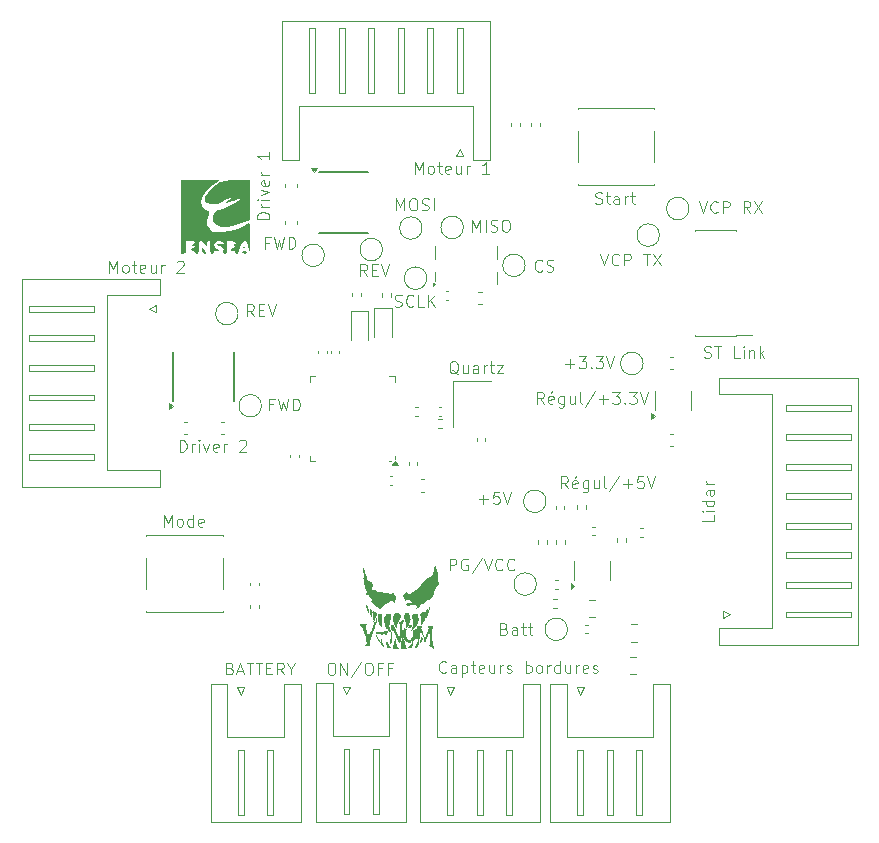
<source format=gbr>
%TF.GenerationSoftware,KiCad,Pcbnew,8.0.5*%
%TF.CreationDate,2024-10-23T11:00:24+02:00*%
%TF.ProjectId,Pojet_V-NOM_KiCAD,506f6a65-745f-4562-9d4e-4f4d5f4b6943,rev?*%
%TF.SameCoordinates,Original*%
%TF.FileFunction,Legend,Top*%
%TF.FilePolarity,Positive*%
%FSLAX46Y46*%
G04 Gerber Fmt 4.6, Leading zero omitted, Abs format (unit mm)*
G04 Created by KiCad (PCBNEW 8.0.5) date 2024-10-23 11:00:24*
%MOMM*%
%LPD*%
G01*
G04 APERTURE LIST*
%ADD10C,0.100000*%
%ADD11C,0.000000*%
%ADD12C,0.120000*%
%ADD13C,0.150000*%
G04 APERTURE END LIST*
D10*
X80449317Y-74187419D02*
X80115984Y-73711228D01*
X79877889Y-74187419D02*
X79877889Y-73187419D01*
X79877889Y-73187419D02*
X80258841Y-73187419D01*
X80258841Y-73187419D02*
X80354079Y-73235038D01*
X80354079Y-73235038D02*
X80401698Y-73282657D01*
X80401698Y-73282657D02*
X80449317Y-73377895D01*
X80449317Y-73377895D02*
X80449317Y-73520752D01*
X80449317Y-73520752D02*
X80401698Y-73615990D01*
X80401698Y-73615990D02*
X80354079Y-73663609D01*
X80354079Y-73663609D02*
X80258841Y-73711228D01*
X80258841Y-73711228D02*
X79877889Y-73711228D01*
X81258841Y-74139800D02*
X81163603Y-74187419D01*
X81163603Y-74187419D02*
X80973127Y-74187419D01*
X80973127Y-74187419D02*
X80877889Y-74139800D01*
X80877889Y-74139800D02*
X80830270Y-74044561D01*
X80830270Y-74044561D02*
X80830270Y-73663609D01*
X80830270Y-73663609D02*
X80877889Y-73568371D01*
X80877889Y-73568371D02*
X80973127Y-73520752D01*
X80973127Y-73520752D02*
X81163603Y-73520752D01*
X81163603Y-73520752D02*
X81258841Y-73568371D01*
X81258841Y-73568371D02*
X81306460Y-73663609D01*
X81306460Y-73663609D02*
X81306460Y-73758847D01*
X81306460Y-73758847D02*
X80830270Y-73854085D01*
X81163603Y-73139800D02*
X81020746Y-73282657D01*
X82163603Y-73520752D02*
X82163603Y-74330276D01*
X82163603Y-74330276D02*
X82115984Y-74425514D01*
X82115984Y-74425514D02*
X82068365Y-74473133D01*
X82068365Y-74473133D02*
X81973127Y-74520752D01*
X81973127Y-74520752D02*
X81830270Y-74520752D01*
X81830270Y-74520752D02*
X81735032Y-74473133D01*
X82163603Y-74139800D02*
X82068365Y-74187419D01*
X82068365Y-74187419D02*
X81877889Y-74187419D01*
X81877889Y-74187419D02*
X81782651Y-74139800D01*
X81782651Y-74139800D02*
X81735032Y-74092180D01*
X81735032Y-74092180D02*
X81687413Y-73996942D01*
X81687413Y-73996942D02*
X81687413Y-73711228D01*
X81687413Y-73711228D02*
X81735032Y-73615990D01*
X81735032Y-73615990D02*
X81782651Y-73568371D01*
X81782651Y-73568371D02*
X81877889Y-73520752D01*
X81877889Y-73520752D02*
X82068365Y-73520752D01*
X82068365Y-73520752D02*
X82163603Y-73568371D01*
X83068365Y-73520752D02*
X83068365Y-74187419D01*
X82639794Y-73520752D02*
X82639794Y-74044561D01*
X82639794Y-74044561D02*
X82687413Y-74139800D01*
X82687413Y-74139800D02*
X82782651Y-74187419D01*
X82782651Y-74187419D02*
X82925508Y-74187419D01*
X82925508Y-74187419D02*
X83020746Y-74139800D01*
X83020746Y-74139800D02*
X83068365Y-74092180D01*
X83687413Y-74187419D02*
X83592175Y-74139800D01*
X83592175Y-74139800D02*
X83544556Y-74044561D01*
X83544556Y-74044561D02*
X83544556Y-73187419D01*
X84782651Y-73139800D02*
X83925509Y-74425514D01*
X85115985Y-73806466D02*
X85877890Y-73806466D01*
X85496937Y-74187419D02*
X85496937Y-73425514D01*
X86830270Y-73187419D02*
X86354080Y-73187419D01*
X86354080Y-73187419D02*
X86306461Y-73663609D01*
X86306461Y-73663609D02*
X86354080Y-73615990D01*
X86354080Y-73615990D02*
X86449318Y-73568371D01*
X86449318Y-73568371D02*
X86687413Y-73568371D01*
X86687413Y-73568371D02*
X86782651Y-73615990D01*
X86782651Y-73615990D02*
X86830270Y-73663609D01*
X86830270Y-73663609D02*
X86877889Y-73758847D01*
X86877889Y-73758847D02*
X86877889Y-73996942D01*
X86877889Y-73996942D02*
X86830270Y-74092180D01*
X86830270Y-74092180D02*
X86782651Y-74139800D01*
X86782651Y-74139800D02*
X86687413Y-74187419D01*
X86687413Y-74187419D02*
X86449318Y-74187419D01*
X86449318Y-74187419D02*
X86354080Y-74139800D01*
X86354080Y-74139800D02*
X86306461Y-74092180D01*
X87163604Y-73187419D02*
X87496937Y-74187419D01*
X87496937Y-74187419D02*
X87830270Y-73187419D01*
X91986265Y-63094800D02*
X92129122Y-63142419D01*
X92129122Y-63142419D02*
X92367217Y-63142419D01*
X92367217Y-63142419D02*
X92462455Y-63094800D01*
X92462455Y-63094800D02*
X92510074Y-63047180D01*
X92510074Y-63047180D02*
X92557693Y-62951942D01*
X92557693Y-62951942D02*
X92557693Y-62856704D01*
X92557693Y-62856704D02*
X92510074Y-62761466D01*
X92510074Y-62761466D02*
X92462455Y-62713847D01*
X92462455Y-62713847D02*
X92367217Y-62666228D01*
X92367217Y-62666228D02*
X92176741Y-62618609D01*
X92176741Y-62618609D02*
X92081503Y-62570990D01*
X92081503Y-62570990D02*
X92033884Y-62523371D01*
X92033884Y-62523371D02*
X91986265Y-62428133D01*
X91986265Y-62428133D02*
X91986265Y-62332895D01*
X91986265Y-62332895D02*
X92033884Y-62237657D01*
X92033884Y-62237657D02*
X92081503Y-62190038D01*
X92081503Y-62190038D02*
X92176741Y-62142419D01*
X92176741Y-62142419D02*
X92414836Y-62142419D01*
X92414836Y-62142419D02*
X92557693Y-62190038D01*
X92843408Y-62142419D02*
X93414836Y-62142419D01*
X93129122Y-63142419D02*
X93129122Y-62142419D01*
X94986265Y-63142419D02*
X94510075Y-63142419D01*
X94510075Y-63142419D02*
X94510075Y-62142419D01*
X95319599Y-63142419D02*
X95319599Y-62475752D01*
X95319599Y-62142419D02*
X95271980Y-62190038D01*
X95271980Y-62190038D02*
X95319599Y-62237657D01*
X95319599Y-62237657D02*
X95367218Y-62190038D01*
X95367218Y-62190038D02*
X95319599Y-62142419D01*
X95319599Y-62142419D02*
X95319599Y-62237657D01*
X95795789Y-62475752D02*
X95795789Y-63142419D01*
X95795789Y-62570990D02*
X95843408Y-62523371D01*
X95843408Y-62523371D02*
X95938646Y-62475752D01*
X95938646Y-62475752D02*
X96081503Y-62475752D01*
X96081503Y-62475752D02*
X96176741Y-62523371D01*
X96176741Y-62523371D02*
X96224360Y-62618609D01*
X96224360Y-62618609D02*
X96224360Y-63142419D01*
X96700551Y-63142419D02*
X96700551Y-62142419D01*
X96795789Y-62761466D02*
X97081503Y-63142419D01*
X97081503Y-62475752D02*
X96700551Y-62856704D01*
X75057217Y-86078609D02*
X75200074Y-86126228D01*
X75200074Y-86126228D02*
X75247693Y-86173847D01*
X75247693Y-86173847D02*
X75295312Y-86269085D01*
X75295312Y-86269085D02*
X75295312Y-86411942D01*
X75295312Y-86411942D02*
X75247693Y-86507180D01*
X75247693Y-86507180D02*
X75200074Y-86554800D01*
X75200074Y-86554800D02*
X75104836Y-86602419D01*
X75104836Y-86602419D02*
X74723884Y-86602419D01*
X74723884Y-86602419D02*
X74723884Y-85602419D01*
X74723884Y-85602419D02*
X75057217Y-85602419D01*
X75057217Y-85602419D02*
X75152455Y-85650038D01*
X75152455Y-85650038D02*
X75200074Y-85697657D01*
X75200074Y-85697657D02*
X75247693Y-85792895D01*
X75247693Y-85792895D02*
X75247693Y-85888133D01*
X75247693Y-85888133D02*
X75200074Y-85983371D01*
X75200074Y-85983371D02*
X75152455Y-86030990D01*
X75152455Y-86030990D02*
X75057217Y-86078609D01*
X75057217Y-86078609D02*
X74723884Y-86078609D01*
X76152455Y-86602419D02*
X76152455Y-86078609D01*
X76152455Y-86078609D02*
X76104836Y-85983371D01*
X76104836Y-85983371D02*
X76009598Y-85935752D01*
X76009598Y-85935752D02*
X75819122Y-85935752D01*
X75819122Y-85935752D02*
X75723884Y-85983371D01*
X76152455Y-86554800D02*
X76057217Y-86602419D01*
X76057217Y-86602419D02*
X75819122Y-86602419D01*
X75819122Y-86602419D02*
X75723884Y-86554800D01*
X75723884Y-86554800D02*
X75676265Y-86459561D01*
X75676265Y-86459561D02*
X75676265Y-86364323D01*
X75676265Y-86364323D02*
X75723884Y-86269085D01*
X75723884Y-86269085D02*
X75819122Y-86221466D01*
X75819122Y-86221466D02*
X76057217Y-86221466D01*
X76057217Y-86221466D02*
X76152455Y-86173847D01*
X76485789Y-85935752D02*
X76866741Y-85935752D01*
X76628646Y-85602419D02*
X76628646Y-86459561D01*
X76628646Y-86459561D02*
X76676265Y-86554800D01*
X76676265Y-86554800D02*
X76771503Y-86602419D01*
X76771503Y-86602419D02*
X76866741Y-86602419D01*
X77057218Y-85935752D02*
X77438170Y-85935752D01*
X77200075Y-85602419D02*
X77200075Y-86459561D01*
X77200075Y-86459561D02*
X77247694Y-86554800D01*
X77247694Y-86554800D02*
X77342932Y-86602419D01*
X77342932Y-86602419D02*
X77438170Y-86602419D01*
X72333884Y-52452419D02*
X72333884Y-51452419D01*
X72333884Y-51452419D02*
X72667217Y-52166704D01*
X72667217Y-52166704D02*
X73000550Y-51452419D01*
X73000550Y-51452419D02*
X73000550Y-52452419D01*
X73476741Y-52452419D02*
X73476741Y-51452419D01*
X73905312Y-52404800D02*
X74048169Y-52452419D01*
X74048169Y-52452419D02*
X74286264Y-52452419D01*
X74286264Y-52452419D02*
X74381502Y-52404800D01*
X74381502Y-52404800D02*
X74429121Y-52357180D01*
X74429121Y-52357180D02*
X74476740Y-52261942D01*
X74476740Y-52261942D02*
X74476740Y-52166704D01*
X74476740Y-52166704D02*
X74429121Y-52071466D01*
X74429121Y-52071466D02*
X74381502Y-52023847D01*
X74381502Y-52023847D02*
X74286264Y-51976228D01*
X74286264Y-51976228D02*
X74095788Y-51928609D01*
X74095788Y-51928609D02*
X74000550Y-51880990D01*
X74000550Y-51880990D02*
X73952931Y-51833371D01*
X73952931Y-51833371D02*
X73905312Y-51738133D01*
X73905312Y-51738133D02*
X73905312Y-51642895D01*
X73905312Y-51642895D02*
X73952931Y-51547657D01*
X73952931Y-51547657D02*
X74000550Y-51500038D01*
X74000550Y-51500038D02*
X74095788Y-51452419D01*
X74095788Y-51452419D02*
X74333883Y-51452419D01*
X74333883Y-51452419D02*
X74476740Y-51500038D01*
X75095788Y-51452419D02*
X75286264Y-51452419D01*
X75286264Y-51452419D02*
X75381502Y-51500038D01*
X75381502Y-51500038D02*
X75476740Y-51595276D01*
X75476740Y-51595276D02*
X75524359Y-51785752D01*
X75524359Y-51785752D02*
X75524359Y-52119085D01*
X75524359Y-52119085D02*
X75476740Y-52309561D01*
X75476740Y-52309561D02*
X75381502Y-52404800D01*
X75381502Y-52404800D02*
X75286264Y-52452419D01*
X75286264Y-52452419D02*
X75095788Y-52452419D01*
X75095788Y-52452419D02*
X75000550Y-52404800D01*
X75000550Y-52404800D02*
X74905312Y-52309561D01*
X74905312Y-52309561D02*
X74857693Y-52119085D01*
X74857693Y-52119085D02*
X74857693Y-51785752D01*
X74857693Y-51785752D02*
X74905312Y-51595276D01*
X74905312Y-51595276D02*
X75000550Y-51500038D01*
X75000550Y-51500038D02*
X75095788Y-51452419D01*
X83201027Y-54322419D02*
X83534360Y-55322419D01*
X83534360Y-55322419D02*
X83867693Y-54322419D01*
X84772455Y-55227180D02*
X84724836Y-55274800D01*
X84724836Y-55274800D02*
X84581979Y-55322419D01*
X84581979Y-55322419D02*
X84486741Y-55322419D01*
X84486741Y-55322419D02*
X84343884Y-55274800D01*
X84343884Y-55274800D02*
X84248646Y-55179561D01*
X84248646Y-55179561D02*
X84201027Y-55084323D01*
X84201027Y-55084323D02*
X84153408Y-54893847D01*
X84153408Y-54893847D02*
X84153408Y-54750990D01*
X84153408Y-54750990D02*
X84201027Y-54560514D01*
X84201027Y-54560514D02*
X84248646Y-54465276D01*
X84248646Y-54465276D02*
X84343884Y-54370038D01*
X84343884Y-54370038D02*
X84486741Y-54322419D01*
X84486741Y-54322419D02*
X84581979Y-54322419D01*
X84581979Y-54322419D02*
X84724836Y-54370038D01*
X84724836Y-54370038D02*
X84772455Y-54417657D01*
X85201027Y-55322419D02*
X85201027Y-54322419D01*
X85201027Y-54322419D02*
X85581979Y-54322419D01*
X85581979Y-54322419D02*
X85677217Y-54370038D01*
X85677217Y-54370038D02*
X85724836Y-54417657D01*
X85724836Y-54417657D02*
X85772455Y-54512895D01*
X85772455Y-54512895D02*
X85772455Y-54655752D01*
X85772455Y-54655752D02*
X85724836Y-54750990D01*
X85724836Y-54750990D02*
X85677217Y-54798609D01*
X85677217Y-54798609D02*
X85581979Y-54846228D01*
X85581979Y-54846228D02*
X85201027Y-54846228D01*
X86820075Y-54322419D02*
X87391503Y-54322419D01*
X87105789Y-55322419D02*
X87105789Y-54322419D01*
X87629599Y-54322419D02*
X88296265Y-55322419D01*
X88296265Y-54322419D02*
X87629599Y-55322419D01*
X82776265Y-50054800D02*
X82919122Y-50102419D01*
X82919122Y-50102419D02*
X83157217Y-50102419D01*
X83157217Y-50102419D02*
X83252455Y-50054800D01*
X83252455Y-50054800D02*
X83300074Y-50007180D01*
X83300074Y-50007180D02*
X83347693Y-49911942D01*
X83347693Y-49911942D02*
X83347693Y-49816704D01*
X83347693Y-49816704D02*
X83300074Y-49721466D01*
X83300074Y-49721466D02*
X83252455Y-49673847D01*
X83252455Y-49673847D02*
X83157217Y-49626228D01*
X83157217Y-49626228D02*
X82966741Y-49578609D01*
X82966741Y-49578609D02*
X82871503Y-49530990D01*
X82871503Y-49530990D02*
X82823884Y-49483371D01*
X82823884Y-49483371D02*
X82776265Y-49388133D01*
X82776265Y-49388133D02*
X82776265Y-49292895D01*
X82776265Y-49292895D02*
X82823884Y-49197657D01*
X82823884Y-49197657D02*
X82871503Y-49150038D01*
X82871503Y-49150038D02*
X82966741Y-49102419D01*
X82966741Y-49102419D02*
X83204836Y-49102419D01*
X83204836Y-49102419D02*
X83347693Y-49150038D01*
X83633408Y-49435752D02*
X84014360Y-49435752D01*
X83776265Y-49102419D02*
X83776265Y-49959561D01*
X83776265Y-49959561D02*
X83823884Y-50054800D01*
X83823884Y-50054800D02*
X83919122Y-50102419D01*
X83919122Y-50102419D02*
X84014360Y-50102419D01*
X84776265Y-50102419D02*
X84776265Y-49578609D01*
X84776265Y-49578609D02*
X84728646Y-49483371D01*
X84728646Y-49483371D02*
X84633408Y-49435752D01*
X84633408Y-49435752D02*
X84442932Y-49435752D01*
X84442932Y-49435752D02*
X84347694Y-49483371D01*
X84776265Y-50054800D02*
X84681027Y-50102419D01*
X84681027Y-50102419D02*
X84442932Y-50102419D01*
X84442932Y-50102419D02*
X84347694Y-50054800D01*
X84347694Y-50054800D02*
X84300075Y-49959561D01*
X84300075Y-49959561D02*
X84300075Y-49864323D01*
X84300075Y-49864323D02*
X84347694Y-49769085D01*
X84347694Y-49769085D02*
X84442932Y-49721466D01*
X84442932Y-49721466D02*
X84681027Y-49721466D01*
X84681027Y-49721466D02*
X84776265Y-49673847D01*
X85252456Y-50102419D02*
X85252456Y-49435752D01*
X85252456Y-49626228D02*
X85300075Y-49530990D01*
X85300075Y-49530990D02*
X85347694Y-49483371D01*
X85347694Y-49483371D02*
X85442932Y-49435752D01*
X85442932Y-49435752D02*
X85538170Y-49435752D01*
X85728647Y-49435752D02*
X86109599Y-49435752D01*
X85871504Y-49102419D02*
X85871504Y-49959561D01*
X85871504Y-49959561D02*
X85919123Y-50054800D01*
X85919123Y-50054800D02*
X86014361Y-50102419D01*
X86014361Y-50102419D02*
X86109599Y-50102419D01*
X78405312Y-67032419D02*
X78071979Y-66556228D01*
X77833884Y-67032419D02*
X77833884Y-66032419D01*
X77833884Y-66032419D02*
X78214836Y-66032419D01*
X78214836Y-66032419D02*
X78310074Y-66080038D01*
X78310074Y-66080038D02*
X78357693Y-66127657D01*
X78357693Y-66127657D02*
X78405312Y-66222895D01*
X78405312Y-66222895D02*
X78405312Y-66365752D01*
X78405312Y-66365752D02*
X78357693Y-66460990D01*
X78357693Y-66460990D02*
X78310074Y-66508609D01*
X78310074Y-66508609D02*
X78214836Y-66556228D01*
X78214836Y-66556228D02*
X77833884Y-66556228D01*
X79214836Y-66984800D02*
X79119598Y-67032419D01*
X79119598Y-67032419D02*
X78929122Y-67032419D01*
X78929122Y-67032419D02*
X78833884Y-66984800D01*
X78833884Y-66984800D02*
X78786265Y-66889561D01*
X78786265Y-66889561D02*
X78786265Y-66508609D01*
X78786265Y-66508609D02*
X78833884Y-66413371D01*
X78833884Y-66413371D02*
X78929122Y-66365752D01*
X78929122Y-66365752D02*
X79119598Y-66365752D01*
X79119598Y-66365752D02*
X79214836Y-66413371D01*
X79214836Y-66413371D02*
X79262455Y-66508609D01*
X79262455Y-66508609D02*
X79262455Y-66603847D01*
X79262455Y-66603847D02*
X78786265Y-66699085D01*
X79119598Y-65984800D02*
X78976741Y-66127657D01*
X80119598Y-66365752D02*
X80119598Y-67175276D01*
X80119598Y-67175276D02*
X80071979Y-67270514D01*
X80071979Y-67270514D02*
X80024360Y-67318133D01*
X80024360Y-67318133D02*
X79929122Y-67365752D01*
X79929122Y-67365752D02*
X79786265Y-67365752D01*
X79786265Y-67365752D02*
X79691027Y-67318133D01*
X80119598Y-66984800D02*
X80024360Y-67032419D01*
X80024360Y-67032419D02*
X79833884Y-67032419D01*
X79833884Y-67032419D02*
X79738646Y-66984800D01*
X79738646Y-66984800D02*
X79691027Y-66937180D01*
X79691027Y-66937180D02*
X79643408Y-66841942D01*
X79643408Y-66841942D02*
X79643408Y-66556228D01*
X79643408Y-66556228D02*
X79691027Y-66460990D01*
X79691027Y-66460990D02*
X79738646Y-66413371D01*
X79738646Y-66413371D02*
X79833884Y-66365752D01*
X79833884Y-66365752D02*
X80024360Y-66365752D01*
X80024360Y-66365752D02*
X80119598Y-66413371D01*
X81024360Y-66365752D02*
X81024360Y-67032419D01*
X80595789Y-66365752D02*
X80595789Y-66889561D01*
X80595789Y-66889561D02*
X80643408Y-66984800D01*
X80643408Y-66984800D02*
X80738646Y-67032419D01*
X80738646Y-67032419D02*
X80881503Y-67032419D01*
X80881503Y-67032419D02*
X80976741Y-66984800D01*
X80976741Y-66984800D02*
X81024360Y-66937180D01*
X81643408Y-67032419D02*
X81548170Y-66984800D01*
X81548170Y-66984800D02*
X81500551Y-66889561D01*
X81500551Y-66889561D02*
X81500551Y-66032419D01*
X82738646Y-65984800D02*
X81881504Y-67270514D01*
X83071980Y-66651466D02*
X83833885Y-66651466D01*
X83452932Y-67032419D02*
X83452932Y-66270514D01*
X84214837Y-66032419D02*
X84833884Y-66032419D01*
X84833884Y-66032419D02*
X84500551Y-66413371D01*
X84500551Y-66413371D02*
X84643408Y-66413371D01*
X84643408Y-66413371D02*
X84738646Y-66460990D01*
X84738646Y-66460990D02*
X84786265Y-66508609D01*
X84786265Y-66508609D02*
X84833884Y-66603847D01*
X84833884Y-66603847D02*
X84833884Y-66841942D01*
X84833884Y-66841942D02*
X84786265Y-66937180D01*
X84786265Y-66937180D02*
X84738646Y-66984800D01*
X84738646Y-66984800D02*
X84643408Y-67032419D01*
X84643408Y-67032419D02*
X84357694Y-67032419D01*
X84357694Y-67032419D02*
X84262456Y-66984800D01*
X84262456Y-66984800D02*
X84214837Y-66937180D01*
X85262456Y-66937180D02*
X85310075Y-66984800D01*
X85310075Y-66984800D02*
X85262456Y-67032419D01*
X85262456Y-67032419D02*
X85214837Y-66984800D01*
X85214837Y-66984800D02*
X85262456Y-66937180D01*
X85262456Y-66937180D02*
X85262456Y-67032419D01*
X85643408Y-66032419D02*
X86262455Y-66032419D01*
X86262455Y-66032419D02*
X85929122Y-66413371D01*
X85929122Y-66413371D02*
X86071979Y-66413371D01*
X86071979Y-66413371D02*
X86167217Y-66460990D01*
X86167217Y-66460990D02*
X86214836Y-66508609D01*
X86214836Y-66508609D02*
X86262455Y-66603847D01*
X86262455Y-66603847D02*
X86262455Y-66841942D01*
X86262455Y-66841942D02*
X86214836Y-66937180D01*
X86214836Y-66937180D02*
X86167217Y-66984800D01*
X86167217Y-66984800D02*
X86071979Y-67032419D01*
X86071979Y-67032419D02*
X85786265Y-67032419D01*
X85786265Y-67032419D02*
X85691027Y-66984800D01*
X85691027Y-66984800D02*
X85643408Y-66937180D01*
X86548170Y-66032419D02*
X86881503Y-67032419D01*
X86881503Y-67032419D02*
X87214836Y-66032419D01*
X55137217Y-53378609D02*
X54803884Y-53378609D01*
X54803884Y-53902419D02*
X54803884Y-52902419D01*
X54803884Y-52902419D02*
X55280074Y-52902419D01*
X55565789Y-52902419D02*
X55803884Y-53902419D01*
X55803884Y-53902419D02*
X55994360Y-53188133D01*
X55994360Y-53188133D02*
X56184836Y-53902419D01*
X56184836Y-53902419D02*
X56422932Y-52902419D01*
X56803884Y-53902419D02*
X56803884Y-52902419D01*
X56803884Y-52902419D02*
X57041979Y-52902419D01*
X57041979Y-52902419D02*
X57184836Y-52950038D01*
X57184836Y-52950038D02*
X57280074Y-53045276D01*
X57280074Y-53045276D02*
X57327693Y-53140514D01*
X57327693Y-53140514D02*
X57375312Y-53330990D01*
X57375312Y-53330990D02*
X57375312Y-53473847D01*
X57375312Y-53473847D02*
X57327693Y-53664323D01*
X57327693Y-53664323D02*
X57280074Y-53759561D01*
X57280074Y-53759561D02*
X57184836Y-53854800D01*
X57184836Y-53854800D02*
X57041979Y-53902419D01*
X57041979Y-53902419D02*
X56803884Y-53902419D01*
X55152419Y-51366115D02*
X54152419Y-51366115D01*
X54152419Y-51366115D02*
X54152419Y-51128020D01*
X54152419Y-51128020D02*
X54200038Y-50985163D01*
X54200038Y-50985163D02*
X54295276Y-50889925D01*
X54295276Y-50889925D02*
X54390514Y-50842306D01*
X54390514Y-50842306D02*
X54580990Y-50794687D01*
X54580990Y-50794687D02*
X54723847Y-50794687D01*
X54723847Y-50794687D02*
X54914323Y-50842306D01*
X54914323Y-50842306D02*
X55009561Y-50889925D01*
X55009561Y-50889925D02*
X55104800Y-50985163D01*
X55104800Y-50985163D02*
X55152419Y-51128020D01*
X55152419Y-51128020D02*
X55152419Y-51366115D01*
X55152419Y-50366115D02*
X54485752Y-50366115D01*
X54676228Y-50366115D02*
X54580990Y-50318496D01*
X54580990Y-50318496D02*
X54533371Y-50270877D01*
X54533371Y-50270877D02*
X54485752Y-50175639D01*
X54485752Y-50175639D02*
X54485752Y-50080401D01*
X55152419Y-49747067D02*
X54485752Y-49747067D01*
X54152419Y-49747067D02*
X54200038Y-49794686D01*
X54200038Y-49794686D02*
X54247657Y-49747067D01*
X54247657Y-49747067D02*
X54200038Y-49699448D01*
X54200038Y-49699448D02*
X54152419Y-49747067D01*
X54152419Y-49747067D02*
X54247657Y-49747067D01*
X54485752Y-49366115D02*
X55152419Y-49128020D01*
X55152419Y-49128020D02*
X54485752Y-48889925D01*
X55104800Y-48128020D02*
X55152419Y-48223258D01*
X55152419Y-48223258D02*
X55152419Y-48413734D01*
X55152419Y-48413734D02*
X55104800Y-48508972D01*
X55104800Y-48508972D02*
X55009561Y-48556591D01*
X55009561Y-48556591D02*
X54628609Y-48556591D01*
X54628609Y-48556591D02*
X54533371Y-48508972D01*
X54533371Y-48508972D02*
X54485752Y-48413734D01*
X54485752Y-48413734D02*
X54485752Y-48223258D01*
X54485752Y-48223258D02*
X54533371Y-48128020D01*
X54533371Y-48128020D02*
X54628609Y-48080401D01*
X54628609Y-48080401D02*
X54723847Y-48080401D01*
X54723847Y-48080401D02*
X54819085Y-48556591D01*
X55152419Y-47651829D02*
X54485752Y-47651829D01*
X54676228Y-47651829D02*
X54580990Y-47604210D01*
X54580990Y-47604210D02*
X54533371Y-47556591D01*
X54533371Y-47556591D02*
X54485752Y-47461353D01*
X54485752Y-47461353D02*
X54485752Y-47366115D01*
X55152419Y-45747067D02*
X55152419Y-46318495D01*
X55152419Y-46032781D02*
X54152419Y-46032781D01*
X54152419Y-46032781D02*
X54295276Y-46128019D01*
X54295276Y-46128019D02*
X54390514Y-46223257D01*
X54390514Y-46223257D02*
X54438133Y-46318495D01*
X65933884Y-50642419D02*
X65933884Y-49642419D01*
X65933884Y-49642419D02*
X66267217Y-50356704D01*
X66267217Y-50356704D02*
X66600550Y-49642419D01*
X66600550Y-49642419D02*
X66600550Y-50642419D01*
X67267217Y-49642419D02*
X67457693Y-49642419D01*
X67457693Y-49642419D02*
X67552931Y-49690038D01*
X67552931Y-49690038D02*
X67648169Y-49785276D01*
X67648169Y-49785276D02*
X67695788Y-49975752D01*
X67695788Y-49975752D02*
X67695788Y-50309085D01*
X67695788Y-50309085D02*
X67648169Y-50499561D01*
X67648169Y-50499561D02*
X67552931Y-50594800D01*
X67552931Y-50594800D02*
X67457693Y-50642419D01*
X67457693Y-50642419D02*
X67267217Y-50642419D01*
X67267217Y-50642419D02*
X67171979Y-50594800D01*
X67171979Y-50594800D02*
X67076741Y-50499561D01*
X67076741Y-50499561D02*
X67029122Y-50309085D01*
X67029122Y-50309085D02*
X67029122Y-49975752D01*
X67029122Y-49975752D02*
X67076741Y-49785276D01*
X67076741Y-49785276D02*
X67171979Y-49690038D01*
X67171979Y-49690038D02*
X67267217Y-49642419D01*
X68076741Y-50594800D02*
X68219598Y-50642419D01*
X68219598Y-50642419D02*
X68457693Y-50642419D01*
X68457693Y-50642419D02*
X68552931Y-50594800D01*
X68552931Y-50594800D02*
X68600550Y-50547180D01*
X68600550Y-50547180D02*
X68648169Y-50451942D01*
X68648169Y-50451942D02*
X68648169Y-50356704D01*
X68648169Y-50356704D02*
X68600550Y-50261466D01*
X68600550Y-50261466D02*
X68552931Y-50213847D01*
X68552931Y-50213847D02*
X68457693Y-50166228D01*
X68457693Y-50166228D02*
X68267217Y-50118609D01*
X68267217Y-50118609D02*
X68171979Y-50070990D01*
X68171979Y-50070990D02*
X68124360Y-50023371D01*
X68124360Y-50023371D02*
X68076741Y-49928133D01*
X68076741Y-49928133D02*
X68076741Y-49832895D01*
X68076741Y-49832895D02*
X68124360Y-49737657D01*
X68124360Y-49737657D02*
X68171979Y-49690038D01*
X68171979Y-49690038D02*
X68267217Y-49642419D01*
X68267217Y-49642419D02*
X68505312Y-49642419D01*
X68505312Y-49642419D02*
X68648169Y-49690038D01*
X69076741Y-50642419D02*
X69076741Y-49642419D01*
X60334360Y-88962419D02*
X60524836Y-88962419D01*
X60524836Y-88962419D02*
X60620074Y-89010038D01*
X60620074Y-89010038D02*
X60715312Y-89105276D01*
X60715312Y-89105276D02*
X60762931Y-89295752D01*
X60762931Y-89295752D02*
X60762931Y-89629085D01*
X60762931Y-89629085D02*
X60715312Y-89819561D01*
X60715312Y-89819561D02*
X60620074Y-89914800D01*
X60620074Y-89914800D02*
X60524836Y-89962419D01*
X60524836Y-89962419D02*
X60334360Y-89962419D01*
X60334360Y-89962419D02*
X60239122Y-89914800D01*
X60239122Y-89914800D02*
X60143884Y-89819561D01*
X60143884Y-89819561D02*
X60096265Y-89629085D01*
X60096265Y-89629085D02*
X60096265Y-89295752D01*
X60096265Y-89295752D02*
X60143884Y-89105276D01*
X60143884Y-89105276D02*
X60239122Y-89010038D01*
X60239122Y-89010038D02*
X60334360Y-88962419D01*
X61191503Y-89962419D02*
X61191503Y-88962419D01*
X61191503Y-88962419D02*
X61762931Y-89962419D01*
X61762931Y-89962419D02*
X61762931Y-88962419D01*
X62953407Y-88914800D02*
X62096265Y-90200514D01*
X63477217Y-88962419D02*
X63667693Y-88962419D01*
X63667693Y-88962419D02*
X63762931Y-89010038D01*
X63762931Y-89010038D02*
X63858169Y-89105276D01*
X63858169Y-89105276D02*
X63905788Y-89295752D01*
X63905788Y-89295752D02*
X63905788Y-89629085D01*
X63905788Y-89629085D02*
X63858169Y-89819561D01*
X63858169Y-89819561D02*
X63762931Y-89914800D01*
X63762931Y-89914800D02*
X63667693Y-89962419D01*
X63667693Y-89962419D02*
X63477217Y-89962419D01*
X63477217Y-89962419D02*
X63381979Y-89914800D01*
X63381979Y-89914800D02*
X63286741Y-89819561D01*
X63286741Y-89819561D02*
X63239122Y-89629085D01*
X63239122Y-89629085D02*
X63239122Y-89295752D01*
X63239122Y-89295752D02*
X63286741Y-89105276D01*
X63286741Y-89105276D02*
X63381979Y-89010038D01*
X63381979Y-89010038D02*
X63477217Y-88962419D01*
X64667693Y-89438609D02*
X64334360Y-89438609D01*
X64334360Y-89962419D02*
X64334360Y-88962419D01*
X64334360Y-88962419D02*
X64810550Y-88962419D01*
X65524836Y-89438609D02*
X65191503Y-89438609D01*
X65191503Y-89962419D02*
X65191503Y-88962419D01*
X65191503Y-88962419D02*
X65667693Y-88962419D01*
X47593884Y-71092419D02*
X47593884Y-70092419D01*
X47593884Y-70092419D02*
X47831979Y-70092419D01*
X47831979Y-70092419D02*
X47974836Y-70140038D01*
X47974836Y-70140038D02*
X48070074Y-70235276D01*
X48070074Y-70235276D02*
X48117693Y-70330514D01*
X48117693Y-70330514D02*
X48165312Y-70520990D01*
X48165312Y-70520990D02*
X48165312Y-70663847D01*
X48165312Y-70663847D02*
X48117693Y-70854323D01*
X48117693Y-70854323D02*
X48070074Y-70949561D01*
X48070074Y-70949561D02*
X47974836Y-71044800D01*
X47974836Y-71044800D02*
X47831979Y-71092419D01*
X47831979Y-71092419D02*
X47593884Y-71092419D01*
X48593884Y-71092419D02*
X48593884Y-70425752D01*
X48593884Y-70616228D02*
X48641503Y-70520990D01*
X48641503Y-70520990D02*
X48689122Y-70473371D01*
X48689122Y-70473371D02*
X48784360Y-70425752D01*
X48784360Y-70425752D02*
X48879598Y-70425752D01*
X49212932Y-71092419D02*
X49212932Y-70425752D01*
X49212932Y-70092419D02*
X49165313Y-70140038D01*
X49165313Y-70140038D02*
X49212932Y-70187657D01*
X49212932Y-70187657D02*
X49260551Y-70140038D01*
X49260551Y-70140038D02*
X49212932Y-70092419D01*
X49212932Y-70092419D02*
X49212932Y-70187657D01*
X49593884Y-70425752D02*
X49831979Y-71092419D01*
X49831979Y-71092419D02*
X50070074Y-70425752D01*
X50831979Y-71044800D02*
X50736741Y-71092419D01*
X50736741Y-71092419D02*
X50546265Y-71092419D01*
X50546265Y-71092419D02*
X50451027Y-71044800D01*
X50451027Y-71044800D02*
X50403408Y-70949561D01*
X50403408Y-70949561D02*
X50403408Y-70568609D01*
X50403408Y-70568609D02*
X50451027Y-70473371D01*
X50451027Y-70473371D02*
X50546265Y-70425752D01*
X50546265Y-70425752D02*
X50736741Y-70425752D01*
X50736741Y-70425752D02*
X50831979Y-70473371D01*
X50831979Y-70473371D02*
X50879598Y-70568609D01*
X50879598Y-70568609D02*
X50879598Y-70663847D01*
X50879598Y-70663847D02*
X50403408Y-70759085D01*
X51308170Y-71092419D02*
X51308170Y-70425752D01*
X51308170Y-70616228D02*
X51355789Y-70520990D01*
X51355789Y-70520990D02*
X51403408Y-70473371D01*
X51403408Y-70473371D02*
X51498646Y-70425752D01*
X51498646Y-70425752D02*
X51593884Y-70425752D01*
X52641504Y-70187657D02*
X52689123Y-70140038D01*
X52689123Y-70140038D02*
X52784361Y-70092419D01*
X52784361Y-70092419D02*
X53022456Y-70092419D01*
X53022456Y-70092419D02*
X53117694Y-70140038D01*
X53117694Y-70140038D02*
X53165313Y-70187657D01*
X53165313Y-70187657D02*
X53212932Y-70282895D01*
X53212932Y-70282895D02*
X53212932Y-70378133D01*
X53212932Y-70378133D02*
X53165313Y-70520990D01*
X53165313Y-70520990D02*
X52593885Y-71092419D01*
X52593885Y-71092419D02*
X53212932Y-71092419D01*
X55507217Y-67068609D02*
X55173884Y-67068609D01*
X55173884Y-67592419D02*
X55173884Y-66592419D01*
X55173884Y-66592419D02*
X55650074Y-66592419D01*
X55935789Y-66592419D02*
X56173884Y-67592419D01*
X56173884Y-67592419D02*
X56364360Y-66878133D01*
X56364360Y-66878133D02*
X56554836Y-67592419D01*
X56554836Y-67592419D02*
X56792932Y-66592419D01*
X57173884Y-67592419D02*
X57173884Y-66592419D01*
X57173884Y-66592419D02*
X57411979Y-66592419D01*
X57411979Y-66592419D02*
X57554836Y-66640038D01*
X57554836Y-66640038D02*
X57650074Y-66735276D01*
X57650074Y-66735276D02*
X57697693Y-66830514D01*
X57697693Y-66830514D02*
X57745312Y-67020990D01*
X57745312Y-67020990D02*
X57745312Y-67163847D01*
X57745312Y-67163847D02*
X57697693Y-67354323D01*
X57697693Y-67354323D02*
X57650074Y-67449561D01*
X57650074Y-67449561D02*
X57554836Y-67544800D01*
X57554836Y-67544800D02*
X57411979Y-67592419D01*
X57411979Y-67592419D02*
X57173884Y-67592419D01*
X92822419Y-76469925D02*
X92822419Y-76946115D01*
X92822419Y-76946115D02*
X91822419Y-76946115D01*
X92822419Y-76136591D02*
X92155752Y-76136591D01*
X91822419Y-76136591D02*
X91870038Y-76184210D01*
X91870038Y-76184210D02*
X91917657Y-76136591D01*
X91917657Y-76136591D02*
X91870038Y-76088972D01*
X91870038Y-76088972D02*
X91822419Y-76136591D01*
X91822419Y-76136591D02*
X91917657Y-76136591D01*
X92822419Y-75231830D02*
X91822419Y-75231830D01*
X92774800Y-75231830D02*
X92822419Y-75327068D01*
X92822419Y-75327068D02*
X92822419Y-75517544D01*
X92822419Y-75517544D02*
X92774800Y-75612782D01*
X92774800Y-75612782D02*
X92727180Y-75660401D01*
X92727180Y-75660401D02*
X92631942Y-75708020D01*
X92631942Y-75708020D02*
X92346228Y-75708020D01*
X92346228Y-75708020D02*
X92250990Y-75660401D01*
X92250990Y-75660401D02*
X92203371Y-75612782D01*
X92203371Y-75612782D02*
X92155752Y-75517544D01*
X92155752Y-75517544D02*
X92155752Y-75327068D01*
X92155752Y-75327068D02*
X92203371Y-75231830D01*
X92822419Y-74327068D02*
X92298609Y-74327068D01*
X92298609Y-74327068D02*
X92203371Y-74374687D01*
X92203371Y-74374687D02*
X92155752Y-74469925D01*
X92155752Y-74469925D02*
X92155752Y-74660401D01*
X92155752Y-74660401D02*
X92203371Y-74755639D01*
X92774800Y-74327068D02*
X92822419Y-74422306D01*
X92822419Y-74422306D02*
X92822419Y-74660401D01*
X92822419Y-74660401D02*
X92774800Y-74755639D01*
X92774800Y-74755639D02*
X92679561Y-74803258D01*
X92679561Y-74803258D02*
X92584323Y-74803258D01*
X92584323Y-74803258D02*
X92489085Y-74755639D01*
X92489085Y-74755639D02*
X92441466Y-74660401D01*
X92441466Y-74660401D02*
X92441466Y-74422306D01*
X92441466Y-74422306D02*
X92393847Y-74327068D01*
X92822419Y-73850877D02*
X92155752Y-73850877D01*
X92346228Y-73850877D02*
X92250990Y-73803258D01*
X92250990Y-73803258D02*
X92203371Y-73755639D01*
X92203371Y-73755639D02*
X92155752Y-73660401D01*
X92155752Y-73660401D02*
X92155752Y-73565163D01*
X72913884Y-75111466D02*
X73675789Y-75111466D01*
X73294836Y-75492419D02*
X73294836Y-74730514D01*
X74628169Y-74492419D02*
X74151979Y-74492419D01*
X74151979Y-74492419D02*
X74104360Y-74968609D01*
X74104360Y-74968609D02*
X74151979Y-74920990D01*
X74151979Y-74920990D02*
X74247217Y-74873371D01*
X74247217Y-74873371D02*
X74485312Y-74873371D01*
X74485312Y-74873371D02*
X74580550Y-74920990D01*
X74580550Y-74920990D02*
X74628169Y-74968609D01*
X74628169Y-74968609D02*
X74675788Y-75063847D01*
X74675788Y-75063847D02*
X74675788Y-75301942D01*
X74675788Y-75301942D02*
X74628169Y-75397180D01*
X74628169Y-75397180D02*
X74580550Y-75444800D01*
X74580550Y-75444800D02*
X74485312Y-75492419D01*
X74485312Y-75492419D02*
X74247217Y-75492419D01*
X74247217Y-75492419D02*
X74151979Y-75444800D01*
X74151979Y-75444800D02*
X74104360Y-75397180D01*
X74961503Y-74492419D02*
X75294836Y-75492419D01*
X75294836Y-75492419D02*
X75628169Y-74492419D01*
X78275312Y-55747180D02*
X78227693Y-55794800D01*
X78227693Y-55794800D02*
X78084836Y-55842419D01*
X78084836Y-55842419D02*
X77989598Y-55842419D01*
X77989598Y-55842419D02*
X77846741Y-55794800D01*
X77846741Y-55794800D02*
X77751503Y-55699561D01*
X77751503Y-55699561D02*
X77703884Y-55604323D01*
X77703884Y-55604323D02*
X77656265Y-55413847D01*
X77656265Y-55413847D02*
X77656265Y-55270990D01*
X77656265Y-55270990D02*
X77703884Y-55080514D01*
X77703884Y-55080514D02*
X77751503Y-54985276D01*
X77751503Y-54985276D02*
X77846741Y-54890038D01*
X77846741Y-54890038D02*
X77989598Y-54842419D01*
X77989598Y-54842419D02*
X78084836Y-54842419D01*
X78084836Y-54842419D02*
X78227693Y-54890038D01*
X78227693Y-54890038D02*
X78275312Y-54937657D01*
X78656265Y-55794800D02*
X78799122Y-55842419D01*
X78799122Y-55842419D02*
X79037217Y-55842419D01*
X79037217Y-55842419D02*
X79132455Y-55794800D01*
X79132455Y-55794800D02*
X79180074Y-55747180D01*
X79180074Y-55747180D02*
X79227693Y-55651942D01*
X79227693Y-55651942D02*
X79227693Y-55556704D01*
X79227693Y-55556704D02*
X79180074Y-55461466D01*
X79180074Y-55461466D02*
X79132455Y-55413847D01*
X79132455Y-55413847D02*
X79037217Y-55366228D01*
X79037217Y-55366228D02*
X78846741Y-55318609D01*
X78846741Y-55318609D02*
X78751503Y-55270990D01*
X78751503Y-55270990D02*
X78703884Y-55223371D01*
X78703884Y-55223371D02*
X78656265Y-55128133D01*
X78656265Y-55128133D02*
X78656265Y-55032895D01*
X78656265Y-55032895D02*
X78703884Y-54937657D01*
X78703884Y-54937657D02*
X78751503Y-54890038D01*
X78751503Y-54890038D02*
X78846741Y-54842419D01*
X78846741Y-54842419D02*
X79084836Y-54842419D01*
X79084836Y-54842419D02*
X79227693Y-54890038D01*
X41633884Y-55932419D02*
X41633884Y-54932419D01*
X41633884Y-54932419D02*
X41967217Y-55646704D01*
X41967217Y-55646704D02*
X42300550Y-54932419D01*
X42300550Y-54932419D02*
X42300550Y-55932419D01*
X42919598Y-55932419D02*
X42824360Y-55884800D01*
X42824360Y-55884800D02*
X42776741Y-55837180D01*
X42776741Y-55837180D02*
X42729122Y-55741942D01*
X42729122Y-55741942D02*
X42729122Y-55456228D01*
X42729122Y-55456228D02*
X42776741Y-55360990D01*
X42776741Y-55360990D02*
X42824360Y-55313371D01*
X42824360Y-55313371D02*
X42919598Y-55265752D01*
X42919598Y-55265752D02*
X43062455Y-55265752D01*
X43062455Y-55265752D02*
X43157693Y-55313371D01*
X43157693Y-55313371D02*
X43205312Y-55360990D01*
X43205312Y-55360990D02*
X43252931Y-55456228D01*
X43252931Y-55456228D02*
X43252931Y-55741942D01*
X43252931Y-55741942D02*
X43205312Y-55837180D01*
X43205312Y-55837180D02*
X43157693Y-55884800D01*
X43157693Y-55884800D02*
X43062455Y-55932419D01*
X43062455Y-55932419D02*
X42919598Y-55932419D01*
X43538646Y-55265752D02*
X43919598Y-55265752D01*
X43681503Y-54932419D02*
X43681503Y-55789561D01*
X43681503Y-55789561D02*
X43729122Y-55884800D01*
X43729122Y-55884800D02*
X43824360Y-55932419D01*
X43824360Y-55932419D02*
X43919598Y-55932419D01*
X44633884Y-55884800D02*
X44538646Y-55932419D01*
X44538646Y-55932419D02*
X44348170Y-55932419D01*
X44348170Y-55932419D02*
X44252932Y-55884800D01*
X44252932Y-55884800D02*
X44205313Y-55789561D01*
X44205313Y-55789561D02*
X44205313Y-55408609D01*
X44205313Y-55408609D02*
X44252932Y-55313371D01*
X44252932Y-55313371D02*
X44348170Y-55265752D01*
X44348170Y-55265752D02*
X44538646Y-55265752D01*
X44538646Y-55265752D02*
X44633884Y-55313371D01*
X44633884Y-55313371D02*
X44681503Y-55408609D01*
X44681503Y-55408609D02*
X44681503Y-55503847D01*
X44681503Y-55503847D02*
X44205313Y-55599085D01*
X45538646Y-55265752D02*
X45538646Y-55932419D01*
X45110075Y-55265752D02*
X45110075Y-55789561D01*
X45110075Y-55789561D02*
X45157694Y-55884800D01*
X45157694Y-55884800D02*
X45252932Y-55932419D01*
X45252932Y-55932419D02*
X45395789Y-55932419D01*
X45395789Y-55932419D02*
X45491027Y-55884800D01*
X45491027Y-55884800D02*
X45538646Y-55837180D01*
X46014837Y-55932419D02*
X46014837Y-55265752D01*
X46014837Y-55456228D02*
X46062456Y-55360990D01*
X46062456Y-55360990D02*
X46110075Y-55313371D01*
X46110075Y-55313371D02*
X46205313Y-55265752D01*
X46205313Y-55265752D02*
X46300551Y-55265752D01*
X47348171Y-55027657D02*
X47395790Y-54980038D01*
X47395790Y-54980038D02*
X47491028Y-54932419D01*
X47491028Y-54932419D02*
X47729123Y-54932419D01*
X47729123Y-54932419D02*
X47824361Y-54980038D01*
X47824361Y-54980038D02*
X47871980Y-55027657D01*
X47871980Y-55027657D02*
X47919599Y-55122895D01*
X47919599Y-55122895D02*
X47919599Y-55218133D01*
X47919599Y-55218133D02*
X47871980Y-55360990D01*
X47871980Y-55360990D02*
X47300552Y-55932419D01*
X47300552Y-55932419D02*
X47919599Y-55932419D01*
X70433884Y-81142419D02*
X70433884Y-80142419D01*
X70433884Y-80142419D02*
X70814836Y-80142419D01*
X70814836Y-80142419D02*
X70910074Y-80190038D01*
X70910074Y-80190038D02*
X70957693Y-80237657D01*
X70957693Y-80237657D02*
X71005312Y-80332895D01*
X71005312Y-80332895D02*
X71005312Y-80475752D01*
X71005312Y-80475752D02*
X70957693Y-80570990D01*
X70957693Y-80570990D02*
X70910074Y-80618609D01*
X70910074Y-80618609D02*
X70814836Y-80666228D01*
X70814836Y-80666228D02*
X70433884Y-80666228D01*
X71957693Y-80190038D02*
X71862455Y-80142419D01*
X71862455Y-80142419D02*
X71719598Y-80142419D01*
X71719598Y-80142419D02*
X71576741Y-80190038D01*
X71576741Y-80190038D02*
X71481503Y-80285276D01*
X71481503Y-80285276D02*
X71433884Y-80380514D01*
X71433884Y-80380514D02*
X71386265Y-80570990D01*
X71386265Y-80570990D02*
X71386265Y-80713847D01*
X71386265Y-80713847D02*
X71433884Y-80904323D01*
X71433884Y-80904323D02*
X71481503Y-80999561D01*
X71481503Y-80999561D02*
X71576741Y-81094800D01*
X71576741Y-81094800D02*
X71719598Y-81142419D01*
X71719598Y-81142419D02*
X71814836Y-81142419D01*
X71814836Y-81142419D02*
X71957693Y-81094800D01*
X71957693Y-81094800D02*
X72005312Y-81047180D01*
X72005312Y-81047180D02*
X72005312Y-80713847D01*
X72005312Y-80713847D02*
X71814836Y-80713847D01*
X73148169Y-80094800D02*
X72291027Y-81380514D01*
X73338646Y-80142419D02*
X73671979Y-81142419D01*
X73671979Y-81142419D02*
X74005312Y-80142419D01*
X74910074Y-81047180D02*
X74862455Y-81094800D01*
X74862455Y-81094800D02*
X74719598Y-81142419D01*
X74719598Y-81142419D02*
X74624360Y-81142419D01*
X74624360Y-81142419D02*
X74481503Y-81094800D01*
X74481503Y-81094800D02*
X74386265Y-80999561D01*
X74386265Y-80999561D02*
X74338646Y-80904323D01*
X74338646Y-80904323D02*
X74291027Y-80713847D01*
X74291027Y-80713847D02*
X74291027Y-80570990D01*
X74291027Y-80570990D02*
X74338646Y-80380514D01*
X74338646Y-80380514D02*
X74386265Y-80285276D01*
X74386265Y-80285276D02*
X74481503Y-80190038D01*
X74481503Y-80190038D02*
X74624360Y-80142419D01*
X74624360Y-80142419D02*
X74719598Y-80142419D01*
X74719598Y-80142419D02*
X74862455Y-80190038D01*
X74862455Y-80190038D02*
X74910074Y-80237657D01*
X75910074Y-81047180D02*
X75862455Y-81094800D01*
X75862455Y-81094800D02*
X75719598Y-81142419D01*
X75719598Y-81142419D02*
X75624360Y-81142419D01*
X75624360Y-81142419D02*
X75481503Y-81094800D01*
X75481503Y-81094800D02*
X75386265Y-80999561D01*
X75386265Y-80999561D02*
X75338646Y-80904323D01*
X75338646Y-80904323D02*
X75291027Y-80713847D01*
X75291027Y-80713847D02*
X75291027Y-80570990D01*
X75291027Y-80570990D02*
X75338646Y-80380514D01*
X75338646Y-80380514D02*
X75386265Y-80285276D01*
X75386265Y-80285276D02*
X75481503Y-80190038D01*
X75481503Y-80190038D02*
X75624360Y-80142419D01*
X75624360Y-80142419D02*
X75719598Y-80142419D01*
X75719598Y-80142419D02*
X75862455Y-80190038D01*
X75862455Y-80190038D02*
X75910074Y-80237657D01*
X67483884Y-47552419D02*
X67483884Y-46552419D01*
X67483884Y-46552419D02*
X67817217Y-47266704D01*
X67817217Y-47266704D02*
X68150550Y-46552419D01*
X68150550Y-46552419D02*
X68150550Y-47552419D01*
X68769598Y-47552419D02*
X68674360Y-47504800D01*
X68674360Y-47504800D02*
X68626741Y-47457180D01*
X68626741Y-47457180D02*
X68579122Y-47361942D01*
X68579122Y-47361942D02*
X68579122Y-47076228D01*
X68579122Y-47076228D02*
X68626741Y-46980990D01*
X68626741Y-46980990D02*
X68674360Y-46933371D01*
X68674360Y-46933371D02*
X68769598Y-46885752D01*
X68769598Y-46885752D02*
X68912455Y-46885752D01*
X68912455Y-46885752D02*
X69007693Y-46933371D01*
X69007693Y-46933371D02*
X69055312Y-46980990D01*
X69055312Y-46980990D02*
X69102931Y-47076228D01*
X69102931Y-47076228D02*
X69102931Y-47361942D01*
X69102931Y-47361942D02*
X69055312Y-47457180D01*
X69055312Y-47457180D02*
X69007693Y-47504800D01*
X69007693Y-47504800D02*
X68912455Y-47552419D01*
X68912455Y-47552419D02*
X68769598Y-47552419D01*
X69388646Y-46885752D02*
X69769598Y-46885752D01*
X69531503Y-46552419D02*
X69531503Y-47409561D01*
X69531503Y-47409561D02*
X69579122Y-47504800D01*
X69579122Y-47504800D02*
X69674360Y-47552419D01*
X69674360Y-47552419D02*
X69769598Y-47552419D01*
X70483884Y-47504800D02*
X70388646Y-47552419D01*
X70388646Y-47552419D02*
X70198170Y-47552419D01*
X70198170Y-47552419D02*
X70102932Y-47504800D01*
X70102932Y-47504800D02*
X70055313Y-47409561D01*
X70055313Y-47409561D02*
X70055313Y-47028609D01*
X70055313Y-47028609D02*
X70102932Y-46933371D01*
X70102932Y-46933371D02*
X70198170Y-46885752D01*
X70198170Y-46885752D02*
X70388646Y-46885752D01*
X70388646Y-46885752D02*
X70483884Y-46933371D01*
X70483884Y-46933371D02*
X70531503Y-47028609D01*
X70531503Y-47028609D02*
X70531503Y-47123847D01*
X70531503Y-47123847D02*
X70055313Y-47219085D01*
X71388646Y-46885752D02*
X71388646Y-47552419D01*
X70960075Y-46885752D02*
X70960075Y-47409561D01*
X70960075Y-47409561D02*
X71007694Y-47504800D01*
X71007694Y-47504800D02*
X71102932Y-47552419D01*
X71102932Y-47552419D02*
X71245789Y-47552419D01*
X71245789Y-47552419D02*
X71341027Y-47504800D01*
X71341027Y-47504800D02*
X71388646Y-47457180D01*
X71864837Y-47552419D02*
X71864837Y-46885752D01*
X71864837Y-47076228D02*
X71912456Y-46980990D01*
X71912456Y-46980990D02*
X71960075Y-46933371D01*
X71960075Y-46933371D02*
X72055313Y-46885752D01*
X72055313Y-46885752D02*
X72150551Y-46885752D01*
X73769599Y-47552419D02*
X73198171Y-47552419D01*
X73483885Y-47552419D02*
X73483885Y-46552419D01*
X73483885Y-46552419D02*
X73388647Y-46695276D01*
X73388647Y-46695276D02*
X73293409Y-46790514D01*
X73293409Y-46790514D02*
X73198171Y-46838133D01*
X65791265Y-58764800D02*
X65934122Y-58812419D01*
X65934122Y-58812419D02*
X66172217Y-58812419D01*
X66172217Y-58812419D02*
X66267455Y-58764800D01*
X66267455Y-58764800D02*
X66315074Y-58717180D01*
X66315074Y-58717180D02*
X66362693Y-58621942D01*
X66362693Y-58621942D02*
X66362693Y-58526704D01*
X66362693Y-58526704D02*
X66315074Y-58431466D01*
X66315074Y-58431466D02*
X66267455Y-58383847D01*
X66267455Y-58383847D02*
X66172217Y-58336228D01*
X66172217Y-58336228D02*
X65981741Y-58288609D01*
X65981741Y-58288609D02*
X65886503Y-58240990D01*
X65886503Y-58240990D02*
X65838884Y-58193371D01*
X65838884Y-58193371D02*
X65791265Y-58098133D01*
X65791265Y-58098133D02*
X65791265Y-58002895D01*
X65791265Y-58002895D02*
X65838884Y-57907657D01*
X65838884Y-57907657D02*
X65886503Y-57860038D01*
X65886503Y-57860038D02*
X65981741Y-57812419D01*
X65981741Y-57812419D02*
X66219836Y-57812419D01*
X66219836Y-57812419D02*
X66362693Y-57860038D01*
X67362693Y-58717180D02*
X67315074Y-58764800D01*
X67315074Y-58764800D02*
X67172217Y-58812419D01*
X67172217Y-58812419D02*
X67076979Y-58812419D01*
X67076979Y-58812419D02*
X66934122Y-58764800D01*
X66934122Y-58764800D02*
X66838884Y-58669561D01*
X66838884Y-58669561D02*
X66791265Y-58574323D01*
X66791265Y-58574323D02*
X66743646Y-58383847D01*
X66743646Y-58383847D02*
X66743646Y-58240990D01*
X66743646Y-58240990D02*
X66791265Y-58050514D01*
X66791265Y-58050514D02*
X66838884Y-57955276D01*
X66838884Y-57955276D02*
X66934122Y-57860038D01*
X66934122Y-57860038D02*
X67076979Y-57812419D01*
X67076979Y-57812419D02*
X67172217Y-57812419D01*
X67172217Y-57812419D02*
X67315074Y-57860038D01*
X67315074Y-57860038D02*
X67362693Y-57907657D01*
X68267455Y-58812419D02*
X67791265Y-58812419D01*
X67791265Y-58812419D02*
X67791265Y-57812419D01*
X68600789Y-58812419D02*
X68600789Y-57812419D01*
X69172217Y-58812419D02*
X68743646Y-58240990D01*
X69172217Y-57812419D02*
X68600789Y-58383847D01*
X51857217Y-89428609D02*
X52000074Y-89476228D01*
X52000074Y-89476228D02*
X52047693Y-89523847D01*
X52047693Y-89523847D02*
X52095312Y-89619085D01*
X52095312Y-89619085D02*
X52095312Y-89761942D01*
X52095312Y-89761942D02*
X52047693Y-89857180D01*
X52047693Y-89857180D02*
X52000074Y-89904800D01*
X52000074Y-89904800D02*
X51904836Y-89952419D01*
X51904836Y-89952419D02*
X51523884Y-89952419D01*
X51523884Y-89952419D02*
X51523884Y-88952419D01*
X51523884Y-88952419D02*
X51857217Y-88952419D01*
X51857217Y-88952419D02*
X51952455Y-89000038D01*
X51952455Y-89000038D02*
X52000074Y-89047657D01*
X52000074Y-89047657D02*
X52047693Y-89142895D01*
X52047693Y-89142895D02*
X52047693Y-89238133D01*
X52047693Y-89238133D02*
X52000074Y-89333371D01*
X52000074Y-89333371D02*
X51952455Y-89380990D01*
X51952455Y-89380990D02*
X51857217Y-89428609D01*
X51857217Y-89428609D02*
X51523884Y-89428609D01*
X52476265Y-89666704D02*
X52952455Y-89666704D01*
X52381027Y-89952419D02*
X52714360Y-88952419D01*
X52714360Y-88952419D02*
X53047693Y-89952419D01*
X53238170Y-88952419D02*
X53809598Y-88952419D01*
X53523884Y-89952419D02*
X53523884Y-88952419D01*
X54000075Y-88952419D02*
X54571503Y-88952419D01*
X54285789Y-89952419D02*
X54285789Y-88952419D01*
X54904837Y-89428609D02*
X55238170Y-89428609D01*
X55381027Y-89952419D02*
X54904837Y-89952419D01*
X54904837Y-89952419D02*
X54904837Y-88952419D01*
X54904837Y-88952419D02*
X55381027Y-88952419D01*
X56381027Y-89952419D02*
X56047694Y-89476228D01*
X55809599Y-89952419D02*
X55809599Y-88952419D01*
X55809599Y-88952419D02*
X56190551Y-88952419D01*
X56190551Y-88952419D02*
X56285789Y-89000038D01*
X56285789Y-89000038D02*
X56333408Y-89047657D01*
X56333408Y-89047657D02*
X56381027Y-89142895D01*
X56381027Y-89142895D02*
X56381027Y-89285752D01*
X56381027Y-89285752D02*
X56333408Y-89380990D01*
X56333408Y-89380990D02*
X56285789Y-89428609D01*
X56285789Y-89428609D02*
X56190551Y-89476228D01*
X56190551Y-89476228D02*
X55809599Y-89476228D01*
X57000075Y-89476228D02*
X57000075Y-89952419D01*
X56666742Y-88952419D02*
X57000075Y-89476228D01*
X57000075Y-89476228D02*
X57333408Y-88952419D01*
X46223884Y-77432419D02*
X46223884Y-76432419D01*
X46223884Y-76432419D02*
X46557217Y-77146704D01*
X46557217Y-77146704D02*
X46890550Y-76432419D01*
X46890550Y-76432419D02*
X46890550Y-77432419D01*
X47509598Y-77432419D02*
X47414360Y-77384800D01*
X47414360Y-77384800D02*
X47366741Y-77337180D01*
X47366741Y-77337180D02*
X47319122Y-77241942D01*
X47319122Y-77241942D02*
X47319122Y-76956228D01*
X47319122Y-76956228D02*
X47366741Y-76860990D01*
X47366741Y-76860990D02*
X47414360Y-76813371D01*
X47414360Y-76813371D02*
X47509598Y-76765752D01*
X47509598Y-76765752D02*
X47652455Y-76765752D01*
X47652455Y-76765752D02*
X47747693Y-76813371D01*
X47747693Y-76813371D02*
X47795312Y-76860990D01*
X47795312Y-76860990D02*
X47842931Y-76956228D01*
X47842931Y-76956228D02*
X47842931Y-77241942D01*
X47842931Y-77241942D02*
X47795312Y-77337180D01*
X47795312Y-77337180D02*
X47747693Y-77384800D01*
X47747693Y-77384800D02*
X47652455Y-77432419D01*
X47652455Y-77432419D02*
X47509598Y-77432419D01*
X48700074Y-77432419D02*
X48700074Y-76432419D01*
X48700074Y-77384800D02*
X48604836Y-77432419D01*
X48604836Y-77432419D02*
X48414360Y-77432419D01*
X48414360Y-77432419D02*
X48319122Y-77384800D01*
X48319122Y-77384800D02*
X48271503Y-77337180D01*
X48271503Y-77337180D02*
X48223884Y-77241942D01*
X48223884Y-77241942D02*
X48223884Y-76956228D01*
X48223884Y-76956228D02*
X48271503Y-76860990D01*
X48271503Y-76860990D02*
X48319122Y-76813371D01*
X48319122Y-76813371D02*
X48414360Y-76765752D01*
X48414360Y-76765752D02*
X48604836Y-76765752D01*
X48604836Y-76765752D02*
X48700074Y-76813371D01*
X49557217Y-77384800D02*
X49461979Y-77432419D01*
X49461979Y-77432419D02*
X49271503Y-77432419D01*
X49271503Y-77432419D02*
X49176265Y-77384800D01*
X49176265Y-77384800D02*
X49128646Y-77289561D01*
X49128646Y-77289561D02*
X49128646Y-76908609D01*
X49128646Y-76908609D02*
X49176265Y-76813371D01*
X49176265Y-76813371D02*
X49271503Y-76765752D01*
X49271503Y-76765752D02*
X49461979Y-76765752D01*
X49461979Y-76765752D02*
X49557217Y-76813371D01*
X49557217Y-76813371D02*
X49604836Y-76908609D01*
X49604836Y-76908609D02*
X49604836Y-77003847D01*
X49604836Y-77003847D02*
X49128646Y-77099085D01*
X53855312Y-59612419D02*
X53521979Y-59136228D01*
X53283884Y-59612419D02*
X53283884Y-58612419D01*
X53283884Y-58612419D02*
X53664836Y-58612419D01*
X53664836Y-58612419D02*
X53760074Y-58660038D01*
X53760074Y-58660038D02*
X53807693Y-58707657D01*
X53807693Y-58707657D02*
X53855312Y-58802895D01*
X53855312Y-58802895D02*
X53855312Y-58945752D01*
X53855312Y-58945752D02*
X53807693Y-59040990D01*
X53807693Y-59040990D02*
X53760074Y-59088609D01*
X53760074Y-59088609D02*
X53664836Y-59136228D01*
X53664836Y-59136228D02*
X53283884Y-59136228D01*
X54283884Y-59088609D02*
X54617217Y-59088609D01*
X54760074Y-59612419D02*
X54283884Y-59612419D01*
X54283884Y-59612419D02*
X54283884Y-58612419D01*
X54283884Y-58612419D02*
X54760074Y-58612419D01*
X55045789Y-58612419D02*
X55379122Y-59612419D01*
X55379122Y-59612419D02*
X55712455Y-58612419D01*
X91561027Y-49872419D02*
X91894360Y-50872419D01*
X91894360Y-50872419D02*
X92227693Y-49872419D01*
X93132455Y-50777180D02*
X93084836Y-50824800D01*
X93084836Y-50824800D02*
X92941979Y-50872419D01*
X92941979Y-50872419D02*
X92846741Y-50872419D01*
X92846741Y-50872419D02*
X92703884Y-50824800D01*
X92703884Y-50824800D02*
X92608646Y-50729561D01*
X92608646Y-50729561D02*
X92561027Y-50634323D01*
X92561027Y-50634323D02*
X92513408Y-50443847D01*
X92513408Y-50443847D02*
X92513408Y-50300990D01*
X92513408Y-50300990D02*
X92561027Y-50110514D01*
X92561027Y-50110514D02*
X92608646Y-50015276D01*
X92608646Y-50015276D02*
X92703884Y-49920038D01*
X92703884Y-49920038D02*
X92846741Y-49872419D01*
X92846741Y-49872419D02*
X92941979Y-49872419D01*
X92941979Y-49872419D02*
X93084836Y-49920038D01*
X93084836Y-49920038D02*
X93132455Y-49967657D01*
X93561027Y-50872419D02*
X93561027Y-49872419D01*
X93561027Y-49872419D02*
X93941979Y-49872419D01*
X93941979Y-49872419D02*
X94037217Y-49920038D01*
X94037217Y-49920038D02*
X94084836Y-49967657D01*
X94084836Y-49967657D02*
X94132455Y-50062895D01*
X94132455Y-50062895D02*
X94132455Y-50205752D01*
X94132455Y-50205752D02*
X94084836Y-50300990D01*
X94084836Y-50300990D02*
X94037217Y-50348609D01*
X94037217Y-50348609D02*
X93941979Y-50396228D01*
X93941979Y-50396228D02*
X93561027Y-50396228D01*
X95894360Y-50872419D02*
X95561027Y-50396228D01*
X95322932Y-50872419D02*
X95322932Y-49872419D01*
X95322932Y-49872419D02*
X95703884Y-49872419D01*
X95703884Y-49872419D02*
X95799122Y-49920038D01*
X95799122Y-49920038D02*
X95846741Y-49967657D01*
X95846741Y-49967657D02*
X95894360Y-50062895D01*
X95894360Y-50062895D02*
X95894360Y-50205752D01*
X95894360Y-50205752D02*
X95846741Y-50300990D01*
X95846741Y-50300990D02*
X95799122Y-50348609D01*
X95799122Y-50348609D02*
X95703884Y-50396228D01*
X95703884Y-50396228D02*
X95322932Y-50396228D01*
X96227694Y-49872419D02*
X96894360Y-50872419D01*
X96894360Y-49872419D02*
X96227694Y-50872419D01*
X70135312Y-89727180D02*
X70087693Y-89774800D01*
X70087693Y-89774800D02*
X69944836Y-89822419D01*
X69944836Y-89822419D02*
X69849598Y-89822419D01*
X69849598Y-89822419D02*
X69706741Y-89774800D01*
X69706741Y-89774800D02*
X69611503Y-89679561D01*
X69611503Y-89679561D02*
X69563884Y-89584323D01*
X69563884Y-89584323D02*
X69516265Y-89393847D01*
X69516265Y-89393847D02*
X69516265Y-89250990D01*
X69516265Y-89250990D02*
X69563884Y-89060514D01*
X69563884Y-89060514D02*
X69611503Y-88965276D01*
X69611503Y-88965276D02*
X69706741Y-88870038D01*
X69706741Y-88870038D02*
X69849598Y-88822419D01*
X69849598Y-88822419D02*
X69944836Y-88822419D01*
X69944836Y-88822419D02*
X70087693Y-88870038D01*
X70087693Y-88870038D02*
X70135312Y-88917657D01*
X70992455Y-89822419D02*
X70992455Y-89298609D01*
X70992455Y-89298609D02*
X70944836Y-89203371D01*
X70944836Y-89203371D02*
X70849598Y-89155752D01*
X70849598Y-89155752D02*
X70659122Y-89155752D01*
X70659122Y-89155752D02*
X70563884Y-89203371D01*
X70992455Y-89774800D02*
X70897217Y-89822419D01*
X70897217Y-89822419D02*
X70659122Y-89822419D01*
X70659122Y-89822419D02*
X70563884Y-89774800D01*
X70563884Y-89774800D02*
X70516265Y-89679561D01*
X70516265Y-89679561D02*
X70516265Y-89584323D01*
X70516265Y-89584323D02*
X70563884Y-89489085D01*
X70563884Y-89489085D02*
X70659122Y-89441466D01*
X70659122Y-89441466D02*
X70897217Y-89441466D01*
X70897217Y-89441466D02*
X70992455Y-89393847D01*
X71468646Y-89155752D02*
X71468646Y-90155752D01*
X71468646Y-89203371D02*
X71563884Y-89155752D01*
X71563884Y-89155752D02*
X71754360Y-89155752D01*
X71754360Y-89155752D02*
X71849598Y-89203371D01*
X71849598Y-89203371D02*
X71897217Y-89250990D01*
X71897217Y-89250990D02*
X71944836Y-89346228D01*
X71944836Y-89346228D02*
X71944836Y-89631942D01*
X71944836Y-89631942D02*
X71897217Y-89727180D01*
X71897217Y-89727180D02*
X71849598Y-89774800D01*
X71849598Y-89774800D02*
X71754360Y-89822419D01*
X71754360Y-89822419D02*
X71563884Y-89822419D01*
X71563884Y-89822419D02*
X71468646Y-89774800D01*
X72230551Y-89155752D02*
X72611503Y-89155752D01*
X72373408Y-88822419D02*
X72373408Y-89679561D01*
X72373408Y-89679561D02*
X72421027Y-89774800D01*
X72421027Y-89774800D02*
X72516265Y-89822419D01*
X72516265Y-89822419D02*
X72611503Y-89822419D01*
X73325789Y-89774800D02*
X73230551Y-89822419D01*
X73230551Y-89822419D02*
X73040075Y-89822419D01*
X73040075Y-89822419D02*
X72944837Y-89774800D01*
X72944837Y-89774800D02*
X72897218Y-89679561D01*
X72897218Y-89679561D02*
X72897218Y-89298609D01*
X72897218Y-89298609D02*
X72944837Y-89203371D01*
X72944837Y-89203371D02*
X73040075Y-89155752D01*
X73040075Y-89155752D02*
X73230551Y-89155752D01*
X73230551Y-89155752D02*
X73325789Y-89203371D01*
X73325789Y-89203371D02*
X73373408Y-89298609D01*
X73373408Y-89298609D02*
X73373408Y-89393847D01*
X73373408Y-89393847D02*
X72897218Y-89489085D01*
X74230551Y-89155752D02*
X74230551Y-89822419D01*
X73801980Y-89155752D02*
X73801980Y-89679561D01*
X73801980Y-89679561D02*
X73849599Y-89774800D01*
X73849599Y-89774800D02*
X73944837Y-89822419D01*
X73944837Y-89822419D02*
X74087694Y-89822419D01*
X74087694Y-89822419D02*
X74182932Y-89774800D01*
X74182932Y-89774800D02*
X74230551Y-89727180D01*
X74706742Y-89822419D02*
X74706742Y-89155752D01*
X74706742Y-89346228D02*
X74754361Y-89250990D01*
X74754361Y-89250990D02*
X74801980Y-89203371D01*
X74801980Y-89203371D02*
X74897218Y-89155752D01*
X74897218Y-89155752D02*
X74992456Y-89155752D01*
X75278171Y-89774800D02*
X75373409Y-89822419D01*
X75373409Y-89822419D02*
X75563885Y-89822419D01*
X75563885Y-89822419D02*
X75659123Y-89774800D01*
X75659123Y-89774800D02*
X75706742Y-89679561D01*
X75706742Y-89679561D02*
X75706742Y-89631942D01*
X75706742Y-89631942D02*
X75659123Y-89536704D01*
X75659123Y-89536704D02*
X75563885Y-89489085D01*
X75563885Y-89489085D02*
X75421028Y-89489085D01*
X75421028Y-89489085D02*
X75325790Y-89441466D01*
X75325790Y-89441466D02*
X75278171Y-89346228D01*
X75278171Y-89346228D02*
X75278171Y-89298609D01*
X75278171Y-89298609D02*
X75325790Y-89203371D01*
X75325790Y-89203371D02*
X75421028Y-89155752D01*
X75421028Y-89155752D02*
X75563885Y-89155752D01*
X75563885Y-89155752D02*
X75659123Y-89203371D01*
X76897219Y-89822419D02*
X76897219Y-88822419D01*
X76897219Y-89203371D02*
X76992457Y-89155752D01*
X76992457Y-89155752D02*
X77182933Y-89155752D01*
X77182933Y-89155752D02*
X77278171Y-89203371D01*
X77278171Y-89203371D02*
X77325790Y-89250990D01*
X77325790Y-89250990D02*
X77373409Y-89346228D01*
X77373409Y-89346228D02*
X77373409Y-89631942D01*
X77373409Y-89631942D02*
X77325790Y-89727180D01*
X77325790Y-89727180D02*
X77278171Y-89774800D01*
X77278171Y-89774800D02*
X77182933Y-89822419D01*
X77182933Y-89822419D02*
X76992457Y-89822419D01*
X76992457Y-89822419D02*
X76897219Y-89774800D01*
X77944838Y-89822419D02*
X77849600Y-89774800D01*
X77849600Y-89774800D02*
X77801981Y-89727180D01*
X77801981Y-89727180D02*
X77754362Y-89631942D01*
X77754362Y-89631942D02*
X77754362Y-89346228D01*
X77754362Y-89346228D02*
X77801981Y-89250990D01*
X77801981Y-89250990D02*
X77849600Y-89203371D01*
X77849600Y-89203371D02*
X77944838Y-89155752D01*
X77944838Y-89155752D02*
X78087695Y-89155752D01*
X78087695Y-89155752D02*
X78182933Y-89203371D01*
X78182933Y-89203371D02*
X78230552Y-89250990D01*
X78230552Y-89250990D02*
X78278171Y-89346228D01*
X78278171Y-89346228D02*
X78278171Y-89631942D01*
X78278171Y-89631942D02*
X78230552Y-89727180D01*
X78230552Y-89727180D02*
X78182933Y-89774800D01*
X78182933Y-89774800D02*
X78087695Y-89822419D01*
X78087695Y-89822419D02*
X77944838Y-89822419D01*
X78706743Y-89822419D02*
X78706743Y-89155752D01*
X78706743Y-89346228D02*
X78754362Y-89250990D01*
X78754362Y-89250990D02*
X78801981Y-89203371D01*
X78801981Y-89203371D02*
X78897219Y-89155752D01*
X78897219Y-89155752D02*
X78992457Y-89155752D01*
X79754362Y-89822419D02*
X79754362Y-88822419D01*
X79754362Y-89774800D02*
X79659124Y-89822419D01*
X79659124Y-89822419D02*
X79468648Y-89822419D01*
X79468648Y-89822419D02*
X79373410Y-89774800D01*
X79373410Y-89774800D02*
X79325791Y-89727180D01*
X79325791Y-89727180D02*
X79278172Y-89631942D01*
X79278172Y-89631942D02*
X79278172Y-89346228D01*
X79278172Y-89346228D02*
X79325791Y-89250990D01*
X79325791Y-89250990D02*
X79373410Y-89203371D01*
X79373410Y-89203371D02*
X79468648Y-89155752D01*
X79468648Y-89155752D02*
X79659124Y-89155752D01*
X79659124Y-89155752D02*
X79754362Y-89203371D01*
X80659124Y-89155752D02*
X80659124Y-89822419D01*
X80230553Y-89155752D02*
X80230553Y-89679561D01*
X80230553Y-89679561D02*
X80278172Y-89774800D01*
X80278172Y-89774800D02*
X80373410Y-89822419D01*
X80373410Y-89822419D02*
X80516267Y-89822419D01*
X80516267Y-89822419D02*
X80611505Y-89774800D01*
X80611505Y-89774800D02*
X80659124Y-89727180D01*
X81135315Y-89822419D02*
X81135315Y-89155752D01*
X81135315Y-89346228D02*
X81182934Y-89250990D01*
X81182934Y-89250990D02*
X81230553Y-89203371D01*
X81230553Y-89203371D02*
X81325791Y-89155752D01*
X81325791Y-89155752D02*
X81421029Y-89155752D01*
X82135315Y-89774800D02*
X82040077Y-89822419D01*
X82040077Y-89822419D02*
X81849601Y-89822419D01*
X81849601Y-89822419D02*
X81754363Y-89774800D01*
X81754363Y-89774800D02*
X81706744Y-89679561D01*
X81706744Y-89679561D02*
X81706744Y-89298609D01*
X81706744Y-89298609D02*
X81754363Y-89203371D01*
X81754363Y-89203371D02*
X81849601Y-89155752D01*
X81849601Y-89155752D02*
X82040077Y-89155752D01*
X82040077Y-89155752D02*
X82135315Y-89203371D01*
X82135315Y-89203371D02*
X82182934Y-89298609D01*
X82182934Y-89298609D02*
X82182934Y-89393847D01*
X82182934Y-89393847D02*
X81706744Y-89489085D01*
X82563887Y-89774800D02*
X82659125Y-89822419D01*
X82659125Y-89822419D02*
X82849601Y-89822419D01*
X82849601Y-89822419D02*
X82944839Y-89774800D01*
X82944839Y-89774800D02*
X82992458Y-89679561D01*
X82992458Y-89679561D02*
X82992458Y-89631942D01*
X82992458Y-89631942D02*
X82944839Y-89536704D01*
X82944839Y-89536704D02*
X82849601Y-89489085D01*
X82849601Y-89489085D02*
X82706744Y-89489085D01*
X82706744Y-89489085D02*
X82611506Y-89441466D01*
X82611506Y-89441466D02*
X82563887Y-89346228D01*
X82563887Y-89346228D02*
X82563887Y-89298609D01*
X82563887Y-89298609D02*
X82611506Y-89203371D01*
X82611506Y-89203371D02*
X82706744Y-89155752D01*
X82706744Y-89155752D02*
X82849601Y-89155752D01*
X82849601Y-89155752D02*
X82944839Y-89203371D01*
X71160550Y-64527657D02*
X71065312Y-64480038D01*
X71065312Y-64480038D02*
X70970074Y-64384800D01*
X70970074Y-64384800D02*
X70827217Y-64241942D01*
X70827217Y-64241942D02*
X70731979Y-64194323D01*
X70731979Y-64194323D02*
X70636741Y-64194323D01*
X70684360Y-64432419D02*
X70589122Y-64384800D01*
X70589122Y-64384800D02*
X70493884Y-64289561D01*
X70493884Y-64289561D02*
X70446265Y-64099085D01*
X70446265Y-64099085D02*
X70446265Y-63765752D01*
X70446265Y-63765752D02*
X70493884Y-63575276D01*
X70493884Y-63575276D02*
X70589122Y-63480038D01*
X70589122Y-63480038D02*
X70684360Y-63432419D01*
X70684360Y-63432419D02*
X70874836Y-63432419D01*
X70874836Y-63432419D02*
X70970074Y-63480038D01*
X70970074Y-63480038D02*
X71065312Y-63575276D01*
X71065312Y-63575276D02*
X71112931Y-63765752D01*
X71112931Y-63765752D02*
X71112931Y-64099085D01*
X71112931Y-64099085D02*
X71065312Y-64289561D01*
X71065312Y-64289561D02*
X70970074Y-64384800D01*
X70970074Y-64384800D02*
X70874836Y-64432419D01*
X70874836Y-64432419D02*
X70684360Y-64432419D01*
X71970074Y-63765752D02*
X71970074Y-64432419D01*
X71541503Y-63765752D02*
X71541503Y-64289561D01*
X71541503Y-64289561D02*
X71589122Y-64384800D01*
X71589122Y-64384800D02*
X71684360Y-64432419D01*
X71684360Y-64432419D02*
X71827217Y-64432419D01*
X71827217Y-64432419D02*
X71922455Y-64384800D01*
X71922455Y-64384800D02*
X71970074Y-64337180D01*
X72874836Y-64432419D02*
X72874836Y-63908609D01*
X72874836Y-63908609D02*
X72827217Y-63813371D01*
X72827217Y-63813371D02*
X72731979Y-63765752D01*
X72731979Y-63765752D02*
X72541503Y-63765752D01*
X72541503Y-63765752D02*
X72446265Y-63813371D01*
X72874836Y-64384800D02*
X72779598Y-64432419D01*
X72779598Y-64432419D02*
X72541503Y-64432419D01*
X72541503Y-64432419D02*
X72446265Y-64384800D01*
X72446265Y-64384800D02*
X72398646Y-64289561D01*
X72398646Y-64289561D02*
X72398646Y-64194323D01*
X72398646Y-64194323D02*
X72446265Y-64099085D01*
X72446265Y-64099085D02*
X72541503Y-64051466D01*
X72541503Y-64051466D02*
X72779598Y-64051466D01*
X72779598Y-64051466D02*
X72874836Y-64003847D01*
X73351027Y-64432419D02*
X73351027Y-63765752D01*
X73351027Y-63956228D02*
X73398646Y-63860990D01*
X73398646Y-63860990D02*
X73446265Y-63813371D01*
X73446265Y-63813371D02*
X73541503Y-63765752D01*
X73541503Y-63765752D02*
X73636741Y-63765752D01*
X73827218Y-63765752D02*
X74208170Y-63765752D01*
X73970075Y-63432419D02*
X73970075Y-64289561D01*
X73970075Y-64289561D02*
X74017694Y-64384800D01*
X74017694Y-64384800D02*
X74112932Y-64432419D01*
X74112932Y-64432419D02*
X74208170Y-64432419D01*
X74446266Y-63765752D02*
X74970075Y-63765752D01*
X74970075Y-63765752D02*
X74446266Y-64432419D01*
X74446266Y-64432419D02*
X74970075Y-64432419D01*
X80233884Y-63631466D02*
X80995789Y-63631466D01*
X80614836Y-64012419D02*
X80614836Y-63250514D01*
X81376741Y-63012419D02*
X81995788Y-63012419D01*
X81995788Y-63012419D02*
X81662455Y-63393371D01*
X81662455Y-63393371D02*
X81805312Y-63393371D01*
X81805312Y-63393371D02*
X81900550Y-63440990D01*
X81900550Y-63440990D02*
X81948169Y-63488609D01*
X81948169Y-63488609D02*
X81995788Y-63583847D01*
X81995788Y-63583847D02*
X81995788Y-63821942D01*
X81995788Y-63821942D02*
X81948169Y-63917180D01*
X81948169Y-63917180D02*
X81900550Y-63964800D01*
X81900550Y-63964800D02*
X81805312Y-64012419D01*
X81805312Y-64012419D02*
X81519598Y-64012419D01*
X81519598Y-64012419D02*
X81424360Y-63964800D01*
X81424360Y-63964800D02*
X81376741Y-63917180D01*
X82424360Y-63917180D02*
X82471979Y-63964800D01*
X82471979Y-63964800D02*
X82424360Y-64012419D01*
X82424360Y-64012419D02*
X82376741Y-63964800D01*
X82376741Y-63964800D02*
X82424360Y-63917180D01*
X82424360Y-63917180D02*
X82424360Y-64012419D01*
X82805312Y-63012419D02*
X83424359Y-63012419D01*
X83424359Y-63012419D02*
X83091026Y-63393371D01*
X83091026Y-63393371D02*
X83233883Y-63393371D01*
X83233883Y-63393371D02*
X83329121Y-63440990D01*
X83329121Y-63440990D02*
X83376740Y-63488609D01*
X83376740Y-63488609D02*
X83424359Y-63583847D01*
X83424359Y-63583847D02*
X83424359Y-63821942D01*
X83424359Y-63821942D02*
X83376740Y-63917180D01*
X83376740Y-63917180D02*
X83329121Y-63964800D01*
X83329121Y-63964800D02*
X83233883Y-64012419D01*
X83233883Y-64012419D02*
X82948169Y-64012419D01*
X82948169Y-64012419D02*
X82852931Y-63964800D01*
X82852931Y-63964800D02*
X82805312Y-63917180D01*
X83710074Y-63012419D02*
X84043407Y-64012419D01*
X84043407Y-64012419D02*
X84376740Y-63012419D01*
X63455312Y-56222419D02*
X63121979Y-55746228D01*
X62883884Y-56222419D02*
X62883884Y-55222419D01*
X62883884Y-55222419D02*
X63264836Y-55222419D01*
X63264836Y-55222419D02*
X63360074Y-55270038D01*
X63360074Y-55270038D02*
X63407693Y-55317657D01*
X63407693Y-55317657D02*
X63455312Y-55412895D01*
X63455312Y-55412895D02*
X63455312Y-55555752D01*
X63455312Y-55555752D02*
X63407693Y-55650990D01*
X63407693Y-55650990D02*
X63360074Y-55698609D01*
X63360074Y-55698609D02*
X63264836Y-55746228D01*
X63264836Y-55746228D02*
X62883884Y-55746228D01*
X63883884Y-55698609D02*
X64217217Y-55698609D01*
X64360074Y-56222419D02*
X63883884Y-56222419D01*
X63883884Y-56222419D02*
X63883884Y-55222419D01*
X63883884Y-55222419D02*
X64360074Y-55222419D01*
X64645789Y-55222419D02*
X64979122Y-56222419D01*
X64979122Y-56222419D02*
X65312455Y-55222419D01*
D11*
%TO.C,G\u002A\u002A\u002A*%
G36*
X53079848Y-53779084D02*
G01*
X53031375Y-53827557D01*
X52982902Y-53779084D01*
X53031375Y-53730611D01*
X53079848Y-53779084D01*
G37*
G36*
X53237383Y-54158996D02*
G01*
X53273741Y-54215344D01*
X53192544Y-54294111D01*
X53079848Y-54312290D01*
X52922313Y-54271691D01*
X52885955Y-54215344D01*
X52967152Y-54136576D01*
X53079848Y-54118397D01*
X53237383Y-54158996D01*
G37*
G36*
X49522167Y-53738690D02*
G01*
X49589025Y-53841061D01*
X49710875Y-54033833D01*
X49718295Y-54045687D01*
X49824006Y-54228112D01*
X49818228Y-54299748D01*
X49695272Y-54312287D01*
X49688953Y-54312290D01*
X49548619Y-54270414D01*
X49496386Y-54110616D01*
X49492825Y-54005293D01*
X49500714Y-53807257D01*
X49519929Y-53736500D01*
X49522167Y-53738690D01*
G37*
G36*
X53542634Y-49780038D02*
G01*
X53516108Y-51452367D01*
X52740535Y-51765250D01*
X52122330Y-51976278D01*
X51597344Y-52063183D01*
X51114867Y-52031760D01*
X50886203Y-51977138D01*
X50585993Y-51805107D01*
X50431844Y-51524643D01*
X50436767Y-51168355D01*
X50493702Y-50993516D01*
X50672876Y-50715310D01*
X50863805Y-50602840D01*
X51210615Y-50502119D01*
X51588197Y-50358183D01*
X51958934Y-50190370D01*
X52285210Y-50018016D01*
X52529408Y-49860459D01*
X52653911Y-49737036D01*
X52652121Y-49683545D01*
X52542430Y-49690202D01*
X52314574Y-49761682D01*
X52119597Y-49839541D01*
X51758750Y-49982562D01*
X51552366Y-50036607D01*
X51505916Y-50002160D01*
X51624873Y-49879709D01*
X51722596Y-49804275D01*
X51905307Y-49649349D01*
X51937141Y-49575438D01*
X51842082Y-49579778D01*
X51644112Y-49659604D01*
X51367215Y-49812155D01*
X51301950Y-49852748D01*
X50790307Y-50089443D01*
X50304700Y-50134217D01*
X49933646Y-50031080D01*
X49752624Y-49905284D01*
X49686718Y-49783899D01*
X49764557Y-49509004D01*
X49972228Y-49180600D01*
X50270967Y-48840934D01*
X50622006Y-48532252D01*
X50986580Y-48296799D01*
X51100036Y-48243710D01*
X51412499Y-48167210D01*
X51903222Y-48121483D01*
X52497344Y-48107710D01*
X53569160Y-48107710D01*
X53542634Y-49780038D01*
G37*
G36*
X49323169Y-48108072D02*
G01*
X50995497Y-48108435D01*
X50656184Y-48311620D01*
X50104506Y-48709809D01*
X49700373Y-49147580D01*
X49459821Y-49603728D01*
X49395879Y-49978328D01*
X49455151Y-50264489D01*
X49603355Y-50501631D01*
X49796074Y-50624565D01*
X49839772Y-50629805D01*
X50050574Y-50691604D01*
X50103182Y-50862465D01*
X50029549Y-51072107D01*
X49892457Y-51508082D01*
X49932190Y-51923378D01*
X50114805Y-52246770D01*
X50252342Y-52388318D01*
X50398011Y-52469878D01*
X50608529Y-52507753D01*
X50940607Y-52518246D01*
X51060034Y-52518500D01*
X51850425Y-52441118D01*
X52556557Y-52216101D01*
X53031375Y-51941517D01*
X53245933Y-51785511D01*
X53393530Y-51699624D01*
X53486366Y-51705628D01*
X53536638Y-51825297D01*
X53556548Y-52080403D01*
X53558293Y-52492719D01*
X53555312Y-52876607D01*
X53546042Y-54166870D01*
X53392871Y-53706374D01*
X53249363Y-53376947D01*
X53103433Y-53241214D01*
X52956550Y-53299013D01*
X52810186Y-53550183D01*
X52727785Y-53779084D01*
X52616658Y-54067026D01*
X52502955Y-54260631D01*
X52431991Y-54312290D01*
X52314776Y-54253733D01*
X52304276Y-54215344D01*
X52223078Y-54136576D01*
X52110382Y-54118397D01*
X51952477Y-54057779D01*
X51916489Y-53972977D01*
X51997313Y-53854548D01*
X52110382Y-53827557D01*
X52276453Y-53786394D01*
X52282175Y-53698233D01*
X52133323Y-53616065D01*
X52086146Y-53605136D01*
X51868016Y-53563122D01*
X52086146Y-53549920D01*
X52276752Y-53495700D01*
X52314168Y-53396611D01*
X52216622Y-53298393D01*
X52002345Y-53246781D01*
X51964963Y-53245878D01*
X51625650Y-53245878D01*
X51625650Y-53779084D01*
X51619386Y-54084443D01*
X51586166Y-54243438D01*
X51504344Y-54303529D01*
X51382462Y-54312290D01*
X51215047Y-54294301D01*
X51208388Y-54209021D01*
X51255446Y-54126269D01*
X51300812Y-53907566D01*
X51193013Y-53723799D01*
X50971138Y-53635082D01*
X50935153Y-53633664D01*
X50784236Y-53587343D01*
X50753131Y-53529015D01*
X50836836Y-53468429D01*
X51055458Y-53490768D01*
X51262526Y-53518371D01*
X51322923Y-53467312D01*
X51314595Y-53425760D01*
X51189227Y-53312618D01*
X50964932Y-53266357D01*
X50726395Y-53291566D01*
X50564371Y-53385113D01*
X50488091Y-53598649D01*
X50574080Y-53794732D01*
X50753620Y-53896542D01*
X50910619Y-53977768D01*
X50947024Y-54043267D01*
X50867524Y-54095261D01*
X50704657Y-54078587D01*
X50518326Y-54063555D01*
X50462344Y-54159685D01*
X50462291Y-54165023D01*
X50385516Y-54294736D01*
X50316871Y-54312290D01*
X50229174Y-54264420D01*
X50184024Y-54096447D01*
X50171451Y-53779084D01*
X50158396Y-53457529D01*
X50112585Y-53291979D01*
X50026031Y-53245878D01*
X49909014Y-53331879D01*
X49876730Y-53512481D01*
X49872848Y-53779084D01*
X49728214Y-53512481D01*
X49564021Y-53317412D01*
X49392782Y-53245878D01*
X49282394Y-53269910D01*
X49224891Y-53372504D01*
X49203902Y-53599404D01*
X49201986Y-53779084D01*
X49188930Y-54100639D01*
X49143119Y-54266189D01*
X49056566Y-54312290D01*
X48927500Y-54263520D01*
X48911146Y-54222086D01*
X48829459Y-54136369D01*
X48713413Y-54100903D01*
X48531307Y-54027478D01*
X48514181Y-53925665D01*
X48666339Y-53849468D01*
X48693016Y-53845051D01*
X48878073Y-53780918D01*
X48889911Y-53695635D01*
X48738087Y-53632775D01*
X48644543Y-53624001D01*
X48463655Y-53613956D01*
X48468778Y-53591417D01*
X48613119Y-53548617D01*
X48841337Y-53447697D01*
X48886011Y-53344563D01*
X48754963Y-53268205D01*
X48531438Y-53245878D01*
X48135573Y-53245878D01*
X48135573Y-53779084D01*
X48129282Y-54084462D01*
X48096030Y-54243470D01*
X48014249Y-54303555D01*
X47893207Y-54312290D01*
X47650841Y-54312290D01*
X47650841Y-51210000D01*
X47650841Y-48107710D01*
X49323169Y-48108072D01*
G37*
D12*
%TO.C,C902*%
X89059420Y-63065000D02*
X89340580Y-63065000D01*
X89059420Y-64085000D02*
X89340580Y-64085000D01*
%TO.C,C1011*%
X82122836Y-85757500D02*
X81907164Y-85757500D01*
X82122836Y-86477500D02*
X81907164Y-86477500D01*
%TO.C,C4*%
X70092164Y-57490000D02*
X70307836Y-57490000D01*
X70092164Y-58210000D02*
X70307836Y-58210000D01*
%TO.C,C2*%
X69522164Y-67320000D02*
X69737836Y-67320000D01*
X69522164Y-68040000D02*
X69737836Y-68040000D01*
%TO.C,R1009*%
X77905000Y-78593859D02*
X77905000Y-78901141D01*
X78665000Y-78593859D02*
X78665000Y-78901141D01*
%TO.C,TP611*%
X68500000Y-56400000D02*
G75*
G02*
X66600000Y-56400000I-950000J0D01*
G01*
X66600000Y-56400000D02*
G75*
G02*
X68500000Y-56400000I950000J0D01*
G01*
%TO.C,D1*%
X62065000Y-59140000D02*
X62065000Y-61600000D01*
X63535000Y-59140000D02*
X62065000Y-59140000D01*
X63535000Y-61600000D02*
X63535000Y-59140000D01*
D13*
%TO.C,U801*%
X47035000Y-66777500D02*
X47035000Y-62627500D01*
X52185000Y-66777500D02*
X52185000Y-62627500D01*
D12*
X47035000Y-67202500D02*
X46705000Y-67442500D01*
X46705000Y-66962500D01*
X47035000Y-67202500D01*
G36*
X47035000Y-67202500D02*
G01*
X46705000Y-67442500D01*
X46705000Y-66962500D01*
X47035000Y-67202500D01*
G37*
%TO.C,C701*%
X56490000Y-51800580D02*
X56490000Y-51519420D01*
X57510000Y-51800580D02*
X57510000Y-51519420D01*
%TO.C,D2*%
X64065000Y-58940000D02*
X64065000Y-61400000D01*
X65535000Y-58940000D02*
X64065000Y-58940000D01*
X65535000Y-61400000D02*
X65535000Y-58940000D01*
%TO.C,J3*%
X93270000Y-64810000D02*
X93270000Y-66230000D01*
X93270000Y-66230000D02*
X97770000Y-66230000D01*
X93270000Y-86010000D02*
X97770000Y-86010000D01*
X93270000Y-87430000D02*
X93270000Y-86010000D01*
X93580000Y-84570000D02*
X94180000Y-84870000D01*
X93580000Y-85170000D02*
X93580000Y-84570000D01*
X94180000Y-84870000D02*
X93580000Y-85170000D01*
X97770000Y-66230000D02*
X97770000Y-76120000D01*
X97770000Y-86010000D02*
X97770000Y-76120000D01*
X98880000Y-67120000D02*
X98880000Y-67620000D01*
X98880000Y-67620000D02*
X104380000Y-67620000D01*
X98880000Y-69620000D02*
X98880000Y-70120000D01*
X98880000Y-70120000D02*
X104380000Y-70120000D01*
X98880000Y-72120000D02*
X98880000Y-72620000D01*
X98880000Y-72620000D02*
X104380000Y-72620000D01*
X98880000Y-74620000D02*
X98880000Y-75120000D01*
X98880000Y-75120000D02*
X104380000Y-75120000D01*
X98880000Y-77120000D02*
X98880000Y-77620000D01*
X98880000Y-77620000D02*
X104380000Y-77620000D01*
X98880000Y-79620000D02*
X98880000Y-80120000D01*
X98880000Y-80120000D02*
X104380000Y-80120000D01*
X98880000Y-82120000D02*
X98880000Y-82620000D01*
X98880000Y-82620000D02*
X104380000Y-82620000D01*
X98880000Y-84620000D02*
X98880000Y-85120000D01*
X98880000Y-85120000D02*
X104380000Y-85120000D01*
X104380000Y-67120000D02*
X98880000Y-67120000D01*
X104380000Y-67620000D02*
X104380000Y-67120000D01*
X104380000Y-69620000D02*
X98880000Y-69620000D01*
X104380000Y-70120000D02*
X104380000Y-69620000D01*
X104380000Y-72120000D02*
X98880000Y-72120000D01*
X104380000Y-72620000D02*
X104380000Y-72120000D01*
X104380000Y-74620000D02*
X98880000Y-74620000D01*
X104380000Y-75120000D02*
X104380000Y-74620000D01*
X104380000Y-77120000D02*
X98880000Y-77120000D01*
X104380000Y-77620000D02*
X104380000Y-77120000D01*
X104380000Y-79620000D02*
X98880000Y-79620000D01*
X104380000Y-80120000D02*
X104380000Y-79620000D01*
X104380000Y-82120000D02*
X98880000Y-82120000D01*
X104380000Y-82620000D02*
X104380000Y-82120000D01*
X104380000Y-84620000D02*
X98880000Y-84620000D01*
X104380000Y-85120000D02*
X104380000Y-84620000D01*
X104990000Y-64810000D02*
X93270000Y-64810000D01*
X104990000Y-76120000D02*
X104990000Y-64810000D01*
X104990000Y-76120000D02*
X104990000Y-87430000D01*
X104990000Y-87430000D02*
X93270000Y-87430000D01*
%TO.C,C1010*%
X82746252Y-83612500D02*
X82223748Y-83612500D01*
X82746252Y-85082500D02*
X82223748Y-85082500D01*
%TO.C,TP1003*%
X77785000Y-82297500D02*
G75*
G02*
X75885000Y-82297500I-950000J0D01*
G01*
X75885000Y-82297500D02*
G75*
G02*
X77785000Y-82297500I950000J0D01*
G01*
%TO.C,C801*%
X51340580Y-68590000D02*
X51059420Y-68590000D01*
X51340580Y-69610000D02*
X51059420Y-69610000D01*
%TO.C,TP703*%
X64750000Y-53970000D02*
G75*
G02*
X62850000Y-53970000I-950000J0D01*
G01*
X62850000Y-53970000D02*
G75*
G02*
X64750000Y-53970000I950000J0D01*
G01*
D13*
%TO.C,U701*%
X59375000Y-47435000D02*
X63525000Y-47435000D01*
X59375000Y-52585000D02*
X63525000Y-52585000D01*
D12*
X58950000Y-47435000D02*
X58710000Y-47105000D01*
X59190000Y-47105000D01*
X58950000Y-47435000D01*
G36*
X58950000Y-47435000D02*
G01*
X58710000Y-47105000D01*
X59190000Y-47105000D01*
X58950000Y-47435000D01*
G37*
%TO.C,IC1002*%
X80925000Y-81172500D02*
X80925000Y-80372500D01*
X80925000Y-81172500D02*
X80925000Y-81972500D01*
X84045000Y-81172500D02*
X84045000Y-80372500D01*
X84045000Y-81172500D02*
X84045000Y-81972500D01*
X81000000Y-82472500D02*
X80670000Y-82712500D01*
X80670000Y-82232500D01*
X81000000Y-82472500D01*
G36*
X81000000Y-82472500D02*
G01*
X80670000Y-82712500D01*
X80670000Y-82232500D01*
X81000000Y-82472500D01*
G37*
%TO.C,C202*%
X59300000Y-62747836D02*
X59300000Y-62532164D01*
X60020000Y-62747836D02*
X60020000Y-62532164D01*
%TO.C,R1011*%
X84610000Y-78693641D02*
X84610000Y-78386359D01*
X85370000Y-78693641D02*
X85370000Y-78386359D01*
%TO.C,SW501*%
X81270000Y-42020000D02*
X87730000Y-42020000D01*
X81270000Y-42050000D02*
X81270000Y-42020000D01*
X81270000Y-43950000D02*
X81270000Y-46550000D01*
X81270000Y-48480000D02*
X81270000Y-48450000D01*
X81270000Y-48480000D02*
X87730000Y-48480000D01*
X87730000Y-42020000D02*
X87730000Y-42050000D01*
X87730000Y-43950000D02*
X87730000Y-46550000D01*
X87730000Y-48480000D02*
X87730000Y-48450000D01*
%TO.C,PS901*%
X87790000Y-66787500D02*
X87790000Y-65987500D01*
X87790000Y-66787500D02*
X87790000Y-67587500D01*
X90910000Y-66787500D02*
X90910000Y-65987500D01*
X90910000Y-66787500D02*
X90910000Y-67587500D01*
X87840000Y-68087500D02*
X87510000Y-68327500D01*
X87510000Y-67847500D01*
X87840000Y-68087500D01*
G36*
X87840000Y-68087500D02*
G01*
X87510000Y-68327500D01*
X87510000Y-67847500D01*
X87840000Y-68087500D01*
G37*
%TO.C,R501*%
X75620000Y-43553641D02*
X75620000Y-43246359D01*
X76380000Y-43553641D02*
X76380000Y-43246359D01*
%TO.C,R3*%
X64670000Y-57953641D02*
X64670000Y-57646359D01*
X65430000Y-57953641D02*
X65430000Y-57646359D01*
%TO.C,J4*%
X67940000Y-90740000D02*
X69360000Y-90740000D01*
X67940000Y-102460000D02*
X67940000Y-90740000D01*
X69360000Y-90740000D02*
X69360000Y-95240000D01*
X69360000Y-95240000D02*
X73000000Y-95240000D01*
X70200000Y-91050000D02*
X70800000Y-91050000D01*
X70250000Y-96350000D02*
X70250000Y-101850000D01*
X70250000Y-101850000D02*
X70750000Y-101850000D01*
X70500000Y-91650000D02*
X70200000Y-91050000D01*
X70750000Y-96350000D02*
X70250000Y-96350000D01*
X70750000Y-101850000D02*
X70750000Y-96350000D01*
X70800000Y-91050000D02*
X70500000Y-91650000D01*
X72750000Y-96350000D02*
X72750000Y-101850000D01*
X72750000Y-101850000D02*
X73250000Y-101850000D01*
X73000000Y-102460000D02*
X67940000Y-102460000D01*
X73000000Y-102460000D02*
X78060000Y-102460000D01*
X73250000Y-96350000D02*
X72750000Y-96350000D01*
X73250000Y-101850000D02*
X73250000Y-96350000D01*
X75250000Y-96350000D02*
X75250000Y-101850000D01*
X75250000Y-101850000D02*
X75750000Y-101850000D01*
X75750000Y-96350000D02*
X75250000Y-96350000D01*
X75750000Y-101850000D02*
X75750000Y-96350000D01*
X76640000Y-90740000D02*
X76640000Y-95240000D01*
X76640000Y-95240000D02*
X73000000Y-95240000D01*
X78060000Y-90740000D02*
X76640000Y-90740000D01*
X78060000Y-102460000D02*
X78060000Y-90740000D01*
%TO.C,J1*%
X91185000Y-52370000D02*
X91185000Y-52305000D01*
X91185000Y-61315000D02*
X91185000Y-61250000D01*
X94715000Y-52305000D02*
X91185000Y-52305000D01*
X94715000Y-52370000D02*
X94715000Y-52305000D01*
X94715000Y-61315000D02*
X91185000Y-61315000D01*
X94715000Y-61315000D02*
X94715000Y-61250000D01*
X96040000Y-61250000D02*
X94715000Y-61250000D01*
%TO.C,Y1*%
X70750000Y-65100000D02*
X70750000Y-69000000D01*
X73950000Y-65100000D02*
X70750000Y-65100000D01*
%TO.C,TP603*%
X71600000Y-52100000D02*
G75*
G02*
X69700000Y-52100000I-950000J0D01*
G01*
X69700000Y-52100000D02*
G75*
G02*
X71600000Y-52100000I950000J0D01*
G01*
%TO.C,R1012*%
X79181359Y-83567500D02*
X79488641Y-83567500D01*
X79181359Y-84327500D02*
X79488641Y-84327500D01*
%TO.C,C1014*%
X82527164Y-77437500D02*
X82742836Y-77437500D01*
X82527164Y-78157500D02*
X82742836Y-78157500D01*
%TO.C,U1*%
X58590000Y-64690000D02*
X58590000Y-65165000D01*
X58590000Y-71910000D02*
X58590000Y-71435000D01*
X59065000Y-64690000D02*
X58590000Y-64690000D01*
X59065000Y-71910000D02*
X58590000Y-71910000D01*
X65335000Y-64690000D02*
X65810000Y-64690000D01*
X65335000Y-71910000D02*
X65510000Y-71910000D01*
X65810000Y-64690000D02*
X65810000Y-65165000D01*
X65810000Y-71435000D02*
X65810000Y-71670000D01*
X66050000Y-72240000D02*
X65570000Y-72240000D01*
X65810000Y-71910000D01*
X66050000Y-72240000D01*
G36*
X66050000Y-72240000D02*
G01*
X65570000Y-72240000D01*
X65810000Y-71910000D01*
X66050000Y-72240000D01*
G37*
%TO.C,R1008*%
X81255000Y-75643859D02*
X81255000Y-75951141D01*
X82015000Y-75643859D02*
X82015000Y-75951141D01*
%TO.C,BT1*%
X50190000Y-90740000D02*
X51610000Y-90740000D01*
X50190000Y-102460000D02*
X50190000Y-90740000D01*
X51610000Y-90740000D02*
X51610000Y-95240000D01*
X51610000Y-95240000D02*
X54000000Y-95240000D01*
X52450000Y-91050000D02*
X53050000Y-91050000D01*
X52500000Y-96350000D02*
X52500000Y-101850000D01*
X52500000Y-101850000D02*
X53000000Y-101850000D01*
X52750000Y-91650000D02*
X52450000Y-91050000D01*
X53000000Y-96350000D02*
X52500000Y-96350000D01*
X53000000Y-101850000D02*
X53000000Y-96350000D01*
X53050000Y-91050000D02*
X52750000Y-91650000D01*
X54000000Y-102460000D02*
X50190000Y-102460000D01*
X54000000Y-102460000D02*
X57810000Y-102460000D01*
X55000000Y-96350000D02*
X55000000Y-101850000D01*
X55000000Y-101850000D02*
X55500000Y-101850000D01*
X55500000Y-96350000D02*
X55000000Y-96350000D01*
X55500000Y-101850000D02*
X55500000Y-96350000D01*
X56390000Y-90740000D02*
X56390000Y-95240000D01*
X56390000Y-95240000D02*
X54000000Y-95240000D01*
X57810000Y-90740000D02*
X56390000Y-90740000D01*
X57810000Y-102460000D02*
X57810000Y-90740000D01*
%TO.C,TP604*%
X68100000Y-52150000D02*
G75*
G02*
X66200000Y-52150000I-950000J0D01*
G01*
X66200000Y-52150000D02*
G75*
G02*
X68100000Y-52150000I950000J0D01*
G01*
%TO.C,TP804*%
X54502500Y-67200000D02*
G75*
G02*
X52602500Y-67200000I-950000J0D01*
G01*
X52602500Y-67200000D02*
G75*
G02*
X54502500Y-67200000I950000J0D01*
G01*
%TO.C,TP803*%
X52520000Y-59400000D02*
G75*
G02*
X50620000Y-59400000I-950000J0D01*
G01*
X50620000Y-59400000D02*
G75*
G02*
X52520000Y-59400000I950000J0D01*
G01*
%TO.C,TP901*%
X86810000Y-63620000D02*
G75*
G02*
X84910000Y-63620000I-950000J0D01*
G01*
X84910000Y-63620000D02*
G75*
G02*
X86810000Y-63620000I950000J0D01*
G01*
%TO.C,TP504*%
X88200000Y-52750000D02*
G75*
G02*
X86300000Y-52750000I-950000J0D01*
G01*
X86300000Y-52750000D02*
G75*
G02*
X88200000Y-52750000I950000J0D01*
G01*
%TO.C,TP505*%
X90700000Y-50500000D02*
G75*
G02*
X88800000Y-50500000I-950000J0D01*
G01*
X88800000Y-50500000D02*
G75*
G02*
X90700000Y-50500000I950000J0D01*
G01*
%TO.C,C502*%
X77340000Y-43292164D02*
X77340000Y-43507836D01*
X78060000Y-43292164D02*
X78060000Y-43507836D01*
%TO.C,J6*%
X59140000Y-90690000D02*
X60560000Y-90690000D01*
X59140000Y-102410000D02*
X59140000Y-90690000D01*
X60560000Y-90690000D02*
X60560000Y-95190000D01*
X60560000Y-95190000D02*
X62950000Y-95190000D01*
X61400000Y-91000000D02*
X62000000Y-91000000D01*
X61450000Y-96300000D02*
X61450000Y-101800000D01*
X61450000Y-101800000D02*
X61950000Y-101800000D01*
X61700000Y-91600000D02*
X61400000Y-91000000D01*
X61950000Y-96300000D02*
X61450000Y-96300000D01*
X61950000Y-101800000D02*
X61950000Y-96300000D01*
X62000000Y-91000000D02*
X61700000Y-91600000D01*
X62950000Y-102410000D02*
X59140000Y-102410000D01*
X62950000Y-102410000D02*
X66760000Y-102410000D01*
X63950000Y-96300000D02*
X63950000Y-101800000D01*
X63950000Y-101800000D02*
X64450000Y-101800000D01*
X64450000Y-96300000D02*
X63950000Y-96300000D01*
X64450000Y-101800000D02*
X64450000Y-96300000D01*
X65340000Y-90690000D02*
X65340000Y-95190000D01*
X65340000Y-95190000D02*
X62950000Y-95190000D01*
X66760000Y-90690000D02*
X65340000Y-90690000D01*
X66760000Y-102410000D02*
X66760000Y-90690000D01*
%TO.C,C5*%
X56940000Y-71352164D02*
X56940000Y-71567836D01*
X57660000Y-71352164D02*
X57660000Y-71567836D01*
%TO.C,R502*%
X53520000Y-84353641D02*
X53520000Y-84046359D01*
X54280000Y-84353641D02*
X54280000Y-84046359D01*
D11*
%TO.C,G\u002A\u002A\u002A*%
G36*
X68255513Y-86555761D02*
G01*
X68265027Y-86567795D01*
X68270976Y-86582587D01*
X68273397Y-86600678D01*
X68272326Y-86622608D01*
X68267802Y-86648920D01*
X68263197Y-86667980D01*
X68254809Y-86696932D01*
X68246227Y-86720197D01*
X68237093Y-86738349D01*
X68227050Y-86751959D01*
X68215741Y-86761600D01*
X68202810Y-86767846D01*
X68200457Y-86768601D01*
X68189042Y-86771785D01*
X68182158Y-86772628D01*
X68178421Y-86770832D01*
X68176443Y-86766102D01*
X68175839Y-86763346D01*
X68175019Y-86756131D01*
X68174368Y-86744484D01*
X68173968Y-86730234D01*
X68173883Y-86720016D01*
X68176132Y-86684458D01*
X68183140Y-86651756D01*
X68195293Y-86620826D01*
X68212981Y-86590587D01*
X68227217Y-86571307D01*
X68246462Y-86547090D01*
X68255513Y-86555761D01*
G37*
G36*
X64189316Y-86524736D02*
G01*
X64195790Y-86528893D01*
X64204629Y-86535125D01*
X64206085Y-86536191D01*
X64222311Y-86549959D01*
X64237478Y-86566135D01*
X64250006Y-86582874D01*
X64257435Y-86596241D01*
X64261575Y-86609273D01*
X64264982Y-86627626D01*
X64267555Y-86650391D01*
X64269193Y-86676661D01*
X64269793Y-86705525D01*
X64269794Y-86706601D01*
X64269803Y-86748083D01*
X64258062Y-86748015D01*
X64247410Y-86746594D01*
X64235958Y-86743167D01*
X64233749Y-86742234D01*
X64221176Y-86736523D01*
X64209659Y-86696124D01*
X64204715Y-86679150D01*
X64199691Y-86662528D01*
X64195164Y-86648131D01*
X64191711Y-86637832D01*
X64191620Y-86637579D01*
X64184289Y-86610711D01*
X64180660Y-86582417D01*
X64181008Y-86555261D01*
X64181994Y-86547290D01*
X64183831Y-86536128D01*
X64185416Y-86527704D01*
X64186441Y-86523635D01*
X64186520Y-86523506D01*
X64189316Y-86524736D01*
G37*
G36*
X68807999Y-84156976D02*
G01*
X68808704Y-84165729D01*
X68808685Y-84179589D01*
X68808027Y-84197450D01*
X68806813Y-84218209D01*
X68805126Y-84240762D01*
X68803051Y-84264006D01*
X68800670Y-84286837D01*
X68798068Y-84308151D01*
X68795328Y-84326845D01*
X68794961Y-84329056D01*
X68790038Y-84354761D01*
X68783559Y-84383471D01*
X68776015Y-84413329D01*
X68767898Y-84442480D01*
X68759699Y-84469068D01*
X68752216Y-84490435D01*
X68745927Y-84504148D01*
X68739571Y-84512747D01*
X68737102Y-84514588D01*
X68726426Y-84518045D01*
X68714977Y-84518203D01*
X68710147Y-84516936D01*
X68704890Y-84512072D01*
X68698837Y-84501916D01*
X68692310Y-84487333D01*
X68685631Y-84469193D01*
X68679123Y-84448361D01*
X68673109Y-84425707D01*
X68668429Y-84404696D01*
X68666217Y-84391249D01*
X68664173Y-84374247D01*
X68662371Y-84354967D01*
X68660886Y-84334686D01*
X68659791Y-84314680D01*
X68659161Y-84296227D01*
X68659069Y-84280602D01*
X68659589Y-84269084D01*
X68660296Y-84264379D01*
X68664428Y-84257323D01*
X68672806Y-84249309D01*
X68677182Y-84246079D01*
X68686712Y-84238778D01*
X68698222Y-84228854D01*
X68709437Y-84218282D01*
X68710923Y-84216792D01*
X68723651Y-84205210D01*
X68736172Y-84196082D01*
X68744538Y-84191608D01*
X68755844Y-84185150D01*
X68762504Y-84176328D01*
X68765345Y-84163777D01*
X68765600Y-84156898D01*
X68765600Y-84146407D01*
X68785808Y-84146407D01*
X68806016Y-84146407D01*
X68807999Y-84156976D01*
G37*
G36*
X68104334Y-86725358D02*
G01*
X68123130Y-86756591D01*
X68137214Y-86791898D01*
X68146599Y-86831316D01*
X68148451Y-86843572D01*
X68150763Y-86857918D01*
X68153776Y-86872706D01*
X68156210Y-86882420D01*
X68161984Y-86911595D01*
X68163600Y-86942724D01*
X68161187Y-86974016D01*
X68154878Y-87003680D01*
X68145600Y-87028288D01*
X68141052Y-87036269D01*
X68133302Y-87048203D01*
X68122872Y-87063402D01*
X68110281Y-87081173D01*
X68096049Y-87100828D01*
X68080696Y-87121674D01*
X68064741Y-87143023D01*
X68048706Y-87164184D01*
X68033110Y-87184465D01*
X68018473Y-87203178D01*
X68005315Y-87219631D01*
X67994156Y-87233133D01*
X67985516Y-87242996D01*
X67979915Y-87248528D01*
X67979458Y-87248877D01*
X67970355Y-87255152D01*
X67964759Y-87257854D01*
X67961324Y-87257369D01*
X67959083Y-87254717D01*
X67958205Y-87250426D01*
X67957306Y-87241070D01*
X67956469Y-87227842D01*
X67955779Y-87211937D01*
X67955528Y-87203842D01*
X67955167Y-87181703D01*
X67955495Y-87164258D01*
X67956597Y-87149968D01*
X67958558Y-87137294D01*
X67959415Y-87133169D01*
X67961454Y-87121389D01*
X67963493Y-87105223D01*
X67965331Y-87086543D01*
X67966768Y-87067221D01*
X67967113Y-87061161D01*
X67968217Y-87043662D01*
X67969571Y-87027772D01*
X67971037Y-87014826D01*
X67972473Y-87006157D01*
X67973116Y-87003895D01*
X67978325Y-86996172D01*
X67985998Y-86989830D01*
X67986039Y-86989807D01*
X67994578Y-86981993D01*
X68001259Y-86968923D01*
X68001304Y-86968803D01*
X68003616Y-86962458D01*
X68007766Y-86950939D01*
X68013495Y-86934973D01*
X68020542Y-86915286D01*
X68028649Y-86892604D01*
X68037554Y-86867653D01*
X68046998Y-86841160D01*
X68050330Y-86831804D01*
X68093542Y-86710459D01*
X68104334Y-86725358D01*
G37*
G36*
X65137266Y-87103953D02*
G01*
X65144522Y-87113212D01*
X65149799Y-87126169D01*
X65152475Y-87142191D01*
X65152682Y-87148411D01*
X65154082Y-87158009D01*
X65158076Y-87172389D01*
X65164361Y-87190781D01*
X65172631Y-87212418D01*
X65182581Y-87236532D01*
X65193904Y-87262356D01*
X65206297Y-87289120D01*
X65218800Y-87314754D01*
X65262703Y-87395474D01*
X65312002Y-87473035D01*
X65366641Y-87547353D01*
X65426561Y-87618343D01*
X65428063Y-87620005D01*
X65438721Y-87632184D01*
X65448334Y-87643905D01*
X65455778Y-87653755D01*
X65459682Y-87659827D01*
X65465850Y-87674492D01*
X65470976Y-87691960D01*
X65474299Y-87709253D01*
X65475152Y-87720456D01*
X65474729Y-87728833D01*
X65472570Y-87733010D01*
X65467336Y-87735037D01*
X65465369Y-87735453D01*
X65456200Y-87736435D01*
X65441848Y-87736902D01*
X65423369Y-87736869D01*
X65401821Y-87736349D01*
X65378258Y-87735357D01*
X65354018Y-87733927D01*
X65328726Y-87731860D01*
X65303417Y-87729147D01*
X65279130Y-87725951D01*
X65256903Y-87722438D01*
X65237776Y-87718772D01*
X65222788Y-87715118D01*
X65212976Y-87711640D01*
X65212741Y-87711525D01*
X65194777Y-87699206D01*
X65180437Y-87682546D01*
X65170457Y-87662756D01*
X65165574Y-87641053D01*
X65165205Y-87633225D01*
X65163667Y-87623247D01*
X65158810Y-87610359D01*
X65151122Y-87595132D01*
X65124965Y-87541036D01*
X65104107Y-87484728D01*
X65088730Y-87426972D01*
X65079013Y-87368529D01*
X65075137Y-87310165D01*
X65075645Y-87276470D01*
X65077336Y-87251330D01*
X65080027Y-87225553D01*
X65083538Y-87200048D01*
X65087688Y-87175721D01*
X65092297Y-87153480D01*
X65097183Y-87134231D01*
X65102166Y-87118881D01*
X65107066Y-87108338D01*
X65109856Y-87104728D01*
X65119310Y-87099076D01*
X65128655Y-87099030D01*
X65137266Y-87103953D01*
G37*
G36*
X64344230Y-86760879D02*
G01*
X64351126Y-86761916D01*
X64354550Y-86764046D01*
X64355545Y-86766085D01*
X64357363Y-86773818D01*
X64359603Y-86785628D01*
X64361963Y-86799614D01*
X64364143Y-86813873D01*
X64365843Y-86826502D01*
X64366764Y-86835601D01*
X64366847Y-86837714D01*
X64368117Y-86845356D01*
X64373122Y-86849954D01*
X64376264Y-86851405D01*
X64387670Y-86858797D01*
X64398219Y-86870263D01*
X64406094Y-86883690D01*
X64407706Y-86887917D01*
X64411847Y-86896398D01*
X64418875Y-86906984D01*
X64427064Y-86917145D01*
X64446339Y-86940987D01*
X64465674Y-86969105D01*
X64483949Y-86999625D01*
X64500046Y-87030676D01*
X64512843Y-87060382D01*
X64513100Y-87061060D01*
X64519827Y-87075445D01*
X64528342Y-87088906D01*
X64533018Y-87094646D01*
X64542328Y-87107098D01*
X64545700Y-87118198D01*
X64543146Y-87128540D01*
X64534682Y-87138715D01*
X64534028Y-87139296D01*
X64522746Y-87149203D01*
X64527651Y-87173547D01*
X64530461Y-87189612D01*
X64533018Y-87207846D01*
X64534688Y-87223450D01*
X64536819Y-87249008D01*
X64526194Y-87248770D01*
X64515484Y-87247433D01*
X64506177Y-87244856D01*
X64497949Y-87241253D01*
X64491855Y-87237132D01*
X64486714Y-87231152D01*
X64481342Y-87221970D01*
X64475337Y-87209873D01*
X64467455Y-87194673D01*
X64458026Y-87178182D01*
X64448992Y-87163785D01*
X64448359Y-87162846D01*
X64431258Y-87135458D01*
X64418879Y-87110709D01*
X64413778Y-87097165D01*
X64409466Y-87088076D01*
X64402382Y-87077254D01*
X64395732Y-87068988D01*
X64372653Y-87040165D01*
X64351813Y-87008179D01*
X64334418Y-86975055D01*
X64323175Y-86947320D01*
X64314176Y-86914140D01*
X64308418Y-86877129D01*
X64306050Y-86837898D01*
X64307217Y-86798059D01*
X64308422Y-86784870D01*
X64311037Y-86760607D01*
X64332475Y-86760607D01*
X64344230Y-86760879D01*
G37*
G36*
X63682879Y-84360085D02*
G01*
X63690578Y-84361504D01*
X63698024Y-84364372D01*
X63706280Y-84369375D01*
X63716408Y-84377194D01*
X63729469Y-84388514D01*
X63735535Y-84393978D01*
X63747636Y-84404066D01*
X63761118Y-84413967D01*
X63773133Y-84421594D01*
X63773512Y-84421805D01*
X63808650Y-84444512D01*
X63840807Y-84471781D01*
X63868836Y-84502556D01*
X63883955Y-84523416D01*
X63894761Y-84541895D01*
X63900995Y-84558336D01*
X63902998Y-84574586D01*
X63901107Y-84592493D01*
X63898624Y-84603357D01*
X63893009Y-84625005D01*
X63906435Y-84654721D01*
X63919861Y-84684438D01*
X63911781Y-84715194D01*
X63900298Y-84770257D01*
X63893885Y-84828371D01*
X63892586Y-84888856D01*
X63896442Y-84951032D01*
X63896870Y-84955093D01*
X63898781Y-84975658D01*
X63899595Y-84993469D01*
X63899335Y-85011272D01*
X63898021Y-85031812D01*
X63897522Y-85037785D01*
X63896065Y-85053562D01*
X63894632Y-85067097D01*
X63893367Y-85077164D01*
X63892412Y-85082538D01*
X63892230Y-85083019D01*
X63887981Y-85084813D01*
X63879347Y-85085508D01*
X63868088Y-85085205D01*
X63855962Y-85084002D01*
X63844731Y-85081998D01*
X63837755Y-85079954D01*
X63830134Y-85076547D01*
X63824431Y-85072186D01*
X63819213Y-85065352D01*
X63813047Y-85054526D01*
X63812093Y-85052730D01*
X63805949Y-85040483D01*
X63798529Y-85024749D01*
X63790907Y-85007846D01*
X63785967Y-84996413D01*
X63779606Y-84981891D01*
X63771232Y-84963541D01*
X63761664Y-84943120D01*
X63751723Y-84922384D01*
X63744738Y-84908130D01*
X63718063Y-84854285D01*
X63707748Y-84787595D01*
X63703904Y-84762110D01*
X63699723Y-84733313D01*
X63695558Y-84703712D01*
X63691763Y-84675814D01*
X63689272Y-84656724D01*
X63686464Y-84634978D01*
X63683565Y-84613137D01*
X63680792Y-84592779D01*
X63678358Y-84575479D01*
X63676480Y-84562815D01*
X63676477Y-84562801D01*
X63674241Y-84545784D01*
X63672144Y-84524911D01*
X63670257Y-84501487D01*
X63668648Y-84476819D01*
X63667388Y-84452216D01*
X63666546Y-84428983D01*
X63666191Y-84408428D01*
X63666393Y-84391858D01*
X63666917Y-84383190D01*
X63669298Y-84358554D01*
X63682879Y-84360085D01*
G37*
G36*
X67807560Y-86940273D02*
G01*
X67813669Y-86943318D01*
X67818393Y-86949578D01*
X67821923Y-86959636D01*
X67824449Y-86974077D01*
X67826163Y-86993485D01*
X67827256Y-87018443D01*
X67827414Y-87024052D01*
X67828281Y-87044187D01*
X67829762Y-87059151D01*
X67831992Y-87070015D01*
X67833848Y-87075250D01*
X67840389Y-87094850D01*
X67845673Y-87120421D01*
X67849685Y-87151796D01*
X67852410Y-87188808D01*
X67853834Y-87231290D01*
X67853943Y-87279077D01*
X67853490Y-87305362D01*
X67852870Y-87328251D01*
X67852123Y-87349697D01*
X67851298Y-87368712D01*
X67850440Y-87384309D01*
X67849598Y-87395501D01*
X67848907Y-87400922D01*
X67847059Y-87405789D01*
X67842862Y-87413554D01*
X67836109Y-87424525D01*
X67826593Y-87439013D01*
X67814108Y-87457325D01*
X67798448Y-87479771D01*
X67779405Y-87506661D01*
X67760997Y-87532415D01*
X67675743Y-87651313D01*
X67645997Y-87671152D01*
X67631232Y-87681531D01*
X67615890Y-87693189D01*
X67602257Y-87704353D01*
X67596046Y-87709893D01*
X67585413Y-87719452D01*
X67577081Y-87725600D01*
X67569049Y-87729477D01*
X67559319Y-87732226D01*
X67555476Y-87733064D01*
X67540884Y-87735800D01*
X67523201Y-87738630D01*
X67504080Y-87741340D01*
X67485177Y-87743716D01*
X67468145Y-87745545D01*
X67454638Y-87746614D01*
X67448947Y-87746802D01*
X67435019Y-87746802D01*
X67435019Y-87733180D01*
X67436900Y-87715524D01*
X67443067Y-87699648D01*
X67454131Y-87683731D01*
X67477232Y-87653026D01*
X67499812Y-87617870D01*
X67520893Y-87580061D01*
X67539497Y-87541394D01*
X67554649Y-87503664D01*
X67558902Y-87491179D01*
X67567635Y-87468045D01*
X67579681Y-87442648D01*
X67595275Y-87414598D01*
X67614651Y-87383504D01*
X67638043Y-87348974D01*
X67665684Y-87310620D01*
X67673078Y-87300666D01*
X67682096Y-87288443D01*
X67688316Y-87279150D01*
X67692553Y-87270919D01*
X67695617Y-87261882D01*
X67698322Y-87250171D01*
X67700990Y-87236485D01*
X67710262Y-87193109D01*
X67721959Y-87146714D01*
X67735476Y-87099364D01*
X67750206Y-87053125D01*
X67765543Y-87010061D01*
X67773107Y-86990719D01*
X67778333Y-86977398D01*
X67783064Y-86964621D01*
X67786437Y-86954740D01*
X67786922Y-86953149D01*
X67790035Y-86944909D01*
X67794066Y-86941060D01*
X67799874Y-86939859D01*
X67807560Y-86940273D01*
G37*
G36*
X67320464Y-87153844D02*
G01*
X67324450Y-87158152D01*
X67328579Y-87167157D01*
X67332420Y-87179320D01*
X67335540Y-87193105D01*
X67337506Y-87206973D01*
X67337965Y-87216092D01*
X67340969Y-87241043D01*
X67345576Y-87255960D01*
X67355624Y-87290220D01*
X67361394Y-87327204D01*
X67362716Y-87364914D01*
X67359425Y-87401352D01*
X67358294Y-87407807D01*
X67350164Y-87441779D01*
X67339192Y-87474000D01*
X67325927Y-87503152D01*
X67310918Y-87527914D01*
X67305215Y-87535474D01*
X67300888Y-87542120D01*
X67294634Y-87553437D01*
X67287001Y-87568345D01*
X67278538Y-87585764D01*
X67269794Y-87604615D01*
X67267798Y-87609047D01*
X67259444Y-87627461D01*
X67251668Y-87644148D01*
X67244920Y-87658177D01*
X67239651Y-87668620D01*
X67236308Y-87674547D01*
X67235733Y-87675323D01*
X67230767Y-87679245D01*
X67221942Y-87684852D01*
X67211010Y-87691045D01*
X67208974Y-87692126D01*
X67188869Y-87700687D01*
X67163360Y-87708281D01*
X67133244Y-87714789D01*
X67099322Y-87720092D01*
X67062391Y-87724070D01*
X67023252Y-87726603D01*
X66982702Y-87727574D01*
X66971664Y-87727553D01*
X66951366Y-87727309D01*
X66931970Y-87726909D01*
X66914827Y-87726393D01*
X66901291Y-87725801D01*
X66892928Y-87725197D01*
X66877316Y-87722000D01*
X66867320Y-87716257D01*
X66862873Y-87707800D01*
X66863912Y-87696458D01*
X66870370Y-87682064D01*
X66874053Y-87676036D01*
X66893319Y-87651914D01*
X66917155Y-87632050D01*
X66939486Y-87619265D01*
X66955862Y-87610050D01*
X66969306Y-87599822D01*
X66973685Y-87595436D01*
X66985167Y-87583394D01*
X67000140Y-87568895D01*
X67017121Y-87553280D01*
X67034625Y-87537892D01*
X67051168Y-87524074D01*
X67061840Y-87515707D01*
X67076548Y-87503382D01*
X67090353Y-87488953D01*
X67104815Y-87470755D01*
X67107664Y-87466875D01*
X67124054Y-87443733D01*
X67142409Y-87416815D01*
X67161661Y-87387761D01*
X67180742Y-87358211D01*
X67198585Y-87329804D01*
X67214124Y-87304179D01*
X67218937Y-87295970D01*
X67227528Y-87281262D01*
X67235447Y-87267912D01*
X67241956Y-87257148D01*
X67246316Y-87250200D01*
X67247120Y-87249008D01*
X67257498Y-87231992D01*
X67263344Y-87216214D01*
X67265389Y-87199521D01*
X67265397Y-87195195D01*
X67265805Y-87183445D01*
X67267210Y-87173315D01*
X67268889Y-87167980D01*
X67275810Y-87160824D01*
X67286803Y-87155401D01*
X67299789Y-87152281D01*
X67312685Y-87152034D01*
X67320464Y-87153844D01*
G37*
G36*
X64639284Y-86900164D02*
G01*
X64645202Y-86903877D01*
X64649134Y-86907383D01*
X64652498Y-86912113D01*
X64655616Y-86918981D01*
X64658813Y-86928901D01*
X64662410Y-86942789D01*
X64666730Y-86961558D01*
X64668674Y-86970369D01*
X64676615Y-87008622D01*
X64682551Y-87041841D01*
X64686627Y-87070873D01*
X64688060Y-87084605D01*
X64690005Y-87099911D01*
X64693019Y-87111312D01*
X64697768Y-87121148D01*
X64699102Y-87123320D01*
X64704092Y-87132717D01*
X64709817Y-87145827D01*
X64715296Y-87160337D01*
X64717097Y-87165700D01*
X64727849Y-87195981D01*
X64742186Y-87231300D01*
X64760119Y-87271683D01*
X64778223Y-87310058D01*
X64791112Y-87335540D01*
X64803030Y-87356347D01*
X64814773Y-87373812D01*
X64821461Y-87382496D01*
X64847465Y-87418126D01*
X64867917Y-87453928D01*
X64877177Y-87474424D01*
X64885168Y-87491035D01*
X64893249Y-87502466D01*
X64896468Y-87505472D01*
X64907378Y-87517916D01*
X64913429Y-87534237D01*
X64914743Y-87548478D01*
X64914743Y-87563249D01*
X64954277Y-87601792D01*
X64993811Y-87640334D01*
X64992303Y-87656030D01*
X64989065Y-87670557D01*
X64982746Y-87679977D01*
X64973537Y-87684037D01*
X64971032Y-87684186D01*
X64964250Y-87682808D01*
X64953964Y-87679160D01*
X64942167Y-87673967D01*
X64939715Y-87672764D01*
X64926588Y-87665361D01*
X64911412Y-87655541D01*
X64896823Y-87645043D01*
X64892268Y-87641469D01*
X64879106Y-87631487D01*
X64865023Y-87621838D01*
X64852361Y-87614094D01*
X64848150Y-87611847D01*
X64808092Y-87588616D01*
X64771482Y-87560871D01*
X64739051Y-87529251D01*
X64711529Y-87494396D01*
X64708381Y-87489706D01*
X64696828Y-87473183D01*
X64686296Y-87460665D01*
X64675255Y-87450439D01*
X64669006Y-87445606D01*
X64650774Y-87430932D01*
X64631246Y-87413087D01*
X64612569Y-87394133D01*
X64597411Y-87376785D01*
X64585582Y-87362113D01*
X64582305Y-87318866D01*
X64581375Y-87301526D01*
X64580794Y-87279648D01*
X64580541Y-87254459D01*
X64580598Y-87227188D01*
X64580944Y-87199061D01*
X64581560Y-87171306D01*
X64582424Y-87145149D01*
X64583519Y-87121819D01*
X64584823Y-87102543D01*
X64585998Y-87090904D01*
X64587190Y-87079472D01*
X64588522Y-87063365D01*
X64589882Y-87044165D01*
X64591157Y-87023453D01*
X64592063Y-87006373D01*
X64593098Y-86986918D01*
X64594215Y-86968923D01*
X64595328Y-86953597D01*
X64596349Y-86942151D01*
X64597161Y-86935930D01*
X64602668Y-86922801D01*
X64612810Y-86911082D01*
X64625973Y-86902618D01*
X64626418Y-86902425D01*
X64634025Y-86899715D01*
X64639284Y-86900164D01*
G37*
G36*
X64005962Y-84610313D02*
G01*
X64017251Y-84611717D01*
X64022028Y-84612766D01*
X64027699Y-84615083D01*
X64037942Y-84619959D01*
X64051844Y-84626930D01*
X64068490Y-84635534D01*
X64086969Y-84645309D01*
X64098711Y-84651627D01*
X64121624Y-84663890D01*
X64148237Y-84677896D01*
X64176623Y-84692646D01*
X64204854Y-84707139D01*
X64231003Y-84720377D01*
X64239313Y-84724531D01*
X64313703Y-84761578D01*
X64319147Y-84775680D01*
X64322922Y-84790679D01*
X64324389Y-84809080D01*
X64324390Y-84811697D01*
X64324078Y-84820653D01*
X64323075Y-84828876D01*
X64321011Y-84837651D01*
X64317517Y-84848263D01*
X64312223Y-84861999D01*
X64304758Y-84880142D01*
X64304578Y-84880575D01*
X64286906Y-84920727D01*
X64267432Y-84961132D01*
X64247022Y-85000119D01*
X64226543Y-85036021D01*
X64210765Y-85061289D01*
X64201011Y-85076788D01*
X64191999Y-85092214D01*
X64184594Y-85106012D01*
X64179658Y-85116625D01*
X64178878Y-85118695D01*
X64171777Y-85141572D01*
X64164758Y-85168653D01*
X64158276Y-85197890D01*
X64152791Y-85227236D01*
X64149056Y-85252258D01*
X64146850Y-85275607D01*
X64145552Y-85302684D01*
X64145135Y-85331864D01*
X64145573Y-85361523D01*
X64146839Y-85390039D01*
X64148905Y-85415788D01*
X64151745Y-85437145D01*
X64152152Y-85439418D01*
X64154398Y-85451959D01*
X64156110Y-85462335D01*
X64157015Y-85468859D01*
X64157091Y-85469943D01*
X64154320Y-85472700D01*
X64146771Y-85473420D01*
X64135602Y-85472060D01*
X64130483Y-85470949D01*
X64121276Y-85468072D01*
X64114476Y-85465128D01*
X64108709Y-85460789D01*
X64101238Y-85453698D01*
X64093975Y-85445846D01*
X64088833Y-85439222D01*
X64087797Y-85437358D01*
X64084954Y-85434301D01*
X64078395Y-85428507D01*
X64069365Y-85421062D01*
X64066209Y-85418549D01*
X64044922Y-85400505D01*
X64029008Y-85384109D01*
X64017982Y-85368794D01*
X64011592Y-85354730D01*
X64005621Y-85337754D01*
X63997683Y-85317188D01*
X63988609Y-85295041D01*
X63979236Y-85273323D01*
X63970396Y-85254043D01*
X63966497Y-85246065D01*
X63954006Y-85221221D01*
X63950093Y-85125676D01*
X63948900Y-85086165D01*
X63948389Y-85043916D01*
X63948530Y-85000277D01*
X63949293Y-84956595D01*
X63950648Y-84914219D01*
X63952565Y-84874496D01*
X63955014Y-84838774D01*
X63956917Y-84817959D01*
X63958002Y-84805669D01*
X63959246Y-84788712D01*
X63960546Y-84768678D01*
X63961797Y-84747157D01*
X63962828Y-84727166D01*
X63964059Y-84705761D01*
X63965647Y-84684433D01*
X63967448Y-84664751D01*
X63969320Y-84648285D01*
X63971014Y-84637157D01*
X63976192Y-84609762D01*
X63993873Y-84609762D01*
X64005962Y-84610313D01*
G37*
G36*
X63358424Y-84038922D02*
G01*
X63365846Y-84044707D01*
X63375956Y-84053443D01*
X63387887Y-84064391D01*
X63396318Y-84072450D01*
X63425275Y-84098831D01*
X63454662Y-84121832D01*
X63473909Y-84135121D01*
X63489489Y-84145504D01*
X63500673Y-84153289D01*
X63508330Y-84159271D01*
X63513329Y-84164242D01*
X63516537Y-84168996D01*
X63518824Y-84174327D01*
X63519738Y-84176987D01*
X63523535Y-84191454D01*
X63526540Y-84208584D01*
X63528451Y-84225944D01*
X63528963Y-84241099D01*
X63528540Y-84247604D01*
X63528283Y-84256404D01*
X63530823Y-84261793D01*
X63533719Y-84264231D01*
X63540145Y-84270553D01*
X63544788Y-84277436D01*
X63548238Y-84287332D01*
X63551248Y-84302160D01*
X63553652Y-84320596D01*
X63555283Y-84341318D01*
X63555973Y-84363002D01*
X63555985Y-84366191D01*
X63555985Y-84397676D01*
X63566775Y-84409618D01*
X63573993Y-84419398D01*
X63579559Y-84430072D01*
X63580908Y-84433978D01*
X63586154Y-84445279D01*
X63594689Y-84452554D01*
X63605127Y-84458713D01*
X63611080Y-84506843D01*
X63612973Y-84523572D01*
X63614424Y-84540061D01*
X63615474Y-84557446D01*
X63616169Y-84576864D01*
X63616553Y-84599452D01*
X63616671Y-84626348D01*
X63616616Y-84648897D01*
X63616420Y-84673344D01*
X63616070Y-84696457D01*
X63615592Y-84717298D01*
X63615014Y-84734927D01*
X63614363Y-84748407D01*
X63613665Y-84756797D01*
X63613487Y-84757984D01*
X63610774Y-84773148D01*
X63595120Y-84762680D01*
X63588310Y-84757925D01*
X63583357Y-84753481D01*
X63579449Y-84748016D01*
X63575775Y-84740196D01*
X63571523Y-84728690D01*
X63567784Y-84717774D01*
X63552182Y-84674170D01*
X63534979Y-84630360D01*
X63516797Y-84587772D01*
X63498257Y-84547837D01*
X63479980Y-84511982D01*
X63472006Y-84497557D01*
X63465957Y-84486226D01*
X63461392Y-84476341D01*
X63459074Y-84469603D01*
X63458931Y-84468448D01*
X63456818Y-84463257D01*
X63451273Y-84455512D01*
X63443491Y-84446877D01*
X63443385Y-84446771D01*
X63433986Y-84436536D01*
X63425279Y-84425658D01*
X63420067Y-84417961D01*
X63414106Y-84405429D01*
X63408712Y-84390013D01*
X63404643Y-84374298D01*
X63402659Y-84360873D01*
X63402577Y-84358331D01*
X63400950Y-84350981D01*
X63396712Y-84340842D01*
X63391550Y-84331420D01*
X63376357Y-84301836D01*
X63365969Y-84269667D01*
X63363376Y-84257626D01*
X63360793Y-84246660D01*
X63357931Y-84238398D01*
X63355382Y-84234525D01*
X63355240Y-84234466D01*
X63347432Y-84229990D01*
X63341605Y-84221938D01*
X63337323Y-84209424D01*
X63334170Y-84191701D01*
X63331665Y-84170810D01*
X63329319Y-84147457D01*
X63327273Y-84123440D01*
X63325671Y-84100557D01*
X63324655Y-84080606D01*
X63324357Y-84067695D01*
X63324308Y-84046902D01*
X63336894Y-84041866D01*
X63345911Y-84038710D01*
X63353111Y-84036957D01*
X63354559Y-84036830D01*
X63358424Y-84038922D01*
G37*
G36*
X64451143Y-84803788D02*
G01*
X64462838Y-84807211D01*
X64478344Y-84811041D01*
X64495282Y-84814716D01*
X64505810Y-84816733D01*
X64528447Y-84821190D01*
X64553015Y-84826707D01*
X64578670Y-84833033D01*
X64604568Y-84839914D01*
X64629864Y-84847099D01*
X64653714Y-84854336D01*
X64675274Y-84861372D01*
X64693700Y-84867955D01*
X64708147Y-84873833D01*
X64717772Y-84878755D01*
X64720635Y-84880895D01*
X64723321Y-84886060D01*
X64726128Y-84895557D01*
X64728515Y-84907492D01*
X64728840Y-84909621D01*
X64730129Y-84919652D01*
X64730680Y-84928423D01*
X64730379Y-84937425D01*
X64729108Y-84948147D01*
X64726751Y-84962080D01*
X64723387Y-84979728D01*
X64713378Y-85033077D01*
X64704395Y-85085129D01*
X64696523Y-85135220D01*
X64689848Y-85182687D01*
X64684458Y-85226865D01*
X64680439Y-85267090D01*
X64677877Y-85302698D01*
X64676859Y-85333025D01*
X64676845Y-85336963D01*
X64677048Y-85368693D01*
X64677586Y-85402569D01*
X64678425Y-85437896D01*
X64679530Y-85473982D01*
X64680866Y-85510133D01*
X64682399Y-85545658D01*
X64684093Y-85579862D01*
X64685915Y-85612053D01*
X64687830Y-85641537D01*
X64689802Y-85667621D01*
X64691798Y-85689613D01*
X64693783Y-85706820D01*
X64695722Y-85718547D01*
X64695967Y-85719623D01*
X64698805Y-85734151D01*
X64701396Y-85752008D01*
X64703343Y-85770266D01*
X64703929Y-85778260D01*
X64705930Y-85811852D01*
X64721160Y-85832743D01*
X64732357Y-85851171D01*
X64740974Y-85871522D01*
X64746533Y-85892116D01*
X64748554Y-85911273D01*
X64747310Y-85924400D01*
X64745393Y-85930545D01*
X64741901Y-85933281D01*
X64734763Y-85933900D01*
X64732126Y-85933875D01*
X64721312Y-85932908D01*
X64708385Y-85930676D01*
X64701850Y-85929147D01*
X64671467Y-85918431D01*
X64645023Y-85903112D01*
X64621782Y-85882755D01*
X64619329Y-85880123D01*
X64608748Y-85868558D01*
X64595659Y-85854264D01*
X64581786Y-85839126D01*
X64569811Y-85826069D01*
X64528614Y-85778874D01*
X64492605Y-85732626D01*
X64461022Y-85686324D01*
X64450237Y-85668862D01*
X64445282Y-85659957D01*
X64441274Y-85650869D01*
X64437771Y-85640194D01*
X64434331Y-85626529D01*
X64430510Y-85608468D01*
X64429321Y-85602476D01*
X64423706Y-85572388D01*
X64417991Y-85538993D01*
X64412491Y-85504328D01*
X64407520Y-85470429D01*
X64403395Y-85439332D01*
X64401384Y-85422199D01*
X64399856Y-85408723D01*
X64397746Y-85390736D01*
X64395258Y-85369939D01*
X64392595Y-85348035D01*
X64390349Y-85329841D01*
X64381888Y-85254291D01*
X64375908Y-85182623D01*
X64372354Y-85112998D01*
X64371166Y-85043575D01*
X64372287Y-84972513D01*
X64375660Y-84897972D01*
X64376425Y-84885271D01*
X64377927Y-84861722D01*
X64379239Y-84843636D01*
X64380527Y-84830226D01*
X64381954Y-84820703D01*
X64383685Y-84814279D01*
X64385884Y-84810165D01*
X64388716Y-84807575D01*
X64392346Y-84805719D01*
X64393091Y-84805405D01*
X64413174Y-84799598D01*
X64433015Y-84799443D01*
X64451143Y-84803788D01*
G37*
G36*
X65852330Y-86978156D02*
G01*
X65861957Y-86988361D01*
X65872178Y-87004567D01*
X65875187Y-87010206D01*
X65882046Y-87024552D01*
X65886589Y-87037401D01*
X65889675Y-87051603D01*
X65891479Y-87064292D01*
X65898119Y-87112375D01*
X65906607Y-87165119D01*
X65916688Y-87221287D01*
X65928106Y-87279644D01*
X65940606Y-87338952D01*
X65953931Y-87397977D01*
X65967826Y-87455480D01*
X65982035Y-87510226D01*
X65988837Y-87534965D01*
X65993339Y-87550682D01*
X65997073Y-87562031D01*
X66000916Y-87570685D01*
X66005743Y-87578320D01*
X66012429Y-87586609D01*
X66020762Y-87596015D01*
X66045902Y-87627035D01*
X66069041Y-87661435D01*
X66089149Y-87697457D01*
X66105198Y-87733345D01*
X66111453Y-87750917D01*
X66115809Y-87763137D01*
X66120042Y-87771114D01*
X66125362Y-87776722D01*
X66130392Y-87780247D01*
X66140003Y-87787134D01*
X66144876Y-87792921D01*
X66144753Y-87797826D01*
X66139374Y-87802064D01*
X66128483Y-87805852D01*
X66111821Y-87809408D01*
X66091908Y-87812555D01*
X66058011Y-87816560D01*
X66019385Y-87819680D01*
X65977507Y-87821863D01*
X65933854Y-87823060D01*
X65889904Y-87823218D01*
X65847134Y-87822287D01*
X65830519Y-87821591D01*
X65807185Y-87820293D01*
X65788832Y-87818770D01*
X65774181Y-87816772D01*
X65761950Y-87814049D01*
X65750861Y-87810351D01*
X65739633Y-87805427D01*
X65734258Y-87802778D01*
X65721528Y-87795210D01*
X65709121Y-87785870D01*
X65698191Y-87775862D01*
X65689893Y-87766288D01*
X65685380Y-87758253D01*
X65684890Y-87755560D01*
X65682585Y-87749163D01*
X65675158Y-87742905D01*
X65672339Y-87741213D01*
X65662688Y-87733940D01*
X65653622Y-87724353D01*
X65651230Y-87721070D01*
X65646991Y-87714064D01*
X65644480Y-87707597D01*
X65643305Y-87699719D01*
X65643070Y-87688481D01*
X65643177Y-87681262D01*
X65643890Y-87665842D01*
X65645426Y-87646503D01*
X65647656Y-87624145D01*
X65650453Y-87599667D01*
X65653686Y-87573968D01*
X65657229Y-87547949D01*
X65660953Y-87522508D01*
X65664730Y-87498546D01*
X65668431Y-87476960D01*
X65671928Y-87458652D01*
X65675092Y-87444521D01*
X65677796Y-87435465D01*
X65678461Y-87433947D01*
X65680309Y-87429462D01*
X65681784Y-87423637D01*
X65682960Y-87415640D01*
X65683910Y-87404640D01*
X65684707Y-87389803D01*
X65685425Y-87370300D01*
X65686076Y-87347627D01*
X65686953Y-87318153D01*
X65687930Y-87294195D01*
X65689108Y-87275010D01*
X65690586Y-87259851D01*
X65692465Y-87247976D01*
X65694844Y-87238638D01*
X65697824Y-87231094D01*
X65701503Y-87224598D01*
X65702863Y-87222595D01*
X65707588Y-87214179D01*
X65713173Y-87201673D01*
X65718797Y-87187018D01*
X65722166Y-87177000D01*
X65739709Y-87131031D01*
X65763299Y-87085317D01*
X65780324Y-87058030D01*
X65788509Y-87045331D01*
X65795484Y-87033815D01*
X65800423Y-87024888D01*
X65802381Y-87020461D01*
X65808977Y-87004229D01*
X65818264Y-86989181D01*
X65824346Y-86982068D01*
X65833793Y-86975158D01*
X65843031Y-86973804D01*
X65852330Y-86978156D01*
G37*
G36*
X66465766Y-86889471D02*
G01*
X66471589Y-86891613D01*
X66478009Y-86896347D01*
X66486606Y-86904626D01*
X66489067Y-86907143D01*
X66501293Y-86921214D01*
X66513304Y-86938273D01*
X66525577Y-86959115D01*
X66538586Y-86984539D01*
X66550503Y-87010181D01*
X66558127Y-87026552D01*
X66566281Y-87043052D01*
X66573935Y-87057648D01*
X66579517Y-87067432D01*
X66602417Y-87109417D01*
X66620594Y-87152463D01*
X66633432Y-87195104D01*
X66633593Y-87195785D01*
X66637008Y-87207767D01*
X66641952Y-87222169D01*
X66646964Y-87234919D01*
X66663048Y-87275195D01*
X66679122Y-87320080D01*
X66694665Y-87367941D01*
X66709156Y-87417149D01*
X66722072Y-87466070D01*
X66725859Y-87481703D01*
X66730717Y-87501478D01*
X66736697Y-87524677D01*
X66743120Y-87548725D01*
X66749308Y-87571049D01*
X66750772Y-87576174D01*
X66755816Y-87594584D01*
X66761190Y-87615730D01*
X66766677Y-87638593D01*
X66772058Y-87662152D01*
X66777114Y-87685390D01*
X66781628Y-87707285D01*
X66785381Y-87726818D01*
X66788154Y-87742970D01*
X66789730Y-87754721D01*
X66790010Y-87759422D01*
X66787472Y-87773778D01*
X66780853Y-87788768D01*
X66771393Y-87801727D01*
X66769316Y-87803798D01*
X66758003Y-87810950D01*
X66741918Y-87816385D01*
X66722345Y-87819988D01*
X66700566Y-87821646D01*
X66677861Y-87821246D01*
X66655513Y-87818673D01*
X66639802Y-87815262D01*
X66625506Y-87811934D01*
X66612377Y-87810322D01*
X66597570Y-87810179D01*
X66587109Y-87810671D01*
X66576915Y-87811005D01*
X66561984Y-87811123D01*
X66543156Y-87811046D01*
X66521270Y-87810796D01*
X66497166Y-87810396D01*
X66471683Y-87809868D01*
X66445660Y-87809233D01*
X66419938Y-87808514D01*
X66395356Y-87807734D01*
X66372753Y-87806913D01*
X66352969Y-87806075D01*
X66336844Y-87805241D01*
X66325216Y-87804433D01*
X66318927Y-87803674D01*
X66318624Y-87803601D01*
X66309654Y-87798079D01*
X66301669Y-87786768D01*
X66294907Y-87770098D01*
X66290483Y-87752933D01*
X66288725Y-87743605D01*
X66287695Y-87735015D01*
X66287402Y-87725749D01*
X66287850Y-87714397D01*
X66289047Y-87699545D01*
X66290822Y-87681515D01*
X66293254Y-87660127D01*
X66296464Y-87635266D01*
X66300085Y-87609613D01*
X66303747Y-87585852D01*
X66304831Y-87579305D01*
X66310110Y-87542978D01*
X66314359Y-87503262D01*
X66317249Y-87463466D01*
X66319883Y-87421446D01*
X66323095Y-87382608D01*
X66327102Y-87345206D01*
X66332119Y-87307495D01*
X66338363Y-87267729D01*
X66346048Y-87224162D01*
X66348414Y-87211439D01*
X66351899Y-87192552D01*
X66355264Y-87173756D01*
X66358194Y-87156849D01*
X66360374Y-87143631D01*
X66360924Y-87140054D01*
X66364133Y-87125120D01*
X66369245Y-87108212D01*
X66375094Y-87093092D01*
X66382796Y-87072549D01*
X66388521Y-87049262D01*
X66391035Y-87034550D01*
X66396495Y-87003322D01*
X66403028Y-86974574D01*
X66410396Y-86949005D01*
X66418361Y-86927319D01*
X66426683Y-86910215D01*
X66435125Y-86898397D01*
X66438371Y-86895392D01*
X66449521Y-86890146D01*
X66458965Y-86888968D01*
X66465766Y-86889471D01*
G37*
G36*
X65547084Y-86340704D02*
G01*
X65548512Y-86347436D01*
X65550167Y-86359403D01*
X65551860Y-86375855D01*
X65553463Y-86395015D01*
X65554846Y-86415108D01*
X65555879Y-86434359D01*
X65556433Y-86450993D01*
X65556492Y-86456921D01*
X65556124Y-86470476D01*
X65555124Y-86488031D01*
X65553643Y-86507377D01*
X65551830Y-86526300D01*
X65551715Y-86527364D01*
X65548397Y-86560356D01*
X65545893Y-86591552D01*
X65544220Y-86621802D01*
X65543397Y-86651956D01*
X65543440Y-86682865D01*
X65544367Y-86715378D01*
X65546196Y-86750347D01*
X65548943Y-86788620D01*
X65552626Y-86831049D01*
X65557263Y-86878483D01*
X65559316Y-86898361D01*
X65562702Y-86931024D01*
X65566359Y-86966802D01*
X65570116Y-87004002D01*
X65573803Y-87040928D01*
X65577252Y-87075885D01*
X65580292Y-87107179D01*
X65581636Y-87121238D01*
X65584288Y-87149414D01*
X65586344Y-87172044D01*
X65587835Y-87189816D01*
X65588791Y-87203414D01*
X65589242Y-87213525D01*
X65589216Y-87220834D01*
X65588743Y-87226026D01*
X65587855Y-87229787D01*
X65586579Y-87232803D01*
X65586477Y-87233002D01*
X65576595Y-87245569D01*
X65561410Y-87255963D01*
X65541604Y-87263850D01*
X65517860Y-87268899D01*
X65511214Y-87269697D01*
X65491785Y-87271688D01*
X65464300Y-87304110D01*
X65446027Y-87325135D01*
X65430587Y-87341639D01*
X65417275Y-87354270D01*
X65405389Y-87363673D01*
X65394223Y-87370497D01*
X65389739Y-87372678D01*
X65375225Y-87378519D01*
X65363200Y-87381950D01*
X65354573Y-87382811D01*
X65350249Y-87380945D01*
X65349921Y-87379626D01*
X65350967Y-87371753D01*
X65353899Y-87359052D01*
X65358406Y-87342559D01*
X65364177Y-87323311D01*
X65370903Y-87302344D01*
X65378273Y-87280695D01*
X65385764Y-87259966D01*
X65397799Y-87227169D01*
X65407309Y-87200042D01*
X65414313Y-87178532D01*
X65418826Y-87162584D01*
X65420864Y-87152146D01*
X65420802Y-87147981D01*
X65420347Y-87142564D01*
X65420236Y-87131787D01*
X65420431Y-87116542D01*
X65420897Y-87097718D01*
X65421596Y-87076206D01*
X65422494Y-87052897D01*
X65423553Y-87028682D01*
X65424738Y-87004450D01*
X65426011Y-86981093D01*
X65427337Y-86959501D01*
X65428679Y-86940565D01*
X65429801Y-86927272D01*
X65433452Y-86891364D01*
X65437198Y-86861044D01*
X65441140Y-86835641D01*
X65445382Y-86814480D01*
X65449680Y-86798045D01*
X65451917Y-86789250D01*
X65453683Y-86778967D01*
X65455070Y-86766179D01*
X65456174Y-86749867D01*
X65457087Y-86729013D01*
X65457654Y-86711476D01*
X65458528Y-86686612D01*
X65459741Y-86659113D01*
X65461172Y-86631315D01*
X65462705Y-86605552D01*
X65463937Y-86587810D01*
X65465887Y-86556427D01*
X65466512Y-86529644D01*
X65465751Y-86505926D01*
X65463541Y-86483740D01*
X65459820Y-86461552D01*
X65458546Y-86455356D01*
X65455851Y-86442068D01*
X65453447Y-86429167D01*
X65452000Y-86420390D01*
X65450114Y-86407340D01*
X65474668Y-86399163D01*
X65497606Y-86389830D01*
X65515692Y-86378300D01*
X65530232Y-86363499D01*
X65542533Y-86344355D01*
X65543389Y-86342739D01*
X65545632Y-86339336D01*
X65547084Y-86340704D01*
G37*
G36*
X65169427Y-86296350D02*
G01*
X65182122Y-86296524D01*
X65182425Y-86296532D01*
X65199150Y-86297036D01*
X65210850Y-86297661D01*
X65218759Y-86298643D01*
X65224114Y-86300219D01*
X65228147Y-86302627D01*
X65232033Y-86306042D01*
X65237457Y-86311952D01*
X65239691Y-86317693D01*
X65239580Y-86326009D01*
X65239220Y-86329379D01*
X65236609Y-86341778D01*
X65231527Y-86357901D01*
X65224646Y-86376054D01*
X65216640Y-86394545D01*
X65208181Y-86411682D01*
X65202544Y-86421647D01*
X65197958Y-86428553D01*
X65190073Y-86439704D01*
X65179421Y-86454392D01*
X65166532Y-86471907D01*
X65151938Y-86491543D01*
X65136171Y-86512590D01*
X65119761Y-86534340D01*
X65103241Y-86556086D01*
X65087141Y-86577118D01*
X65071994Y-86596729D01*
X65058330Y-86614209D01*
X65053353Y-86620504D01*
X65042094Y-86633155D01*
X65032769Y-86640409D01*
X65025577Y-86642170D01*
X65020717Y-86638341D01*
X65019959Y-86636685D01*
X65018158Y-86629030D01*
X65017955Y-86626510D01*
X65016401Y-86618518D01*
X65012391Y-86606567D01*
X65006572Y-86592139D01*
X64999592Y-86576712D01*
X64992099Y-86561767D01*
X64984740Y-86548783D01*
X64982201Y-86544803D01*
X64966902Y-86521789D01*
X64932213Y-86523637D01*
X64912683Y-86524935D01*
X64897746Y-86526734D01*
X64885735Y-86529470D01*
X64874982Y-86533580D01*
X64863820Y-86539500D01*
X64857900Y-86543066D01*
X64850039Y-86547619D01*
X64842470Y-86551079D01*
X64833788Y-86553838D01*
X64822591Y-86556293D01*
X64807471Y-86558838D01*
X64795187Y-86560682D01*
X64758072Y-86564736D01*
X64716399Y-86566849D01*
X64671550Y-86567053D01*
X64624908Y-86565382D01*
X64577858Y-86561870D01*
X64531782Y-86556548D01*
X64514003Y-86553931D01*
X64494627Y-86551267D01*
X64473569Y-86549164D01*
X64449652Y-86547540D01*
X64421699Y-86546312D01*
X64392581Y-86545490D01*
X64313425Y-86543684D01*
X64297544Y-86524566D01*
X64277226Y-86502718D01*
X64255587Y-86484169D01*
X64233645Y-86469638D01*
X64212412Y-86459842D01*
X64201722Y-86456799D01*
X64185764Y-86453377D01*
X64190554Y-86441914D01*
X64196493Y-86430391D01*
X64204779Y-86417818D01*
X64214428Y-86405331D01*
X64224454Y-86394064D01*
X64233871Y-86385154D01*
X64241694Y-86379737D01*
X64245469Y-86378625D01*
X64251074Y-86378296D01*
X64261805Y-86377415D01*
X64276562Y-86376091D01*
X64294245Y-86374432D01*
X64313755Y-86372547D01*
X64333990Y-86370544D01*
X64353850Y-86368532D01*
X64372236Y-86366619D01*
X64388047Y-86364914D01*
X64400183Y-86363526D01*
X64405748Y-86362821D01*
X64419526Y-86360714D01*
X64436922Y-86357730D01*
X64455431Y-86354312D01*
X64468498Y-86351739D01*
X64484069Y-86348697D01*
X64499612Y-86345959D01*
X64515796Y-86343456D01*
X64533288Y-86341118D01*
X64552756Y-86338875D01*
X64574867Y-86336658D01*
X64600290Y-86334397D01*
X64629693Y-86332022D01*
X64663742Y-86329463D01*
X64703105Y-86326652D01*
X64720635Y-86325430D01*
X64754054Y-86323099D01*
X64781835Y-86321108D01*
X64804588Y-86319391D01*
X64822924Y-86317879D01*
X64837453Y-86316507D01*
X64848786Y-86315207D01*
X64857532Y-86313911D01*
X64864302Y-86312552D01*
X64869705Y-86311063D01*
X64874354Y-86309377D01*
X64877174Y-86308181D01*
X64881660Y-86306267D01*
X64886051Y-86304690D01*
X64891005Y-86303400D01*
X64897179Y-86302352D01*
X64905231Y-86301497D01*
X64915818Y-86300788D01*
X64929597Y-86300177D01*
X64947226Y-86299618D01*
X64969363Y-86299063D01*
X64996664Y-86298463D01*
X65018059Y-86298016D01*
X65047274Y-86297461D01*
X65076218Y-86297004D01*
X65103899Y-86296656D01*
X65129322Y-86296425D01*
X65151496Y-86296320D01*
X65169427Y-86296350D01*
G37*
G36*
X65983904Y-84735977D02*
G01*
X66026605Y-84740595D01*
X66065300Y-84749667D01*
X66100674Y-84763498D01*
X66133412Y-84782394D01*
X66164200Y-84806662D01*
X66183010Y-84824958D01*
X66197217Y-84838844D01*
X66212707Y-84852409D01*
X66227360Y-84863842D01*
X66233543Y-84868085D01*
X66246392Y-84876885D01*
X66254194Y-84883566D01*
X66257562Y-84888690D01*
X66257806Y-84890252D01*
X66259986Y-84904094D01*
X66265569Y-84919261D01*
X66273344Y-84932842D01*
X66277742Y-84938198D01*
X66285699Y-84947737D01*
X66291574Y-84958182D01*
X66295643Y-84970637D01*
X66298183Y-84986201D01*
X66299468Y-85005976D01*
X66299780Y-85026156D01*
X66299410Y-85050454D01*
X66298001Y-85070429D01*
X66295221Y-85087981D01*
X66290736Y-85105007D01*
X66284215Y-85123408D01*
X66281616Y-85129965D01*
X66271082Y-85152716D01*
X66258247Y-85173738D01*
X66241942Y-85194775D01*
X66227322Y-85210992D01*
X66214463Y-85225165D01*
X66206137Y-85235761D01*
X66202046Y-85243183D01*
X66201493Y-85246004D01*
X66199169Y-85261108D01*
X66192441Y-85279357D01*
X66181672Y-85299838D01*
X66177166Y-85307129D01*
X66154446Y-85346368D01*
X66133829Y-85389390D01*
X66116367Y-85433805D01*
X66104306Y-85472659D01*
X66099482Y-85488167D01*
X66094246Y-85498582D01*
X66087652Y-85505049D01*
X66078757Y-85508715D01*
X66073722Y-85509761D01*
X66061809Y-85511774D01*
X66040885Y-85585956D01*
X66029600Y-85626949D01*
X66018379Y-85669560D01*
X66007591Y-85712288D01*
X65997606Y-85753634D01*
X65988796Y-85792095D01*
X65981531Y-85826171D01*
X65981235Y-85827635D01*
X65978280Y-85843426D01*
X65976026Y-85858583D01*
X65974340Y-85874566D01*
X65973092Y-85892831D01*
X65972147Y-85914836D01*
X65971574Y-85934081D01*
X65970687Y-85964613D01*
X65969755Y-85989363D01*
X65968734Y-86008814D01*
X65967582Y-86023446D01*
X65966256Y-86033741D01*
X65964712Y-86040178D01*
X65962908Y-86043239D01*
X65961778Y-86043658D01*
X65958257Y-86041425D01*
X65951619Y-86035335D01*
X65942799Y-86026307D01*
X65932734Y-86015257D01*
X65932242Y-86014699D01*
X65900004Y-85974442D01*
X65872203Y-85932191D01*
X65849421Y-85888930D01*
X65832239Y-85845643D01*
X65832111Y-85845254D01*
X65824711Y-85827526D01*
X65815285Y-85814101D01*
X65813024Y-85811728D01*
X65797474Y-85791849D01*
X65787305Y-85768860D01*
X65785322Y-85761318D01*
X65782481Y-85752947D01*
X65777196Y-85741006D01*
X65770295Y-85727267D01*
X65764553Y-85716843D01*
X65734980Y-85659232D01*
X65710645Y-85598775D01*
X65691780Y-85536276D01*
X65678618Y-85472545D01*
X65671392Y-85408386D01*
X65670481Y-85390891D01*
X65669727Y-85373249D01*
X65668852Y-85360268D01*
X65667543Y-85350350D01*
X65665490Y-85341898D01*
X65662381Y-85333314D01*
X65657905Y-85323000D01*
X65656755Y-85320449D01*
X65645350Y-85292755D01*
X65637566Y-85267342D01*
X65632897Y-85241848D01*
X65630839Y-85213911D01*
X65630630Y-85198348D01*
X65631242Y-85174878D01*
X65633210Y-85153630D01*
X65636879Y-85133306D01*
X65642596Y-85112603D01*
X65650705Y-85090223D01*
X65661553Y-85064863D01*
X65672082Y-85042293D01*
X65686703Y-85011161D01*
X65698664Y-84984362D01*
X65708426Y-84960799D01*
X65716452Y-84939378D01*
X65720598Y-84927183D01*
X65725568Y-84915698D01*
X65731171Y-84908964D01*
X65732509Y-84908197D01*
X65736773Y-84904831D01*
X65744395Y-84897324D01*
X65754762Y-84886374D01*
X65767261Y-84872680D01*
X65781278Y-84856943D01*
X65796199Y-84839860D01*
X65811412Y-84822131D01*
X65826303Y-84804456D01*
X65840259Y-84787533D01*
X65852666Y-84772061D01*
X65858313Y-84764807D01*
X65867019Y-84756032D01*
X65877534Y-84748706D01*
X65880355Y-84747297D01*
X65893411Y-84743103D01*
X65911103Y-84739667D01*
X65931832Y-84737163D01*
X65953999Y-84735767D01*
X65976006Y-84735653D01*
X65983904Y-84735977D01*
G37*
G36*
X66830975Y-84743574D02*
G01*
X66847064Y-84744436D01*
X66860485Y-84746049D01*
X66873031Y-84748593D01*
X66879306Y-84750208D01*
X66904492Y-84758509D01*
X66931094Y-84769764D01*
X66956003Y-84782595D01*
X66966116Y-84788697D01*
X66976817Y-84797357D01*
X66983430Y-84807731D01*
X66986664Y-84821347D01*
X66987300Y-84834194D01*
X66987900Y-84841273D01*
X66990141Y-84848328D01*
X66994716Y-84856816D01*
X67002317Y-84868194D01*
X67005782Y-84873076D01*
X67028465Y-84907971D01*
X67050124Y-84947456D01*
X67070040Y-84989864D01*
X67087490Y-85033531D01*
X67101754Y-85076792D01*
X67112109Y-85117981D01*
X67112331Y-85119063D01*
X67121686Y-85180499D01*
X67124925Y-85242364D01*
X67122056Y-85304092D01*
X67113086Y-85365118D01*
X67108876Y-85384630D01*
X67101999Y-85410600D01*
X67092885Y-85439833D01*
X67082314Y-85470105D01*
X67071064Y-85499191D01*
X67059916Y-85524866D01*
X67059196Y-85526400D01*
X67052974Y-85540331D01*
X67047940Y-85553010D01*
X67044660Y-85562920D01*
X67043672Y-85568088D01*
X67040733Y-85592441D01*
X67032241Y-85617268D01*
X67018679Y-85641387D01*
X67007735Y-85655703D01*
X66990298Y-85680440D01*
X66978910Y-85706685D01*
X66975327Y-85721245D01*
X66967363Y-85750315D01*
X66953980Y-85781226D01*
X66935505Y-85813331D01*
X66912267Y-85845983D01*
X66911882Y-85846475D01*
X66890210Y-85876448D01*
X66870273Y-85908404D01*
X66852910Y-85940805D01*
X66838958Y-85972113D01*
X66830779Y-85995461D01*
X66826531Y-86004652D01*
X66818542Y-86015457D01*
X66806144Y-86028757D01*
X66803808Y-86031075D01*
X66794202Y-86040775D01*
X66786547Y-86048967D01*
X66781789Y-86054612D01*
X66780687Y-86056511D01*
X66777848Y-86060550D01*
X66770443Y-86064745D01*
X66760137Y-86068651D01*
X66748596Y-86071821D01*
X66737485Y-86073808D01*
X66728472Y-86074167D01*
X66723220Y-86072450D01*
X66722874Y-86072008D01*
X66721795Y-86066303D01*
X66722434Y-86061090D01*
X66723353Y-86055550D01*
X66724690Y-86045037D01*
X66726300Y-86030817D01*
X66728036Y-86014152D01*
X66728991Y-86004411D01*
X66731203Y-85974564D01*
X66732699Y-85939273D01*
X66733487Y-85899313D01*
X66733578Y-85855459D01*
X66732980Y-85808486D01*
X66731703Y-85759169D01*
X66729756Y-85708283D01*
X66727148Y-85656603D01*
X66724244Y-85610046D01*
X66723180Y-85595067D01*
X66722093Y-85582795D01*
X66720718Y-85572048D01*
X66718787Y-85561642D01*
X66716033Y-85550394D01*
X66712190Y-85537122D01*
X66706991Y-85520642D01*
X66700170Y-85499771D01*
X66697667Y-85492174D01*
X66689511Y-85466609D01*
X66680583Y-85437243D01*
X66671553Y-85406368D01*
X66663089Y-85376276D01*
X66655861Y-85349259D01*
X66655175Y-85346593D01*
X66649013Y-85322747D01*
X66643986Y-85303990D01*
X66639747Y-85289327D01*
X66635955Y-85277762D01*
X66632265Y-85268299D01*
X66628332Y-85259944D01*
X66623814Y-85251700D01*
X66620389Y-85245912D01*
X66603568Y-85216662D01*
X66587774Y-85186657D01*
X66573438Y-85156883D01*
X66560990Y-85128327D01*
X66550862Y-85101975D01*
X66543484Y-85078814D01*
X66539385Y-85060475D01*
X66537259Y-85042585D01*
X66537460Y-85028042D01*
X66540447Y-85014861D01*
X66546679Y-85001056D01*
X66556614Y-84984643D01*
X66557046Y-84983978D01*
X66565819Y-84969773D01*
X66575869Y-84952339D01*
X66585818Y-84934118D01*
X66592677Y-84920818D01*
X66600321Y-84905731D01*
X66606098Y-84895236D01*
X66610801Y-84888257D01*
X66615226Y-84883720D01*
X66620169Y-84880549D01*
X66623728Y-84878849D01*
X66632031Y-84874132D01*
X66637588Y-84869128D01*
X66638552Y-84867400D01*
X66644128Y-84853616D01*
X66652483Y-84837340D01*
X66662310Y-84820829D01*
X66672306Y-84806339D01*
X66677751Y-84799654D01*
X66689949Y-84787625D01*
X66704944Y-84775303D01*
X66721091Y-84763835D01*
X66736745Y-84754364D01*
X66750262Y-84748035D01*
X66753429Y-84746985D01*
X66762258Y-84745414D01*
X66775949Y-84744215D01*
X66793113Y-84743476D01*
X66810429Y-84743281D01*
X66830975Y-84743574D01*
G37*
G36*
X65378404Y-84811684D02*
G01*
X65399777Y-84815520D01*
X65419388Y-84822955D01*
X65421400Y-84823952D01*
X65434844Y-84832689D01*
X65447894Y-84844526D01*
X65459483Y-84858108D01*
X65468548Y-84872074D01*
X65474023Y-84885067D01*
X65475152Y-84892488D01*
X65477407Y-84900255D01*
X65481414Y-84905621D01*
X65486397Y-84913659D01*
X65487661Y-84920977D01*
X65489045Y-84928475D01*
X65492707Y-84939267D01*
X65497893Y-84951171D01*
X65498588Y-84952582D01*
X65509062Y-84979599D01*
X65513292Y-85006204D01*
X65511278Y-85032438D01*
X65503019Y-85058345D01*
X65499718Y-85065290D01*
X65494101Y-85077602D01*
X65491316Y-85088061D01*
X65490595Y-85099935D01*
X65490655Y-85103818D01*
X65488388Y-85130525D01*
X65480403Y-85155448D01*
X65471012Y-85172131D01*
X65461135Y-85191526D01*
X65456610Y-85207741D01*
X65452656Y-85224794D01*
X65446939Y-85245250D01*
X65440195Y-85266771D01*
X65433157Y-85287019D01*
X65426561Y-85303654D01*
X65426233Y-85304402D01*
X65422040Y-85315903D01*
X65419344Y-85327164D01*
X65418798Y-85332704D01*
X65417030Y-85349178D01*
X65412284Y-85367810D01*
X65405397Y-85385795D01*
X65399758Y-85396487D01*
X65396332Y-85402639D01*
X65393390Y-85409567D01*
X65390672Y-85418271D01*
X65387921Y-85429755D01*
X65384881Y-85445020D01*
X65381293Y-85465068D01*
X65379605Y-85474894D01*
X65373604Y-85511310D01*
X65367240Y-85552055D01*
X65360782Y-85595281D01*
X65354496Y-85639135D01*
X65348650Y-85681769D01*
X65343510Y-85721331D01*
X65340609Y-85745077D01*
X65338394Y-85764376D01*
X65336874Y-85779921D01*
X65336021Y-85793382D01*
X65335806Y-85806430D01*
X65336202Y-85820735D01*
X65337179Y-85837969D01*
X65338677Y-85859350D01*
X65340378Y-85881483D01*
X65342062Y-85899270D01*
X65344037Y-85914518D01*
X65346611Y-85929035D01*
X65350093Y-85944628D01*
X65354792Y-85963104D01*
X65359174Y-85979478D01*
X65369552Y-86017444D01*
X65379465Y-86052894D01*
X65388772Y-86085365D01*
X65397334Y-86114396D01*
X65405009Y-86139524D01*
X65411657Y-86160287D01*
X65417139Y-86176223D01*
X65421314Y-86186869D01*
X65423350Y-86190875D01*
X65436839Y-86214640D01*
X65445724Y-86237449D01*
X65448942Y-86250209D01*
X65452784Y-86264285D01*
X65458398Y-86279907D01*
X65463288Y-86290990D01*
X65469464Y-86305086D01*
X65471584Y-86315575D01*
X65469167Y-86323430D01*
X65461736Y-86329621D01*
X65448809Y-86335120D01*
X65440115Y-86337918D01*
X65416136Y-86343853D01*
X65395696Y-86346106D01*
X65379492Y-86344601D01*
X65379138Y-86344512D01*
X65360773Y-86336923D01*
X65342840Y-86324045D01*
X65326604Y-86306799D01*
X65325843Y-86305816D01*
X65314246Y-86291094D01*
X65299359Y-86272789D01*
X65282090Y-86251966D01*
X65263343Y-86229691D01*
X65244025Y-86207029D01*
X65225041Y-86185047D01*
X65207297Y-86164808D01*
X65191699Y-86147379D01*
X65184150Y-86139147D01*
X65133963Y-86081859D01*
X65089286Y-86024110D01*
X65076115Y-86005459D01*
X65064041Y-85988784D01*
X65054688Y-85977718D01*
X65048063Y-85972269D01*
X65046693Y-85971750D01*
X65043208Y-85970017D01*
X65039581Y-85965922D01*
X65035306Y-85958594D01*
X65029878Y-85947160D01*
X65022789Y-85930751D01*
X65022577Y-85930247D01*
X64994380Y-85858767D01*
X64967999Y-85782868D01*
X64943960Y-85704260D01*
X64922792Y-85624651D01*
X64907138Y-85555990D01*
X64904014Y-85540327D01*
X64901456Y-85526053D01*
X64899726Y-85514741D01*
X64899089Y-85507965D01*
X64899089Y-85507957D01*
X64897106Y-85498418D01*
X64892828Y-85490365D01*
X64888255Y-85481368D01*
X64886566Y-85472414D01*
X64886133Y-85465122D01*
X64884966Y-85453476D01*
X64883263Y-85439314D01*
X64881939Y-85429463D01*
X64877412Y-85389377D01*
X64874396Y-85345483D01*
X64872979Y-85300069D01*
X64873248Y-85255424D01*
X64874260Y-85229892D01*
X64875706Y-85205307D01*
X64877184Y-85186150D01*
X64878866Y-85171589D01*
X64880924Y-85160790D01*
X64883532Y-85152923D01*
X64886860Y-85147153D01*
X64891083Y-85142651D01*
X64892603Y-85141380D01*
X64897866Y-85134769D01*
X64904473Y-85122444D01*
X64912273Y-85104770D01*
X64921116Y-85082114D01*
X64930852Y-85054841D01*
X64941328Y-85023318D01*
X64941773Y-85021935D01*
X64946340Y-85008424D01*
X64950095Y-84999584D01*
X64953836Y-84994032D01*
X64958364Y-84990387D01*
X64960784Y-84989045D01*
X64969001Y-84982549D01*
X64977899Y-84971703D01*
X64982147Y-84965172D01*
X65010907Y-84922413D01*
X65044162Y-84881778D01*
X65055305Y-84869766D01*
X65082240Y-84841618D01*
X65141084Y-84836768D01*
X65172198Y-84833993D01*
X65203223Y-84830766D01*
X65235588Y-84826912D01*
X65270723Y-84822260D01*
X65310056Y-84816633D01*
X65325575Y-84814328D01*
X65354070Y-84811327D01*
X65378404Y-84811684D01*
G37*
G36*
X67569760Y-84836082D02*
G01*
X67599083Y-84836365D01*
X67625772Y-84836854D01*
X67648838Y-84837557D01*
X67657304Y-84837923D01*
X67680695Y-84839078D01*
X67698622Y-84840071D01*
X67711877Y-84841006D01*
X67721253Y-84841985D01*
X67727541Y-84843111D01*
X67731534Y-84844486D01*
X67734024Y-84846213D01*
X67735574Y-84848067D01*
X67741080Y-84854982D01*
X67747942Y-84862631D01*
X67748226Y-84862926D01*
X67754641Y-84869872D01*
X67759546Y-84875664D01*
X67759823Y-84876026D01*
X67761313Y-84880641D01*
X67763136Y-84890358D01*
X67765123Y-84904036D01*
X67767103Y-84920536D01*
X67768469Y-84933945D01*
X67773339Y-84979822D01*
X67779407Y-85027628D01*
X67786347Y-85075073D01*
X67793832Y-85119866D01*
X67798262Y-85143560D01*
X67808295Y-85207324D01*
X67812884Y-85268443D01*
X67812043Y-85327342D01*
X67806003Y-85383064D01*
X67803602Y-85399079D01*
X67800859Y-85418444D01*
X67798173Y-85438291D01*
X67796612Y-85450376D01*
X67794151Y-85469081D01*
X67791103Y-85491027D01*
X67787884Y-85513275D01*
X67785326Y-85530211D01*
X67782573Y-85547438D01*
X67780225Y-85559910D01*
X67777810Y-85569072D01*
X67774856Y-85576370D01*
X67770889Y-85583247D01*
X67765438Y-85591148D01*
X67765357Y-85591261D01*
X67756441Y-85603030D01*
X67745418Y-85616583D01*
X67734516Y-85629186D01*
X67733422Y-85630396D01*
X67723559Y-85641903D01*
X67714230Y-85653923D01*
X67707181Y-85664187D01*
X67706198Y-85665829D01*
X67698758Y-85676334D01*
X67689762Y-85685869D01*
X67685517Y-85689310D01*
X67681493Y-85692427D01*
X67677867Y-85696191D01*
X67674228Y-85701391D01*
X67670165Y-85708819D01*
X67665267Y-85719265D01*
X67659122Y-85733521D01*
X67651321Y-85752376D01*
X67646165Y-85765019D01*
X67618786Y-85832331D01*
X67577173Y-85888905D01*
X67562417Y-85908762D01*
X67550467Y-85924291D01*
X67540591Y-85936333D01*
X67532059Y-85945726D01*
X67524139Y-85953309D01*
X67516099Y-85959922D01*
X67513711Y-85961726D01*
X67489437Y-85983442D01*
X67470395Y-86008594D01*
X67456601Y-86037158D01*
X67453850Y-86045224D01*
X67449955Y-86054665D01*
X67443968Y-86063582D01*
X67434990Y-86072954D01*
X67422124Y-86083757D01*
X67409973Y-86092952D01*
X67398094Y-86102246D01*
X67383711Y-86114324D01*
X67368743Y-86127536D01*
X67356624Y-86138781D01*
X67342797Y-86151605D01*
X67327949Y-86164735D01*
X67313971Y-86176532D01*
X67303845Y-86184543D01*
X67274169Y-86210128D01*
X67246742Y-86240254D01*
X67227854Y-86265922D01*
X67219762Y-86277126D01*
X67211887Y-86286380D01*
X67205509Y-86292227D01*
X67203873Y-86293197D01*
X67196030Y-86295465D01*
X67185819Y-86296791D01*
X67174996Y-86297178D01*
X67165320Y-86296630D01*
X67158546Y-86295150D01*
X67156380Y-86293098D01*
X67157323Y-86287167D01*
X67159882Y-86276672D01*
X67163650Y-86262978D01*
X67168221Y-86247449D01*
X67173190Y-86231446D01*
X67178149Y-86216335D01*
X67182693Y-86203478D01*
X67184425Y-86198965D01*
X67204216Y-86154998D01*
X67228557Y-86110839D01*
X67235443Y-86099677D01*
X67252449Y-86072729D01*
X67254378Y-86038626D01*
X67256488Y-86016706D01*
X67260247Y-85993369D01*
X67265341Y-85969663D01*
X67271456Y-85946634D01*
X67278278Y-85925328D01*
X67285493Y-85906794D01*
X67292785Y-85892077D01*
X67299842Y-85882224D01*
X67301885Y-85880358D01*
X67307847Y-85875191D01*
X67312547Y-85869610D01*
X67316161Y-85862800D01*
X67318867Y-85853944D01*
X67320841Y-85842227D01*
X67322258Y-85826834D01*
X67323296Y-85806949D01*
X67324131Y-85781756D01*
X67324265Y-85776906D01*
X67324657Y-85752925D01*
X67324711Y-85723868D01*
X67324456Y-85690913D01*
X67323922Y-85655235D01*
X67323138Y-85618009D01*
X67322133Y-85580412D01*
X67320937Y-85543620D01*
X67319578Y-85508809D01*
X67318086Y-85477154D01*
X67316491Y-85449832D01*
X67315916Y-85441539D01*
X67314511Y-85421316D01*
X67313061Y-85398787D01*
X67311758Y-85377037D01*
X67310974Y-85362714D01*
X67310015Y-85346822D01*
X67308728Y-85334277D01*
X67306693Y-85323139D01*
X67303489Y-85311468D01*
X67298695Y-85297323D01*
X67293996Y-85284445D01*
X67286951Y-85264515D01*
X67279430Y-85241802D01*
X67272416Y-85219344D01*
X67267674Y-85203045D01*
X67262651Y-85185093D01*
X67257393Y-85166608D01*
X67252536Y-85149810D01*
X67248832Y-85137298D01*
X67241109Y-85102951D01*
X67239308Y-85070555D01*
X67243432Y-85040015D01*
X67253484Y-85011234D01*
X67253828Y-85010502D01*
X67259552Y-84997576D01*
X67264812Y-84984339D01*
X67268015Y-84975066D01*
X67272676Y-84963775D01*
X67279308Y-84956336D01*
X67283361Y-84953624D01*
X67294134Y-84947268D01*
X67294134Y-84916685D01*
X67294134Y-84886103D01*
X67306437Y-84877961D01*
X67315803Y-84870234D01*
X67325049Y-84860259D01*
X67328181Y-84856098D01*
X67333488Y-84848803D01*
X67338171Y-84844518D01*
X67344250Y-84842204D01*
X67353745Y-84840825D01*
X67358926Y-84840305D01*
X67373747Y-84839220D01*
X67393839Y-84838279D01*
X67418216Y-84837489D01*
X67445887Y-84836858D01*
X67475866Y-84836394D01*
X67507163Y-84836105D01*
X67538790Y-84835998D01*
X67569760Y-84836082D01*
G37*
G36*
X68610531Y-84379447D02*
G01*
X68614492Y-84382190D01*
X68617276Y-84384877D01*
X68621924Y-84392455D01*
X68626703Y-84405736D01*
X68631488Y-84424169D01*
X68636154Y-84447200D01*
X68640577Y-84474277D01*
X68644633Y-84504847D01*
X68645006Y-84508012D01*
X68646980Y-84529811D01*
X68648410Y-84555674D01*
X68649283Y-84583954D01*
X68649587Y-84613002D01*
X68649307Y-84641171D01*
X68648430Y-84666811D01*
X68646944Y-84688275D01*
X68646483Y-84692728D01*
X68644888Y-84708027D01*
X68643113Y-84726799D01*
X68641414Y-84746271D01*
X68640434Y-84758474D01*
X68638077Y-84781960D01*
X68634800Y-84800633D01*
X68630221Y-84815917D01*
X68623962Y-84829238D01*
X68619713Y-84836171D01*
X68615407Y-84844382D01*
X68610295Y-84856660D01*
X68605169Y-84871016D01*
X68602521Y-84879438D01*
X68592593Y-84910783D01*
X68581569Y-84941291D01*
X68568819Y-84972514D01*
X68553713Y-85006007D01*
X68538207Y-85038117D01*
X68526990Y-85061156D01*
X68518413Y-85079714D01*
X68512070Y-85094783D01*
X68507557Y-85107355D01*
X68504470Y-85118420D01*
X68503387Y-85123431D01*
X68498496Y-85148256D01*
X68487249Y-85148187D01*
X68477028Y-85146780D01*
X68465746Y-85143375D01*
X68463220Y-85142313D01*
X68456534Y-85139007D01*
X68452422Y-85135500D01*
X68449883Y-85130091D01*
X68447916Y-85121081D01*
X68446783Y-85114384D01*
X68444799Y-85098780D01*
X68443472Y-85081471D01*
X68443130Y-85070030D01*
X68442692Y-85060033D01*
X68441243Y-85048584D01*
X68438572Y-85034648D01*
X68434473Y-85017188D01*
X68428737Y-84995169D01*
X68426279Y-84986102D01*
X68420537Y-84964834D01*
X68414823Y-84943238D01*
X68409555Y-84922923D01*
X68405151Y-84905501D01*
X68402149Y-84893098D01*
X68398866Y-84879134D01*
X68396643Y-84870614D01*
X68395131Y-84866881D01*
X68393979Y-84867277D01*
X68392837Y-84871146D01*
X68392131Y-84874313D01*
X68391453Y-84880373D01*
X68390779Y-84891867D01*
X68390134Y-84907966D01*
X68389543Y-84927842D01*
X68389033Y-84950667D01*
X68388628Y-84975612D01*
X68388413Y-84994848D01*
X68387899Y-85034089D01*
X68387067Y-85068096D01*
X68385834Y-85097888D01*
X68384115Y-85124489D01*
X68381828Y-85148921D01*
X68378889Y-85172204D01*
X68375215Y-85195362D01*
X68370722Y-85219415D01*
X68369664Y-85224691D01*
X68359390Y-85269051D01*
X68347180Y-85309200D01*
X68332304Y-85347072D01*
X68314037Y-85384598D01*
X68299995Y-85409727D01*
X68293086Y-85420917D01*
X68283364Y-85435738D01*
X68271215Y-85453662D01*
X68257026Y-85474161D01*
X68241182Y-85496708D01*
X68224070Y-85520777D01*
X68206076Y-85545838D01*
X68187587Y-85571365D01*
X68168988Y-85596830D01*
X68150665Y-85621707D01*
X68133005Y-85645466D01*
X68116395Y-85667582D01*
X68101219Y-85687526D01*
X68087865Y-85704771D01*
X68076719Y-85718789D01*
X68068166Y-85729054D01*
X68062594Y-85735037D01*
X68060843Y-85736352D01*
X68055506Y-85740513D01*
X68050171Y-85747867D01*
X68049379Y-85749348D01*
X68039891Y-85761363D01*
X68025523Y-85769497D01*
X68009625Y-85773317D01*
X67994622Y-85775373D01*
X67996125Y-85738106D01*
X67998530Y-85709941D01*
X68003628Y-85685830D01*
X68011964Y-85663945D01*
X68024087Y-85642457D01*
X68025302Y-85640603D01*
X68029303Y-85634357D01*
X68032279Y-85628758D01*
X68034492Y-85622640D01*
X68036204Y-85614838D01*
X68037676Y-85604186D01*
X68039169Y-85589519D01*
X68040765Y-85571725D01*
X68043753Y-85534479D01*
X68046301Y-85496056D01*
X68048396Y-85457205D01*
X68050024Y-85418673D01*
X68051171Y-85381208D01*
X68051822Y-85345558D01*
X68051963Y-85312471D01*
X68051581Y-85282694D01*
X68050661Y-85256975D01*
X68049189Y-85236062D01*
X68047357Y-85221829D01*
X68037947Y-85177609D01*
X68025756Y-85135116D01*
X68011132Y-85095141D01*
X67994422Y-85058477D01*
X67975974Y-85025915D01*
X67956136Y-84998246D01*
X67942423Y-84983022D01*
X67936676Y-84976425D01*
X67932996Y-84969346D01*
X67930509Y-84959647D01*
X67929011Y-84950149D01*
X67925862Y-84927536D01*
X67944707Y-84883705D01*
X67952984Y-84864681D01*
X67962055Y-84844200D01*
X67970889Y-84824573D01*
X67978453Y-84808112D01*
X67979268Y-84806370D01*
X67994983Y-84772866D01*
X68017904Y-84761379D01*
X68034209Y-84752998D01*
X68054673Y-84742155D01*
X68078045Y-84729538D01*
X68103072Y-84715836D01*
X68128504Y-84701739D01*
X68153090Y-84687935D01*
X68175577Y-84675113D01*
X68192667Y-84665171D01*
X68208843Y-84655707D01*
X68220902Y-84648964D01*
X68230093Y-84644441D01*
X68237668Y-84641636D01*
X68244878Y-84640046D01*
X68252973Y-84639171D01*
X68258414Y-84638802D01*
X68271072Y-84638256D01*
X68279573Y-84638776D01*
X68285981Y-84640721D01*
X68292360Y-84644449D01*
X68292852Y-84644781D01*
X68301360Y-84652405D01*
X68308137Y-84661551D01*
X68308927Y-84663082D01*
X68312459Y-84670388D01*
X68317980Y-84681584D01*
X68324648Y-84694973D01*
X68329804Y-84705251D01*
X68340790Y-84728444D01*
X68348594Y-84748643D01*
X68353793Y-84767868D01*
X68356960Y-84788134D01*
X68358360Y-84805436D01*
X68360164Y-84836744D01*
X68375299Y-84822796D01*
X68388475Y-84808594D01*
X68397646Y-84794318D01*
X68402110Y-84781153D01*
X68402429Y-84777153D01*
X68403896Y-84766858D01*
X68407835Y-84752967D01*
X68413558Y-84737288D01*
X68420376Y-84721628D01*
X68427601Y-84707795D01*
X68430824Y-84702615D01*
X68437122Y-84692766D01*
X68440800Y-84685085D01*
X68442558Y-84677141D01*
X68443097Y-84666502D01*
X68443130Y-84659953D01*
X68443529Y-84640932D01*
X68444651Y-84619197D01*
X68446381Y-84595702D01*
X68448606Y-84571402D01*
X68451212Y-84547251D01*
X68454084Y-84524204D01*
X68457109Y-84503215D01*
X68460173Y-84485239D01*
X68463162Y-84471230D01*
X68465961Y-84462143D01*
X68466985Y-84460128D01*
X68473268Y-84453545D01*
X68478901Y-84450181D01*
X68485257Y-84445756D01*
X68491706Y-84438345D01*
X68492846Y-84436612D01*
X68508239Y-84417444D01*
X68528319Y-84401482D01*
X68552076Y-84389336D01*
X68578501Y-84381615D01*
X68586052Y-84380356D01*
X68598065Y-84378784D01*
X68605640Y-84378397D01*
X68610531Y-84379447D01*
G37*
G36*
X68672932Y-85815066D02*
G01*
X68695613Y-85821100D01*
X68696221Y-85821308D01*
X68730282Y-85831390D01*
X68762597Y-85837736D01*
X68792395Y-85840278D01*
X68818902Y-85838949D01*
X68840738Y-85833896D01*
X68846145Y-85832167D01*
X68851947Y-85830797D01*
X68858924Y-85829744D01*
X68867852Y-85828966D01*
X68879511Y-85828422D01*
X68894678Y-85828067D01*
X68914131Y-85827861D01*
X68938648Y-85827762D01*
X68954229Y-85827737D01*
X68982745Y-85827692D01*
X69005504Y-85827738D01*
X69023008Y-85828045D01*
X69035760Y-85828783D01*
X69044265Y-85830122D01*
X69049024Y-85832232D01*
X69050542Y-85835284D01*
X69049322Y-85839447D01*
X69045866Y-85844891D01*
X69040679Y-85851787D01*
X69037544Y-85855896D01*
X69022198Y-85879538D01*
X69009460Y-85905764D01*
X69000538Y-85931984D01*
X68998998Y-85938459D01*
X68996995Y-85949585D01*
X68994696Y-85965191D01*
X68992337Y-85983519D01*
X68990151Y-86002811D01*
X68989341Y-86010785D01*
X68984270Y-86058513D01*
X68978988Y-86100037D01*
X68973486Y-86135411D01*
X68967755Y-86164690D01*
X68961786Y-86187927D01*
X68958095Y-86198971D01*
X68947373Y-86227599D01*
X68944167Y-86366524D01*
X68943265Y-86409638D01*
X68942518Y-86453701D01*
X68941925Y-86498096D01*
X68941486Y-86542202D01*
X68941203Y-86585404D01*
X68941074Y-86627081D01*
X68941099Y-86666616D01*
X68941279Y-86703390D01*
X68941614Y-86736786D01*
X68942104Y-86766184D01*
X68942748Y-86790968D01*
X68943547Y-86810517D01*
X68944158Y-86820248D01*
X68945863Y-86839708D01*
X68948200Y-86862665D01*
X68950878Y-86886419D01*
X68953605Y-86908276D01*
X68953954Y-86910884D01*
X68956454Y-86932068D01*
X68958602Y-86955319D01*
X68960189Y-86978022D01*
X68961008Y-86997561D01*
X68961053Y-87000111D01*
X68961405Y-87017583D01*
X68962118Y-87030647D01*
X68963484Y-87041156D01*
X68965793Y-87050963D01*
X68969338Y-87061922D01*
X68971875Y-87068988D01*
X68976352Y-87081401D01*
X68982303Y-87098106D01*
X68989153Y-87117479D01*
X68996326Y-87137896D01*
X69001783Y-87153519D01*
X69021406Y-87209873D01*
X69031365Y-87322581D01*
X69033906Y-87350264D01*
X69036582Y-87377484D01*
X69039279Y-87403236D01*
X69041888Y-87426513D01*
X69044295Y-87446310D01*
X69046390Y-87461619D01*
X69047678Y-87469496D01*
X69060451Y-87521807D01*
X69079253Y-87574005D01*
X69094560Y-87607482D01*
X69104079Y-87627956D01*
X69111677Y-87646907D01*
X69116726Y-87662727D01*
X69117722Y-87666967D01*
X69121580Y-87687975D01*
X69125128Y-87711526D01*
X69128145Y-87735725D01*
X69130406Y-87758676D01*
X69131691Y-87778484D01*
X69131901Y-87787662D01*
X69131735Y-87800185D01*
X69131060Y-87807670D01*
X69129603Y-87811339D01*
X69127096Y-87812410D01*
X69126422Y-87812419D01*
X69122693Y-87810365D01*
X69115018Y-87804646D01*
X69104071Y-87795819D01*
X69090530Y-87784441D01*
X69075072Y-87771069D01*
X69059893Y-87757624D01*
X69036823Y-87737327D01*
X69015912Y-87719649D01*
X68997756Y-87705073D01*
X68982953Y-87694082D01*
X68974160Y-87688332D01*
X68952034Y-87672925D01*
X68930019Y-87653302D01*
X68925633Y-87648833D01*
X68913747Y-87637040D01*
X68901228Y-87625609D01*
X68889933Y-87616196D01*
X68884569Y-87612241D01*
X68877047Y-87607707D01*
X68864819Y-87601031D01*
X68848859Y-87592714D01*
X68830138Y-87583255D01*
X68809629Y-87573153D01*
X68791227Y-87564297D01*
X68763570Y-87550942D01*
X68741051Y-87539586D01*
X68723026Y-87529831D01*
X68708847Y-87521279D01*
X68697870Y-87513532D01*
X68689448Y-87506192D01*
X68682936Y-87498861D01*
X68681195Y-87496516D01*
X68674752Y-87487468D01*
X68698767Y-87455117D01*
X68711092Y-87438790D01*
X68725234Y-87420483D01*
X68739154Y-87402819D01*
X68747570Y-87392370D01*
X68758848Y-87378044D01*
X68767581Y-87365368D01*
X68774164Y-87353137D01*
X68778992Y-87340146D01*
X68782460Y-87325190D01*
X68784965Y-87307064D01*
X68786899Y-87284564D01*
X68787892Y-87269431D01*
X68789168Y-87244887D01*
X68789627Y-87224666D01*
X68789251Y-87206880D01*
X68788021Y-87189642D01*
X68787031Y-87180203D01*
X68786413Y-87173473D01*
X68785854Y-87164422D01*
X68785352Y-87152766D01*
X68784903Y-87138221D01*
X68784506Y-87120503D01*
X68784156Y-87099328D01*
X68783853Y-87074412D01*
X68783593Y-87045470D01*
X68783373Y-87012219D01*
X68783191Y-86974373D01*
X68783045Y-86931650D01*
X68782932Y-86883764D01*
X68782848Y-86830432D01*
X68782793Y-86771369D01*
X68782765Y-86715210D01*
X68782743Y-86653384D01*
X68782713Y-86597510D01*
X68782667Y-86547280D01*
X68782597Y-86502384D01*
X68782494Y-86462514D01*
X68782351Y-86427361D01*
X68782157Y-86396615D01*
X68781906Y-86369969D01*
X68781589Y-86347111D01*
X68781198Y-86327735D01*
X68780723Y-86311530D01*
X68780158Y-86298189D01*
X68779492Y-86287401D01*
X68778719Y-86278857D01*
X68777829Y-86272250D01*
X68776815Y-86267270D01*
X68775667Y-86263607D01*
X68774378Y-86260954D01*
X68772940Y-86259000D01*
X68771343Y-86257438D01*
X68770345Y-86256592D01*
X68767708Y-86257933D01*
X68763600Y-86264074D01*
X68758524Y-86273871D01*
X68752981Y-86286180D01*
X68747475Y-86299860D01*
X68742507Y-86313765D01*
X68738580Y-86326754D01*
X68737355Y-86331690D01*
X68734246Y-86344047D01*
X68730352Y-86356819D01*
X68725357Y-86370758D01*
X68718943Y-86386619D01*
X68710795Y-86405157D01*
X68700596Y-86427126D01*
X68688030Y-86453280D01*
X68676283Y-86477271D01*
X68657587Y-86515415D01*
X68641507Y-86548679D01*
X68627756Y-86577733D01*
X68616049Y-86603246D01*
X68606102Y-86625889D01*
X68597630Y-86646330D01*
X68590348Y-86665240D01*
X68583969Y-86683288D01*
X68578210Y-86701144D01*
X68572786Y-86719478D01*
X68571990Y-86722287D01*
X68566460Y-86741149D01*
X68560920Y-86758697D01*
X68555782Y-86773726D01*
X68551456Y-86785031D01*
X68548511Y-86791164D01*
X68539774Y-86805583D01*
X68529729Y-86823023D01*
X68518936Y-86842418D01*
X68507960Y-86862703D01*
X68497362Y-86882812D01*
X68487704Y-86901679D01*
X68479550Y-86918239D01*
X68473460Y-86931426D01*
X68470171Y-86939642D01*
X68464249Y-86962889D01*
X68460656Y-86990754D01*
X68460194Y-86997066D01*
X68459467Y-87007191D01*
X68458558Y-87016120D01*
X68457224Y-87024742D01*
X68455225Y-87033948D01*
X68452319Y-87044626D01*
X68448263Y-87057667D01*
X68442818Y-87073961D01*
X68435740Y-87094398D01*
X68427080Y-87119041D01*
X68396197Y-87206662D01*
X68372820Y-87230040D01*
X68363158Y-87239480D01*
X68355224Y-87246814D01*
X68349970Y-87251188D01*
X68348345Y-87251996D01*
X68346734Y-87248777D01*
X68343055Y-87240905D01*
X68337797Y-87229441D01*
X68331449Y-87215445D01*
X68328938Y-87209873D01*
X68322477Y-87195752D01*
X68313865Y-87177287D01*
X68303707Y-87155755D01*
X68292609Y-87132436D01*
X68281175Y-87108606D01*
X68271886Y-87089401D01*
X68233145Y-87009629D01*
X68236837Y-86986741D01*
X68238786Y-86967357D01*
X68239259Y-86944392D01*
X68238368Y-86919968D01*
X68236223Y-86896203D01*
X68232937Y-86875219D01*
X68230434Y-86864745D01*
X68227311Y-86853254D01*
X68225044Y-86843883D01*
X68224069Y-86838454D01*
X68224059Y-86838133D01*
X68226768Y-86835035D01*
X68233838Y-86830524D01*
X68243812Y-86825510D01*
X68245192Y-86824893D01*
X68267051Y-86812357D01*
X68283826Y-86797845D01*
X68301411Y-86780084D01*
X68306671Y-86799006D01*
X68310480Y-86811467D01*
X68315605Y-86826638D01*
X68320999Y-86841432D01*
X68321506Y-86842753D01*
X68331079Y-86867578D01*
X68350490Y-86833660D01*
X68358671Y-86819454D01*
X68366405Y-86806185D01*
X68372796Y-86795379D01*
X68376811Y-86788784D01*
X68381842Y-86779669D01*
X68385676Y-86769615D01*
X68388692Y-86757167D01*
X68391273Y-86740870D01*
X68392912Y-86727394D01*
X68395019Y-86713463D01*
X68398500Y-86697608D01*
X68403556Y-86679189D01*
X68410388Y-86657568D01*
X68419196Y-86632109D01*
X68430183Y-86602171D01*
X68442578Y-86569629D01*
X68453029Y-86542752D01*
X68461781Y-86520862D01*
X68469282Y-86503063D01*
X68475978Y-86488460D01*
X68482317Y-86476158D01*
X68488747Y-86465261D01*
X68495714Y-86454874D01*
X68503667Y-86444102D01*
X68508299Y-86438104D01*
X68520696Y-86421579D01*
X68529416Y-86408328D01*
X68535174Y-86397165D01*
X68538279Y-86388421D01*
X68544539Y-86367271D01*
X68552724Y-86341304D01*
X68562481Y-86311538D01*
X68573458Y-86278990D01*
X68585304Y-86244677D01*
X68597667Y-86209616D01*
X68610196Y-86174823D01*
X68622537Y-86141317D01*
X68634341Y-86110114D01*
X68636175Y-86105356D01*
X68643430Y-86086460D01*
X68648690Y-86072212D01*
X68652250Y-86061430D01*
X68654405Y-86052935D01*
X68655451Y-86045547D01*
X68655682Y-86038084D01*
X68655395Y-86029367D01*
X68655362Y-86028652D01*
X68654262Y-86017017D01*
X68651982Y-86001184D01*
X68648765Y-85982318D01*
X68644856Y-85961585D01*
X68640500Y-85940148D01*
X68635939Y-85919175D01*
X68631419Y-85899828D01*
X68627184Y-85883274D01*
X68623478Y-85870677D01*
X68620773Y-85863639D01*
X68614939Y-85853202D01*
X68607691Y-85841740D01*
X68604940Y-85837754D01*
X68599296Y-85828918D01*
X68598284Y-85823260D01*
X68602371Y-85819283D01*
X68611876Y-85815539D01*
X68629302Y-85812165D01*
X68650241Y-85812047D01*
X68672932Y-85815066D01*
G37*
G36*
X64298594Y-85177452D02*
G01*
X64299750Y-85191026D01*
X64301238Y-85208479D01*
X64302856Y-85227450D01*
X64304246Y-85243745D01*
X64305718Y-85259407D01*
X64307821Y-85279625D01*
X64310374Y-85302749D01*
X64313191Y-85327125D01*
X64316091Y-85351102D01*
X64316758Y-85356453D01*
X64319509Y-85378673D01*
X64322123Y-85400342D01*
X64324449Y-85420168D01*
X64326336Y-85436861D01*
X64327634Y-85449130D01*
X64327945Y-85452397D01*
X64330092Y-85476333D01*
X64297201Y-85525970D01*
X64276931Y-85556942D01*
X64257332Y-85587622D01*
X64238763Y-85617401D01*
X64221585Y-85645669D01*
X64206156Y-85671817D01*
X64192836Y-85695234D01*
X64181986Y-85715311D01*
X64173965Y-85731440D01*
X64169170Y-85742904D01*
X64166342Y-85753157D01*
X64163309Y-85767519D01*
X64160487Y-85783867D01*
X64158762Y-85796127D01*
X64155611Y-85817391D01*
X64151533Y-85836523D01*
X64146020Y-85855028D01*
X64138563Y-85874412D01*
X64128652Y-85896181D01*
X64117228Y-85919031D01*
X64102092Y-85950826D01*
X64091108Y-85979567D01*
X64083878Y-86006494D01*
X64080000Y-86032851D01*
X64079804Y-86035202D01*
X64078144Y-86049224D01*
X64075068Y-86060191D01*
X64069539Y-86071297D01*
X64066385Y-86076532D01*
X64048625Y-86106590D01*
X64030593Y-86139731D01*
X64013071Y-86174349D01*
X63996840Y-86208841D01*
X63982682Y-86241601D01*
X63971380Y-86271026D01*
X63970693Y-86272986D01*
X63962354Y-86297489D01*
X63952600Y-86327090D01*
X63941716Y-86360863D01*
X63929990Y-86397880D01*
X63917710Y-86437213D01*
X63905162Y-86477936D01*
X63892633Y-86519122D01*
X63880412Y-86559844D01*
X63868786Y-86599174D01*
X63858040Y-86636185D01*
X63856564Y-86641333D01*
X63842965Y-86686570D01*
X63828026Y-86731695D01*
X63811205Y-86778234D01*
X63791959Y-86827716D01*
X63779764Y-86857661D01*
X63773690Y-86872521D01*
X63768758Y-86885195D01*
X63764666Y-86896799D01*
X63761110Y-86908448D01*
X63757790Y-86921261D01*
X63754404Y-86936353D01*
X63750650Y-86954841D01*
X63746226Y-86977842D01*
X63743793Y-86990719D01*
X63739074Y-87016278D01*
X63733687Y-87046296D01*
X63727935Y-87079047D01*
X63722115Y-87112804D01*
X63716530Y-87145840D01*
X63711478Y-87176427D01*
X63710877Y-87180131D01*
X63706254Y-87208093D01*
X63701346Y-87236784D01*
X63696385Y-87264914D01*
X63691601Y-87291196D01*
X63687228Y-87314342D01*
X63683498Y-87333064D01*
X63682328Y-87338603D01*
X63670773Y-87392195D01*
X63678031Y-87414768D01*
X63688636Y-87440146D01*
X63703632Y-87465331D01*
X63719975Y-87486118D01*
X63726307Y-87493458D01*
X63728901Y-87498114D01*
X63728343Y-87501933D01*
X63726137Y-87505461D01*
X63721197Y-87512514D01*
X63553278Y-87511824D01*
X63515742Y-87511689D01*
X63483906Y-87511626D01*
X63457208Y-87511649D01*
X63435088Y-87511771D01*
X63416983Y-87512005D01*
X63402334Y-87512365D01*
X63390577Y-87512864D01*
X63381152Y-87513515D01*
X63373498Y-87514332D01*
X63367053Y-87515328D01*
X63361877Y-87516376D01*
X63338048Y-87522102D01*
X63317903Y-87527943D01*
X63298901Y-87534657D01*
X63293667Y-87536705D01*
X63283602Y-87540676D01*
X63277886Y-87542638D01*
X63275048Y-87542883D01*
X63273614Y-87541707D01*
X63273048Y-87540814D01*
X63273329Y-87536739D01*
X63275767Y-87529160D01*
X63277749Y-87524396D01*
X63282737Y-87516304D01*
X63292130Y-87504548D01*
X63306029Y-87489013D01*
X63324537Y-87469582D01*
X63335135Y-87458788D01*
X63354182Y-87439299D01*
X63369218Y-87423213D01*
X63380840Y-87409692D01*
X63389642Y-87397898D01*
X63396221Y-87386994D01*
X63401173Y-87376141D01*
X63405094Y-87364502D01*
X63406931Y-87357831D01*
X63409200Y-87345640D01*
X63409772Y-87331780D01*
X63408731Y-87314098D01*
X63408646Y-87313165D01*
X63407627Y-87300888D01*
X63406371Y-87283946D01*
X63404990Y-87263927D01*
X63403593Y-87242418D01*
X63402371Y-87222396D01*
X63401258Y-87204042D01*
X63400184Y-87188836D01*
X63398955Y-87175638D01*
X63397376Y-87163312D01*
X63395254Y-87150718D01*
X63392393Y-87136719D01*
X63388602Y-87120176D01*
X63383684Y-87099952D01*
X63377446Y-87074908D01*
X63376749Y-87072119D01*
X63370349Y-87046438D01*
X63365306Y-87025749D01*
X63361432Y-87008974D01*
X63358540Y-86995038D01*
X63356445Y-86982862D01*
X63354960Y-86971372D01*
X63353897Y-86959488D01*
X63353072Y-86946135D01*
X63352342Y-86931234D01*
X63350383Y-86900904D01*
X63347268Y-86872385D01*
X63342715Y-86844200D01*
X63336444Y-86814875D01*
X63328173Y-86782932D01*
X63317621Y-86746897D01*
X63316545Y-86743387D01*
X63284008Y-86644218D01*
X63247395Y-86544665D01*
X63207652Y-86447231D01*
X63184018Y-86393722D01*
X63175132Y-86373598D01*
X63167438Y-86354673D01*
X63160665Y-86335976D01*
X63154543Y-86316535D01*
X63148799Y-86295379D01*
X63143162Y-86271537D01*
X63137362Y-86244036D01*
X63131127Y-86211906D01*
X63126944Y-86189350D01*
X63115891Y-86137810D01*
X63102609Y-86092008D01*
X63087007Y-86051798D01*
X63068996Y-86017033D01*
X63048485Y-85987567D01*
X63025384Y-85963253D01*
X62999603Y-85943944D01*
X62971052Y-85929494D01*
X62965834Y-85927480D01*
X62944555Y-85916401D01*
X62926588Y-85900502D01*
X62915746Y-85885554D01*
X62912083Y-85877896D01*
X62907219Y-85865778D01*
X62901734Y-85850744D01*
X62896213Y-85834336D01*
X62895132Y-85830952D01*
X62889705Y-85814057D01*
X62885277Y-85801564D01*
X62881014Y-85791889D01*
X62876078Y-85783447D01*
X62869636Y-85774653D01*
X62860852Y-85763924D01*
X62857986Y-85760509D01*
X62840589Y-85739547D01*
X62827223Y-85722763D01*
X62817661Y-85709746D01*
X62811674Y-85700087D01*
X62809034Y-85693373D01*
X62809512Y-85689195D01*
X62812881Y-85687143D01*
X62816965Y-85686750D01*
X62822436Y-85686491D01*
X62832681Y-85685784D01*
X62846234Y-85684739D01*
X62861632Y-85683463D01*
X62861676Y-85683459D01*
X62872297Y-85682738D01*
X62888421Y-85681900D01*
X62909293Y-85680973D01*
X62934156Y-85679985D01*
X62962253Y-85678964D01*
X62992829Y-85677939D01*
X63025128Y-85676938D01*
X63058393Y-85675989D01*
X63069150Y-85675701D01*
X63101824Y-85674792D01*
X63133178Y-85673833D01*
X63162546Y-85672851D01*
X63189263Y-85671872D01*
X63212664Y-85670922D01*
X63232083Y-85670026D01*
X63246855Y-85669212D01*
X63256315Y-85668505D01*
X63258562Y-85668244D01*
X63266410Y-85667278D01*
X63273844Y-85666957D01*
X63282034Y-85667425D01*
X63292152Y-85668828D01*
X63305369Y-85671309D01*
X63322856Y-85675013D01*
X63334850Y-85677653D01*
X63354958Y-85682057D01*
X63370097Y-85685176D01*
X63381396Y-85687142D01*
X63389982Y-85688087D01*
X63396985Y-85688143D01*
X63403535Y-85687443D01*
X63409388Y-85686392D01*
X63421148Y-85684525D01*
X63428233Y-85684632D01*
X63431505Y-85686248D01*
X63431879Y-85689027D01*
X63430276Y-85695069D01*
X63426505Y-85704827D01*
X63420377Y-85718757D01*
X63411702Y-85737311D01*
X63400291Y-85760944D01*
X63400240Y-85761047D01*
X63389880Y-85782350D01*
X63379678Y-85803452D01*
X63370200Y-85823173D01*
X63362012Y-85840335D01*
X63355678Y-85853760D01*
X63353011Y-85859514D01*
X63340562Y-85886696D01*
X63351262Y-85937489D01*
X63359451Y-85974588D01*
X63369190Y-86015765D01*
X63380007Y-86059174D01*
X63391429Y-86102967D01*
X63402986Y-86145298D01*
X63414203Y-86184320D01*
X63415429Y-86188441D01*
X63421301Y-86208778D01*
X63428144Y-86233592D01*
X63435531Y-86261256D01*
X63443031Y-86290144D01*
X63450216Y-86318630D01*
X63455508Y-86340284D01*
X63461937Y-86367259D01*
X63467048Y-86389375D01*
X63471052Y-86407844D01*
X63474161Y-86423879D01*
X63476587Y-86438692D01*
X63478542Y-86453497D01*
X63480236Y-86469505D01*
X63481882Y-86487928D01*
X63482430Y-86494490D01*
X63484402Y-86518066D01*
X63486105Y-86537012D01*
X63487757Y-86552809D01*
X63489575Y-86566934D01*
X63491778Y-86580868D01*
X63494583Y-86596089D01*
X63498209Y-86614077D01*
X63502872Y-86636309D01*
X63504331Y-86643202D01*
X63508886Y-86665214D01*
X63514025Y-86690876D01*
X63519253Y-86717671D01*
X63524078Y-86743081D01*
X63526337Y-86755321D01*
X63529780Y-86773857D01*
X63532957Y-86790311D01*
X63535665Y-86803674D01*
X63537699Y-86812939D01*
X63538854Y-86817098D01*
X63538886Y-86817154D01*
X63542868Y-86820043D01*
X63546072Y-86817663D01*
X63546639Y-86814613D01*
X63547620Y-86809628D01*
X63550257Y-86800095D01*
X63554149Y-86787380D01*
X63558895Y-86772849D01*
X63558937Y-86772726D01*
X63575306Y-86730157D01*
X63595952Y-86687463D01*
X63609272Y-86663552D01*
X63616828Y-86648431D01*
X63621905Y-86633934D01*
X63623217Y-86627549D01*
X63626921Y-86609523D01*
X63633264Y-86588372D01*
X63641478Y-86566226D01*
X63650800Y-86545214D01*
X63657281Y-86532834D01*
X63667914Y-86513417D01*
X63680030Y-86490219D01*
X63692763Y-86464989D01*
X63705248Y-86439476D01*
X63716620Y-86415428D01*
X63726013Y-86394595D01*
X63728156Y-86389609D01*
X63735178Y-86374335D01*
X63744383Y-86356122D01*
X63754558Y-86337294D01*
X63764150Y-86320732D01*
X63774044Y-86304022D01*
X63785604Y-86283943D01*
X63797594Y-86262675D01*
X63808778Y-86242396D01*
X63812130Y-86236201D01*
X63821111Y-86219258D01*
X63828227Y-86205021D01*
X63834069Y-86191981D01*
X63839231Y-86178626D01*
X63844305Y-86163445D01*
X63849884Y-86144929D01*
X63855131Y-86126624D01*
X63861508Y-86104464D01*
X63866756Y-86087244D01*
X63871304Y-86073838D01*
X63875584Y-86063121D01*
X63880025Y-86053969D01*
X63885057Y-86045256D01*
X63888049Y-86040528D01*
X63899169Y-86021574D01*
X63909253Y-86000469D01*
X63918636Y-85976304D01*
X63927654Y-85948168D01*
X63936643Y-85915153D01*
X63941237Y-85896512D01*
X63947584Y-85872153D01*
X63955966Y-85843310D01*
X63965971Y-85811264D01*
X63977185Y-85777294D01*
X63989196Y-85742680D01*
X64001593Y-85708702D01*
X64002496Y-85706298D01*
X64011931Y-85679977D01*
X64018634Y-85658035D01*
X64022814Y-85639319D01*
X64024678Y-85622680D01*
X64024433Y-85606967D01*
X64022796Y-85593903D01*
X64015989Y-85564185D01*
X64005614Y-85532841D01*
X63992620Y-85502581D01*
X63986655Y-85490928D01*
X63980473Y-85478160D01*
X63974415Y-85463381D01*
X63969095Y-85448361D01*
X63965124Y-85434872D01*
X63963115Y-85424684D01*
X63962987Y-85422481D01*
X63965178Y-85424079D01*
X63971624Y-85429901D01*
X63982130Y-85439764D01*
X63996503Y-85453486D01*
X64014549Y-85470884D01*
X64025693Y-85481684D01*
X64042582Y-85497677D01*
X64056494Y-85509766D01*
X64068585Y-85518748D01*
X64080010Y-85525422D01*
X64091924Y-85530589D01*
X64100741Y-85533601D01*
X64118803Y-85537663D01*
X64139452Y-85539740D01*
X64160249Y-85539764D01*
X64178752Y-85537667D01*
X64185813Y-85535975D01*
X64200063Y-85529087D01*
X64213555Y-85517963D01*
X64224554Y-85504385D01*
X64231328Y-85490136D01*
X64231698Y-85488777D01*
X64233125Y-85481577D01*
X64233604Y-85473920D01*
X64233051Y-85464387D01*
X64231386Y-85451559D01*
X64228535Y-85434075D01*
X64224252Y-85401363D01*
X64221852Y-85365541D01*
X64221289Y-85328168D01*
X64222517Y-85290806D01*
X64225488Y-85255014D01*
X64230156Y-85222351D01*
X64235582Y-85197618D01*
X64237567Y-85191991D01*
X64240845Y-85187179D01*
X64246497Y-85182207D01*
X64255609Y-85176102D01*
X64267561Y-85168894D01*
X64296414Y-85151859D01*
X64298594Y-85177452D01*
G37*
G36*
X69225467Y-80777900D02*
G01*
X69230606Y-80783539D01*
X69237528Y-80792545D01*
X69243876Y-80801628D01*
X69254185Y-80816364D01*
X69266623Y-80833280D01*
X69279264Y-80849786D01*
X69285908Y-80858125D01*
X69309288Y-80886901D01*
X69313087Y-80926089D01*
X69322904Y-81006078D01*
X69331073Y-81054764D01*
X69333884Y-81067741D01*
X69337576Y-81080216D01*
X69342717Y-81093692D01*
X69349877Y-81109667D01*
X69359057Y-81128503D01*
X69380726Y-81172906D01*
X69400002Y-81214592D01*
X69417997Y-81256034D01*
X69433034Y-81292703D01*
X69440757Y-81312402D01*
X69448671Y-81333321D01*
X69456454Y-81354533D01*
X69463784Y-81375111D01*
X69470340Y-81394127D01*
X69475799Y-81410654D01*
X69479838Y-81423763D01*
X69482138Y-81432527D01*
X69482548Y-81435347D01*
X69481010Y-81440702D01*
X69476962Y-81449504D01*
X69471256Y-81459919D01*
X69470807Y-81460677D01*
X69459067Y-81480387D01*
X69458722Y-81564999D01*
X69458539Y-81592388D01*
X69458190Y-81614716D01*
X69457606Y-81633186D01*
X69456715Y-81648998D01*
X69455447Y-81663353D01*
X69453731Y-81677451D01*
X69451498Y-81692495D01*
X69451098Y-81695008D01*
X69447415Y-81724094D01*
X69444898Y-81757036D01*
X69443564Y-81792080D01*
X69443427Y-81827474D01*
X69444503Y-81861465D01*
X69446809Y-81892298D01*
X69449158Y-81911032D01*
X69454032Y-81938944D01*
X69460279Y-81968774D01*
X69467413Y-81998493D01*
X69474946Y-82026072D01*
X69482390Y-82049481D01*
X69482517Y-82049843D01*
X69486596Y-82063648D01*
X69489991Y-82080199D01*
X69492740Y-82100014D01*
X69494884Y-82123610D01*
X69496461Y-82151505D01*
X69497512Y-82184215D01*
X69498075Y-82222258D01*
X69498202Y-82255462D01*
X69498083Y-82285875D01*
X69497634Y-82310975D01*
X69496713Y-82331705D01*
X69495180Y-82349011D01*
X69492895Y-82363836D01*
X69489717Y-82377127D01*
X69485506Y-82389828D01*
X69480120Y-82402882D01*
X69474455Y-82415087D01*
X69465826Y-82432309D01*
X69458648Y-82444560D01*
X69452194Y-82452739D01*
X69445735Y-82457746D01*
X69438545Y-82460479D01*
X69437541Y-82460709D01*
X69423240Y-82465528D01*
X69405803Y-82474142D01*
X69386396Y-82485802D01*
X69366190Y-82499758D01*
X69346352Y-82515260D01*
X69329966Y-82529738D01*
X69320897Y-82538820D01*
X69313373Y-82547878D01*
X69306351Y-82558443D01*
X69298789Y-82572047D01*
X69291756Y-82585938D01*
X69260452Y-82642276D01*
X69223406Y-82696243D01*
X69212286Y-82710580D01*
X69190166Y-82738391D01*
X69169060Y-82824853D01*
X69161842Y-82853908D01*
X69155676Y-82877531D01*
X69150353Y-82896423D01*
X69145664Y-82911286D01*
X69141401Y-82922820D01*
X69137354Y-82931728D01*
X69137126Y-82932170D01*
X69129388Y-82950184D01*
X69123712Y-82969407D01*
X69122541Y-82975300D01*
X69120973Y-82985692D01*
X69120409Y-82994198D01*
X69121010Y-83002698D01*
X69122936Y-83013072D01*
X69126348Y-83027200D01*
X69127275Y-83030845D01*
X69133046Y-83060524D01*
X69135596Y-83090618D01*
X69134876Y-83119270D01*
X69130833Y-83144626D01*
X69130451Y-83146124D01*
X69118898Y-83178334D01*
X69101639Y-83209182D01*
X69079199Y-83237903D01*
X69052106Y-83263733D01*
X69046218Y-83268451D01*
X69022373Y-83287009D01*
X68992847Y-83345603D01*
X68983520Y-83363874D01*
X68974631Y-83380846D01*
X68966736Y-83395491D01*
X68960390Y-83406785D01*
X68956149Y-83413700D01*
X68955592Y-83414480D01*
X68950636Y-83422034D01*
X68944145Y-83433231D01*
X68937266Y-83446059D01*
X68934965Y-83450592D01*
X68928866Y-83461917D01*
X68923281Y-83470718D01*
X68919053Y-83475730D01*
X68917707Y-83476421D01*
X68910320Y-83477714D01*
X68899132Y-83481132D01*
X68885934Y-83485982D01*
X68872516Y-83491574D01*
X68860670Y-83497215D01*
X68853834Y-83501099D01*
X68842393Y-83509406D01*
X68830784Y-83519294D01*
X68826491Y-83523463D01*
X68816691Y-83531980D01*
X68804303Y-83540650D01*
X68795342Y-83545822D01*
X68761950Y-83566007D01*
X68731174Y-83591233D01*
X68716987Y-83605410D01*
X68706284Y-83616443D01*
X68697769Y-83624038D01*
X68689530Y-83629490D01*
X68679653Y-83634091D01*
X68668112Y-83638456D01*
X68622048Y-83651927D01*
X68574932Y-83659525D01*
X68571141Y-83659871D01*
X68548011Y-83661861D01*
X68510441Y-83698609D01*
X68453125Y-83752260D01*
X68395569Y-83801153D01*
X68336138Y-83846633D01*
X68298326Y-83873235D01*
X68260477Y-83899052D01*
X68250482Y-83928899D01*
X68246077Y-83941685D01*
X68242238Y-83952156D01*
X68239481Y-83958938D01*
X68238513Y-83960720D01*
X68234064Y-83962563D01*
X68224513Y-83964916D01*
X68210982Y-83967588D01*
X68194591Y-83970388D01*
X68176463Y-83973127D01*
X68157717Y-83975613D01*
X68139475Y-83977657D01*
X68137879Y-83977814D01*
X68097179Y-83981776D01*
X68061146Y-84011651D01*
X68045053Y-84024832D01*
X68027389Y-84039034D01*
X68010227Y-84052606D01*
X67995637Y-84063898D01*
X67994802Y-84064533D01*
X67964490Y-84087539D01*
X67955272Y-84113060D01*
X67950442Y-84126806D01*
X67944570Y-84144074D01*
X67938483Y-84162409D01*
X67934165Y-84175724D01*
X67929158Y-84191181D01*
X67925392Y-84201794D01*
X67922217Y-84208688D01*
X67918985Y-84212987D01*
X67915046Y-84215818D01*
X67909750Y-84218305D01*
X67909542Y-84218395D01*
X67888866Y-84230428D01*
X67871183Y-84246768D01*
X67857626Y-84266160D01*
X67850236Y-84283962D01*
X67846079Y-84298250D01*
X67809647Y-84300253D01*
X67795886Y-84301058D01*
X67785003Y-84302058D01*
X67775790Y-84303700D01*
X67767040Y-84306432D01*
X67757544Y-84310703D01*
X67746094Y-84316960D01*
X67731481Y-84325653D01*
X67716425Y-84334830D01*
X67701327Y-84343585D01*
X67684051Y-84352849D01*
X67665871Y-84362018D01*
X67648059Y-84370486D01*
X67631890Y-84377646D01*
X67618638Y-84382893D01*
X67609732Y-84385589D01*
X67601697Y-84385715D01*
X67592242Y-84384021D01*
X67591933Y-84383931D01*
X67575531Y-84376797D01*
X67564435Y-84366439D01*
X67558427Y-84352580D01*
X67557127Y-84339888D01*
X67557318Y-84333177D01*
X67558616Y-84328466D01*
X67562123Y-84324480D01*
X67568943Y-84319944D01*
X67579603Y-84313904D01*
X67608310Y-84295097D01*
X67631337Y-84273925D01*
X67648612Y-84250552D01*
X67660067Y-84225140D01*
X67665631Y-84197852D01*
X67665234Y-84168848D01*
X67658807Y-84138293D01*
X67657237Y-84133339D01*
X67650318Y-84112443D01*
X67620155Y-84100017D01*
X67588660Y-84087553D01*
X67560265Y-84077581D01*
X67533331Y-84069714D01*
X67506220Y-84063565D01*
X67477293Y-84058746D01*
X67444912Y-84054872D01*
X67418935Y-84052482D01*
X67400942Y-84051143D01*
X67386888Y-84050652D01*
X67374492Y-84051100D01*
X67361477Y-84052579D01*
X67345564Y-84055179D01*
X67343796Y-84055491D01*
X67296699Y-84062970D01*
X67245606Y-84069482D01*
X67192741Y-84074768D01*
X67150360Y-84077960D01*
X67089552Y-84081833D01*
X67073656Y-84097012D01*
X67063032Y-84105803D01*
X67049317Y-84115314D01*
X67035151Y-84123741D01*
X67032512Y-84125130D01*
X67007264Y-84138070D01*
X66941720Y-84126293D01*
X66919988Y-84122504D01*
X66898264Y-84118920D01*
X66878047Y-84115776D01*
X66860841Y-84113304D01*
X66848147Y-84111737D01*
X66847248Y-84111646D01*
X66817613Y-84106831D01*
X66793264Y-84098738D01*
X66774097Y-84087276D01*
X66760007Y-84072351D01*
X66750889Y-84053871D01*
X66746639Y-84031743D01*
X66746279Y-84022283D01*
X66746426Y-84010481D01*
X66747361Y-84002963D01*
X66749764Y-83997751D01*
X66754315Y-83992870D01*
X66757315Y-83990193D01*
X66764504Y-83984417D01*
X66770016Y-83980936D01*
X66771482Y-83980476D01*
X66774791Y-83978351D01*
X66781385Y-83972590D01*
X66790255Y-83964116D01*
X66798767Y-83955533D01*
X66822952Y-83930591D01*
X66865218Y-83924388D01*
X66886181Y-83921568D01*
X66910127Y-83918748D01*
X66933786Y-83916296D01*
X66950195Y-83914853D01*
X66969266Y-83913173D01*
X66983793Y-83911327D01*
X66995494Y-83908981D01*
X67006082Y-83905799D01*
X67015941Y-83902001D01*
X67053769Y-83887660D01*
X67090360Y-83876657D01*
X67127654Y-83868550D01*
X67167593Y-83862897D01*
X67200211Y-83860019D01*
X67215072Y-83858916D01*
X67229876Y-83857709D01*
X67241745Y-83856634D01*
X67243111Y-83856497D01*
X67259400Y-83854831D01*
X67265810Y-83837701D01*
X67269547Y-83824570D01*
X67271856Y-83810400D01*
X67272219Y-83803926D01*
X67272219Y-83787280D01*
X67248833Y-83780337D01*
X67205182Y-83769364D01*
X67158886Y-83761716D01*
X67123809Y-83758161D01*
X67107634Y-83756835D01*
X67093584Y-83755568D01*
X67082898Y-83754480D01*
X67076812Y-83753692D01*
X67076027Y-83753519D01*
X67072154Y-83749876D01*
X67066556Y-83741527D01*
X67059818Y-83729583D01*
X67052524Y-83715157D01*
X67045262Y-83699363D01*
X67038615Y-83683312D01*
X67037318Y-83679921D01*
X67032075Y-83666317D01*
X67027933Y-83657140D01*
X67023860Y-83650929D01*
X67018826Y-83646223D01*
X67011800Y-83641562D01*
X67009068Y-83639905D01*
X66982708Y-83627011D01*
X66953992Y-83618212D01*
X66924384Y-83613703D01*
X66895348Y-83613679D01*
X66868347Y-83618338D01*
X66862087Y-83620257D01*
X66846622Y-83626504D01*
X66829282Y-83635119D01*
X66812348Y-83644843D01*
X66798103Y-83654416D01*
X66793384Y-83658163D01*
X66786780Y-83667373D01*
X66782188Y-83682176D01*
X66782126Y-83682481D01*
X66778521Y-83700271D01*
X66756695Y-83699877D01*
X66742127Y-83698848D01*
X66726927Y-83696589D01*
X66717141Y-83694329D01*
X66708235Y-83691563D01*
X66702323Y-83688642D01*
X66697950Y-83684136D01*
X66693663Y-83676615D01*
X66688890Y-83666546D01*
X66673115Y-83639551D01*
X66653111Y-83617114D01*
X66629097Y-83599385D01*
X66601287Y-83586512D01*
X66569901Y-83578643D01*
X66558401Y-83577129D01*
X66547350Y-83575744D01*
X66541221Y-83574112D01*
X66538686Y-83571679D01*
X66538350Y-83568768D01*
X66538808Y-83563516D01*
X66539863Y-83553344D01*
X66541373Y-83539551D01*
X66543199Y-83523436D01*
X66543930Y-83517121D01*
X66545867Y-83497241D01*
X66547584Y-83473619D01*
X66548929Y-83448775D01*
X66549752Y-83425229D01*
X66549892Y-83417500D01*
X66550574Y-83363276D01*
X66541182Y-83356663D01*
X66526479Y-83344469D01*
X66512231Y-83329457D01*
X66500368Y-83313802D01*
X66494945Y-83304506D01*
X66486662Y-83287884D01*
X66497919Y-83265531D01*
X66512188Y-83239626D01*
X66528400Y-83215083D01*
X66547095Y-83191358D01*
X66568817Y-83167912D01*
X66594106Y-83144201D01*
X66623505Y-83119685D01*
X66657555Y-83093821D01*
X66696798Y-83066068D01*
X66698758Y-83064723D01*
X66713722Y-83054085D01*
X66728331Y-83043033D01*
X66741018Y-83032794D01*
X66750217Y-83024595D01*
X66751031Y-83023788D01*
X66767762Y-83010261D01*
X66785181Y-83002850D01*
X66803403Y-83001558D01*
X66822544Y-83006392D01*
X66842719Y-83017356D01*
X66857391Y-83028572D01*
X66884236Y-83054523D01*
X66908358Y-83084106D01*
X66928559Y-83115690D01*
X66942069Y-83143675D01*
X66946438Y-83153311D01*
X66950445Y-83160277D01*
X66952848Y-83162811D01*
X66958855Y-83163231D01*
X66969524Y-83162512D01*
X66983404Y-83160874D01*
X66999045Y-83158539D01*
X67014996Y-83155727D01*
X67029808Y-83152659D01*
X67042030Y-83149557D01*
X67044294Y-83148871D01*
X67058817Y-83143688D01*
X67069493Y-83138138D01*
X67078662Y-83130893D01*
X67082445Y-83127208D01*
X67091243Y-83119026D01*
X67098239Y-83114755D01*
X67105396Y-83113302D01*
X67107508Y-83113250D01*
X67114888Y-83112569D01*
X67118677Y-83110886D01*
X67118811Y-83110458D01*
X67121112Y-83105535D01*
X67127174Y-83098096D01*
X67135731Y-83089362D01*
X67145520Y-83080551D01*
X67155276Y-83072885D01*
X67162647Y-83068153D01*
X67177841Y-83061080D01*
X67194309Y-83055335D01*
X67209682Y-83051648D01*
X67219283Y-83050672D01*
X67225026Y-83049525D01*
X67228686Y-83045043D01*
X67230996Y-83038622D01*
X67234103Y-83030374D01*
X67238514Y-83024102D01*
X67245450Y-83018836D01*
X67256136Y-83013610D01*
X67269088Y-83008473D01*
X67282641Y-83002918D01*
X67300041Y-82995159D01*
X67319637Y-82985991D01*
X67339780Y-82976207D01*
X67358819Y-82966603D01*
X67375103Y-82957971D01*
X67381478Y-82954395D01*
X67395991Y-82945582D01*
X67413613Y-82934198D01*
X67432592Y-82921438D01*
X67451177Y-82908496D01*
X67467615Y-82896568D01*
X67478503Y-82888191D01*
X67495019Y-82874681D01*
X67507275Y-82863986D01*
X67516093Y-82855262D01*
X67522296Y-82847667D01*
X67526704Y-82840357D01*
X67528208Y-82837193D01*
X67537255Y-82822811D01*
X67550517Y-82809106D01*
X67566046Y-82797852D01*
X67577653Y-82792217D01*
X67582115Y-82790455D01*
X67586405Y-82788426D01*
X67591011Y-82785718D01*
X67596422Y-82781919D01*
X67603125Y-82776618D01*
X67611609Y-82769402D01*
X67622362Y-82759859D01*
X67635871Y-82747578D01*
X67652626Y-82732146D01*
X67673113Y-82713153D01*
X67690646Y-82696857D01*
X67752784Y-82639709D01*
X67816491Y-82582399D01*
X67883020Y-82523809D01*
X67948467Y-82467242D01*
X68025171Y-82401488D01*
X68028859Y-82378536D01*
X68036682Y-82348885D01*
X68050716Y-82318619D01*
X68052843Y-82314902D01*
X68056302Y-82308076D01*
X68061009Y-82297644D01*
X68065956Y-82285842D01*
X68066043Y-82285625D01*
X68080928Y-82256748D01*
X68100949Y-82231414D01*
X68124653Y-82210641D01*
X68169444Y-82174642D01*
X68208790Y-82136716D01*
X68243415Y-82096031D01*
X68274039Y-82051750D01*
X68297294Y-82010983D01*
X68304981Y-81996450D01*
X68311269Y-81985397D01*
X68317228Y-81976497D01*
X68323927Y-81968418D01*
X68332436Y-81959832D01*
X68343824Y-81949409D01*
X68354347Y-81940074D01*
X68367021Y-81928739D01*
X68383140Y-81914113D01*
X68401603Y-81897209D01*
X68421306Y-81879039D01*
X68441148Y-81860616D01*
X68456160Y-81846582D01*
X68520848Y-81785896D01*
X68557910Y-81772113D01*
X68574098Y-81766257D01*
X68594198Y-81759237D01*
X68616148Y-81751758D01*
X68637885Y-81744528D01*
X68648323Y-81741132D01*
X68666913Y-81734876D01*
X68684615Y-81728440D01*
X68700060Y-81722358D01*
X68711885Y-81717160D01*
X68717488Y-81714203D01*
X68727222Y-81708642D01*
X68740565Y-81701583D01*
X68755425Y-81694115D01*
X68764323Y-81689833D01*
X68776409Y-81683926D01*
X68786457Y-81678352D01*
X68795705Y-81672189D01*
X68805392Y-81664519D01*
X68816755Y-81654421D01*
X68831031Y-81640975D01*
X68834375Y-81637776D01*
X68849695Y-81623392D01*
X68865903Y-81608692D01*
X68881467Y-81595032D01*
X68894853Y-81583768D01*
X68900084Y-81579588D01*
X68916091Y-81566876D01*
X68928289Y-81556335D01*
X68937972Y-81546509D01*
X68946435Y-81535944D01*
X68954973Y-81523185D01*
X68964823Y-81506879D01*
X68986017Y-81468913D01*
X69006571Y-81428293D01*
X69025761Y-81386643D01*
X69042859Y-81345587D01*
X69057140Y-81306746D01*
X69064145Y-81284876D01*
X69066554Y-81275565D01*
X69069846Y-81260990D01*
X69073836Y-81242057D01*
X69078342Y-81219672D01*
X69083181Y-81194741D01*
X69088170Y-81168171D01*
X69092569Y-81143991D01*
X69098002Y-81113652D01*
X69103768Y-81081448D01*
X69109607Y-81048834D01*
X69115259Y-81017264D01*
X69120463Y-80988194D01*
X69124960Y-80963077D01*
X69126929Y-80952076D01*
X69140825Y-80874434D01*
X69180708Y-80826845D01*
X69193064Y-80812105D01*
X69204099Y-80798950D01*
X69213162Y-80788154D01*
X69219600Y-80780496D01*
X69222762Y-80776751D01*
X69222907Y-80776581D01*
X69225467Y-80777900D01*
G37*
G36*
X63196876Y-80942839D02*
G01*
X63199326Y-80979682D01*
X63203274Y-81014864D01*
X63208552Y-81047541D01*
X63214989Y-81076873D01*
X63222415Y-81102015D01*
X63230661Y-81122127D01*
X63234409Y-81129006D01*
X63246344Y-81153072D01*
X63255937Y-81181046D01*
X63262539Y-81210806D01*
X63264748Y-81228132D01*
X63267132Y-81246895D01*
X63270989Y-81268428D01*
X63275969Y-81291390D01*
X63281723Y-81314443D01*
X63287901Y-81336246D01*
X63294154Y-81355460D01*
X63300132Y-81370746D01*
X63303949Y-81378361D01*
X63316645Y-81404605D01*
X63326752Y-81435074D01*
X63333740Y-81468079D01*
X63335009Y-81477097D01*
X63337943Y-81494735D01*
X63342541Y-81515637D01*
X63348202Y-81537230D01*
X63351853Y-81549427D01*
X63357329Y-81566903D01*
X63362782Y-81584574D01*
X63367586Y-81600401D01*
X63371119Y-81612346D01*
X63371176Y-81612545D01*
X63375077Y-81624827D01*
X63378790Y-81632694D01*
X63383343Y-81637875D01*
X63388215Y-81641209D01*
X63395118Y-81646365D01*
X63399315Y-81653083D01*
X63402254Y-81663558D01*
X63404104Y-81675579D01*
X63405357Y-81690229D01*
X63405708Y-81701380D01*
X63405784Y-81706786D01*
X63406154Y-81711979D01*
X63407031Y-81717557D01*
X63408628Y-81724112D01*
X63411158Y-81732240D01*
X63414833Y-81742536D01*
X63419867Y-81755594D01*
X63426473Y-81772009D01*
X63434863Y-81792375D01*
X63445250Y-81817289D01*
X63457847Y-81847344D01*
X63458608Y-81849155D01*
X63511507Y-81975213D01*
X63529402Y-81986860D01*
X63551842Y-81999598D01*
X63573065Y-82007420D01*
X63594856Y-82010906D01*
X63604502Y-82011217D01*
X63620373Y-82011749D01*
X63638098Y-82013133D01*
X63651242Y-82014713D01*
X63664318Y-82017023D01*
X63673260Y-82019817D01*
X63680181Y-82023962D01*
X63685669Y-82028817D01*
X63694787Y-82040603D01*
X63698763Y-82051150D01*
X63700365Y-82056307D01*
X63703722Y-82062349D01*
X63709415Y-82070008D01*
X63718023Y-82080014D01*
X63730128Y-82093099D01*
X63741627Y-82105140D01*
X63754700Y-82118535D01*
X63766518Y-82130296D01*
X63776318Y-82139692D01*
X63783337Y-82145993D01*
X63786804Y-82148465D01*
X63794864Y-82147780D01*
X63804210Y-82143515D01*
X63812246Y-82137009D01*
X63814395Y-82134259D01*
X63818211Y-82129080D01*
X63820784Y-82128820D01*
X63823549Y-82132228D01*
X63828888Y-82140789D01*
X63836398Y-82154091D01*
X63845609Y-82171195D01*
X63856053Y-82191163D01*
X63867261Y-82213057D01*
X63878762Y-82235939D01*
X63890089Y-82258872D01*
X63900772Y-82280918D01*
X63910341Y-82301138D01*
X63918329Y-82318595D01*
X63924264Y-82332351D01*
X63926501Y-82338043D01*
X63927569Y-82342050D01*
X63925267Y-82341083D01*
X63923556Y-82339703D01*
X63918529Y-82334511D01*
X63910801Y-82325316D01*
X63901244Y-82313253D01*
X63890730Y-82299461D01*
X63880129Y-82285077D01*
X63870314Y-82271239D01*
X63864303Y-82262373D01*
X63857380Y-82252311D01*
X63851684Y-82244793D01*
X63848092Y-82240945D01*
X63847413Y-82240700D01*
X63843544Y-82242577D01*
X63836485Y-82245707D01*
X63835407Y-82246171D01*
X63829247Y-82249344D01*
X63826254Y-82253352D01*
X63825299Y-82260361D01*
X63825232Y-82265676D01*
X63825778Y-82276993D01*
X63827196Y-82291069D01*
X63828813Y-82302507D01*
X63832394Y-82324191D01*
X63881439Y-82376683D01*
X63896750Y-82392924D01*
X63911830Y-82408655D01*
X63925758Y-82422934D01*
X63937612Y-82434821D01*
X63946472Y-82443374D01*
X63948708Y-82445418D01*
X63966932Y-82461661D01*
X63931611Y-82497076D01*
X63906963Y-82522102D01*
X63886760Y-82543328D01*
X63870731Y-82561071D01*
X63858604Y-82575650D01*
X63850109Y-82587383D01*
X63844974Y-82596587D01*
X63843578Y-82600355D01*
X63841037Y-82613734D01*
X63839670Y-82630922D01*
X63839449Y-82649876D01*
X63840343Y-82668549D01*
X63842323Y-82684899D01*
X63844953Y-82695779D01*
X63855802Y-82718197D01*
X63871953Y-82739651D01*
X63892445Y-82759174D01*
X63916319Y-82775802D01*
X63933244Y-82784622D01*
X63938062Y-82786760D01*
X63942696Y-82788546D01*
X63947802Y-82790048D01*
X63954034Y-82791332D01*
X63962048Y-82792466D01*
X63972498Y-82793520D01*
X63986039Y-82794560D01*
X64003326Y-82795653D01*
X64025013Y-82796869D01*
X64051757Y-82798275D01*
X64078236Y-82799633D01*
X64204442Y-82806081D01*
X64211126Y-82814867D01*
X64220071Y-82825544D01*
X64232575Y-82839017D01*
X64247389Y-82854069D01*
X64263264Y-82869483D01*
X64278952Y-82884044D01*
X64293204Y-82896535D01*
X64303199Y-82904572D01*
X64325834Y-82921049D01*
X64344835Y-82933515D01*
X64360989Y-82942393D01*
X64375082Y-82948105D01*
X64387902Y-82951075D01*
X64390387Y-82951378D01*
X64418271Y-82956538D01*
X64445803Y-82965767D01*
X64468204Y-82976948D01*
X64486585Y-82988019D01*
X64581143Y-82988019D01*
X64614956Y-82987876D01*
X64643396Y-82987388D01*
X64667348Y-82986465D01*
X64687696Y-82985020D01*
X64705324Y-82982963D01*
X64721116Y-82980207D01*
X64735955Y-82976663D01*
X64750726Y-82972241D01*
X64755932Y-82970508D01*
X64767868Y-82966786D01*
X64778398Y-82964093D01*
X64785360Y-82962978D01*
X64785646Y-82962973D01*
X64790701Y-82964623D01*
X64798196Y-82969848D01*
X64808637Y-82979056D01*
X64822530Y-82992657D01*
X64823450Y-82993587D01*
X64843293Y-83012778D01*
X64861412Y-83028082D01*
X64879598Y-83040791D01*
X64899646Y-83052198D01*
X64915709Y-83060083D01*
X64942894Y-83071435D01*
X64969407Y-83079396D01*
X64997397Y-83084468D01*
X65029014Y-83087153D01*
X65032348Y-83087305D01*
X65052403Y-83087898D01*
X65067025Y-83087585D01*
X65077001Y-83086172D01*
X65083119Y-83083466D01*
X65086167Y-83079275D01*
X65086936Y-83073905D01*
X65089885Y-83057702D01*
X65098009Y-83042634D01*
X65110224Y-83029694D01*
X65125445Y-83019875D01*
X65142587Y-83014169D01*
X65153311Y-83013134D01*
X65182739Y-83015904D01*
X65209990Y-83024269D01*
X65234458Y-83037892D01*
X65255536Y-83056434D01*
X65272618Y-83079556D01*
X65272799Y-83079864D01*
X65282986Y-83094949D01*
X65293846Y-83105817D01*
X65300232Y-83110379D01*
X65317266Y-83123703D01*
X65332783Y-83140223D01*
X65344729Y-83157690D01*
X65346438Y-83160955D01*
X65351166Y-83168936D01*
X65358732Y-83179982D01*
X65367929Y-83192382D01*
X65374082Y-83200198D01*
X65395317Y-83226490D01*
X65421910Y-83224757D01*
X65437454Y-83223280D01*
X65449793Y-83220677D01*
X65461976Y-83216144D01*
X65471540Y-83211639D01*
X65494576Y-83200254D01*
X65492526Y-83183841D01*
X65492930Y-83164559D01*
X65498972Y-83147362D01*
X65510373Y-83133033D01*
X65510698Y-83132743D01*
X65517932Y-83124575D01*
X65525085Y-83113819D01*
X65527905Y-83108496D01*
X65539813Y-83087839D01*
X65553656Y-83072429D01*
X65568063Y-83062490D01*
X65585605Y-83055023D01*
X65603494Y-83051956D01*
X65623578Y-83053079D01*
X65634327Y-83055001D01*
X65661955Y-83063813D01*
X65688520Y-83078055D01*
X65712998Y-83096893D01*
X65734364Y-83119496D01*
X65751592Y-83145031D01*
X65756191Y-83153951D01*
X65762061Y-83166827D01*
X65766973Y-83178658D01*
X65770171Y-83187576D01*
X65770837Y-83190082D01*
X65775284Y-83199140D01*
X65783749Y-83205505D01*
X65795232Y-83213629D01*
X65807181Y-83225162D01*
X65817634Y-83237968D01*
X65824631Y-83249910D01*
X65824744Y-83250176D01*
X65829649Y-83258341D01*
X65837571Y-83268027D01*
X65845011Y-83275464D01*
X65853639Y-83283800D01*
X65860525Y-83292169D01*
X65866234Y-83301738D01*
X65871331Y-83313675D01*
X65876379Y-83329147D01*
X65881945Y-83349324D01*
X65883369Y-83354799D01*
X65894155Y-83405324D01*
X65899549Y-83453092D01*
X65899463Y-83498676D01*
X65893812Y-83542645D01*
X65882507Y-83585570D01*
X65865463Y-83628021D01*
X65842591Y-83670571D01*
X65832818Y-83686169D01*
X65815545Y-83712767D01*
X65822212Y-83740958D01*
X65831289Y-83784402D01*
X65837447Y-83825272D01*
X65839710Y-83848983D01*
X65840879Y-83865541D01*
X65842158Y-83883654D01*
X65843275Y-83899477D01*
X65843302Y-83899858D01*
X65845014Y-83924122D01*
X65810788Y-83924122D01*
X65784950Y-83923539D01*
X65764548Y-83921605D01*
X65748848Y-83918047D01*
X65737116Y-83912590D01*
X65728621Y-83904958D01*
X65722628Y-83894877D01*
X65720882Y-83890427D01*
X65716819Y-83879896D01*
X65712647Y-83870596D01*
X65711155Y-83867768D01*
X65702052Y-83851144D01*
X65693338Y-83833784D01*
X65685939Y-83817626D01*
X65680781Y-83804610D01*
X65680328Y-83803266D01*
X65675234Y-83787689D01*
X65647984Y-83778975D01*
X65616340Y-83767184D01*
X65584624Y-83752292D01*
X65554629Y-83735275D01*
X65528145Y-83717104D01*
X65516168Y-83707359D01*
X65510019Y-83702375D01*
X65504703Y-83699823D01*
X65498013Y-83699195D01*
X65487740Y-83699985D01*
X65485219Y-83700251D01*
X65459224Y-83704648D01*
X65435190Y-83711787D01*
X65421311Y-83717816D01*
X65412547Y-83724494D01*
X65403390Y-83735976D01*
X65393594Y-83752651D01*
X65382915Y-83774908D01*
X65377957Y-83786368D01*
X65372391Y-83798530D01*
X65366704Y-83809263D01*
X65361986Y-83816538D01*
X65361339Y-83817306D01*
X65352181Y-83824789D01*
X65340122Y-83831300D01*
X65327937Y-83835514D01*
X65321448Y-83836391D01*
X65316349Y-83837742D01*
X65306570Y-83841486D01*
X65293036Y-83847226D01*
X65276671Y-83854564D01*
X65258399Y-83863101D01*
X65249440Y-83867402D01*
X65136535Y-83919888D01*
X65022116Y-83968821D01*
X65016493Y-83971115D01*
X64960139Y-83994056D01*
X64927817Y-84025618D01*
X64891462Y-84063573D01*
X64860343Y-84101547D01*
X64833553Y-84140763D01*
X64810182Y-84182445D01*
X64807776Y-84187243D01*
X64795793Y-84208801D01*
X64783218Y-84225485D01*
X64768744Y-84238642D01*
X64751065Y-84249620D01*
X64743665Y-84253297D01*
X64722913Y-84265392D01*
X64706030Y-84280664D01*
X64691851Y-84300300D01*
X64684872Y-84313210D01*
X64675561Y-84330022D01*
X64665527Y-84343263D01*
X64653682Y-84353692D01*
X64638933Y-84362068D01*
X64620191Y-84369149D01*
X64596365Y-84375695D01*
X64594370Y-84376179D01*
X64564644Y-84381898D01*
X64538408Y-84383974D01*
X64516273Y-84382382D01*
X64506177Y-84379967D01*
X64486152Y-84371925D01*
X64468581Y-84360723D01*
X64457940Y-84351712D01*
X64447919Y-84343832D01*
X64437311Y-84337473D01*
X64431038Y-84334875D01*
X64413768Y-84327914D01*
X64400180Y-84318526D01*
X64392503Y-84309242D01*
X64387792Y-84304423D01*
X64378238Y-84297336D01*
X64364634Y-84288443D01*
X64347772Y-84278208D01*
X64328442Y-84267094D01*
X64307437Y-84255566D01*
X64285549Y-84244085D01*
X64263570Y-84233115D01*
X64257058Y-84229985D01*
X64241185Y-84221956D01*
X64229098Y-84214461D01*
X64218661Y-84205989D01*
X64207896Y-84195194D01*
X64194553Y-84182139D01*
X64182727Y-84173435D01*
X64172799Y-84168630D01*
X64151395Y-84158554D01*
X64132400Y-84145874D01*
X64117666Y-84131842D01*
X64116719Y-84130688D01*
X64107376Y-84121461D01*
X64096025Y-84113356D01*
X64092032Y-84111225D01*
X64082781Y-84105731D01*
X64071366Y-84097327D01*
X64059948Y-84087634D01*
X64057644Y-84085482D01*
X64047746Y-84075725D01*
X64041314Y-84068047D01*
X64037097Y-84060412D01*
X64033845Y-84050778D01*
X64031934Y-84043579D01*
X64028566Y-84029350D01*
X64024863Y-84012139D01*
X64021507Y-83995144D01*
X64020801Y-83991298D01*
X64015528Y-83962012D01*
X63982213Y-83937229D01*
X63968495Y-83926847D01*
X63951527Y-83913733D01*
X63932895Y-83899128D01*
X63914188Y-83884276D01*
X63901000Y-83873671D01*
X63884995Y-83860864D01*
X63869478Y-83848720D01*
X63855542Y-83838073D01*
X63844280Y-83829759D01*
X63836915Y-83824695D01*
X63823052Y-83814275D01*
X63815123Y-83804111D01*
X63812820Y-83795095D01*
X63814562Y-83784938D01*
X63819511Y-83771948D01*
X63826750Y-83758003D01*
X63835359Y-83744981D01*
X63840272Y-83738973D01*
X63854975Y-83722584D01*
X63854413Y-83695774D01*
X63852352Y-83670988D01*
X63846789Y-83646794D01*
X63845523Y-83642677D01*
X63837194Y-83616390D01*
X63738073Y-83514889D01*
X63717597Y-83493851D01*
X63698462Y-83474052D01*
X63681118Y-83455969D01*
X63666013Y-83440075D01*
X63653596Y-83426846D01*
X63644318Y-83416757D01*
X63638626Y-83410281D01*
X63636962Y-83408034D01*
X63635901Y-83403559D01*
X63633971Y-83393818D01*
X63631341Y-83379720D01*
X63628176Y-83362173D01*
X63624644Y-83342086D01*
X63621883Y-83326059D01*
X63617217Y-83299353D01*
X63613162Y-83278013D01*
X63609427Y-83261212D01*
X63605717Y-83248121D01*
X63601742Y-83237911D01*
X63597207Y-83229753D01*
X63591822Y-83222819D01*
X63585292Y-83216281D01*
X63582139Y-83213453D01*
X63572085Y-83205915D01*
X63559994Y-83198563D01*
X63554625Y-83195835D01*
X63547117Y-83192663D01*
X63539752Y-83190541D01*
X63531001Y-83189266D01*
X63519336Y-83188629D01*
X63503229Y-83188426D01*
X63499576Y-83188420D01*
X63482407Y-83188530D01*
X63469500Y-83189295D01*
X63459255Y-83191323D01*
X63450074Y-83195220D01*
X63440360Y-83201594D01*
X63428515Y-83211051D01*
X63419089Y-83218992D01*
X63402761Y-83230436D01*
X63387067Y-83236168D01*
X63370932Y-83236501D01*
X63363688Y-83235086D01*
X63356289Y-83232983D01*
X63351762Y-83230267D01*
X63348826Y-83225333D01*
X63346197Y-83216572D01*
X63344931Y-83211582D01*
X63339506Y-83184231D01*
X63336369Y-83155500D01*
X63335526Y-83126938D01*
X63336982Y-83100094D01*
X63340743Y-83076518D01*
X63344406Y-83063734D01*
X63355824Y-83040853D01*
X63373400Y-83018976D01*
X63397105Y-82998138D01*
X63398664Y-82996964D01*
X63415100Y-82984691D01*
X63415100Y-82948603D01*
X63414523Y-82920938D01*
X63412637Y-82898173D01*
X63409210Y-82879037D01*
X63404010Y-82862263D01*
X63396805Y-82846581D01*
X63396262Y-82845569D01*
X63386829Y-82824960D01*
X63380397Y-82804168D01*
X63377600Y-82785332D01*
X63377531Y-82782351D01*
X63375749Y-82776232D01*
X63370740Y-82766034D01*
X63363010Y-82752703D01*
X63354576Y-82739456D01*
X63343597Y-82722392D01*
X63331709Y-82703210D01*
X63320509Y-82684520D01*
X63313192Y-82671811D01*
X63305826Y-82658966D01*
X63299379Y-82648273D01*
X63294545Y-82640845D01*
X63292017Y-82637795D01*
X63292014Y-82637793D01*
X63285970Y-82633778D01*
X63278068Y-82626737D01*
X63270266Y-82618610D01*
X63264522Y-82611335D01*
X63263443Y-82609513D01*
X63259674Y-82598748D01*
X63256530Y-82582910D01*
X63254158Y-82563169D01*
X63252704Y-82540695D01*
X63252300Y-82520578D01*
X63252200Y-82511028D01*
X63251824Y-82501741D01*
X63251058Y-82491983D01*
X63249789Y-82481018D01*
X63247902Y-82468112D01*
X63245284Y-82452531D01*
X63241822Y-82433539D01*
X63237401Y-82410403D01*
X63231908Y-82382387D01*
X63227330Y-82359310D01*
X63217937Y-82311792D01*
X63209707Y-82269441D01*
X63202465Y-82231306D01*
X63196039Y-82196437D01*
X63190257Y-82163882D01*
X63184946Y-82132690D01*
X63179934Y-82101912D01*
X63175784Y-82075398D01*
X63172486Y-82055410D01*
X63168704Y-82034804D01*
X63164837Y-82015615D01*
X63161282Y-81999880D01*
X63160184Y-81995563D01*
X63153970Y-81970814D01*
X63149246Y-81948442D01*
X63145833Y-81926889D01*
X63143551Y-81904596D01*
X63142222Y-81880005D01*
X63141666Y-81851559D01*
X63141623Y-81834328D01*
X63141800Y-81808295D01*
X63142282Y-81787214D01*
X63143149Y-81769777D01*
X63144481Y-81754679D01*
X63146360Y-81740612D01*
X63147983Y-81731012D01*
X63150404Y-81716622D01*
X63151988Y-81703967D01*
X63152810Y-81691333D01*
X63152949Y-81677008D01*
X63152483Y-81659280D01*
X63151883Y-81644916D01*
X63151289Y-81630401D01*
X63150574Y-81610617D01*
X63149769Y-81586552D01*
X63148904Y-81559196D01*
X63148011Y-81529538D01*
X63147120Y-81498569D01*
X63146263Y-81467277D01*
X63145952Y-81455504D01*
X63144572Y-81404972D01*
X63143215Y-81360269D01*
X63141858Y-81320963D01*
X63140481Y-81286623D01*
X63139063Y-81256817D01*
X63137582Y-81231111D01*
X63136016Y-81209075D01*
X63134346Y-81190276D01*
X63132549Y-81174282D01*
X63131854Y-81169037D01*
X63127750Y-81122883D01*
X63127799Y-81073373D01*
X63132022Y-81020162D01*
X63140442Y-80962905D01*
X63148028Y-80924054D01*
X63153182Y-80899791D01*
X63174083Y-80899791D01*
X63194984Y-80899791D01*
X63196876Y-80942839D01*
G37*
G36*
X66563559Y-85298445D02*
G01*
X66566189Y-85307081D01*
X66569696Y-85319653D01*
X66573775Y-85335085D01*
X66576562Y-85346030D01*
X66588875Y-85395091D01*
X66578527Y-85417091D01*
X66573364Y-85428606D01*
X66567539Y-85442453D01*
X66561550Y-85457335D01*
X66555896Y-85471953D01*
X66551078Y-85485011D01*
X66547595Y-85495209D01*
X66545946Y-85501251D01*
X66545878Y-85501930D01*
X66543804Y-85505378D01*
X66538182Y-85512188D01*
X66529913Y-85521320D01*
X66521602Y-85530000D01*
X66494871Y-85561503D01*
X66473759Y-85595746D01*
X66458283Y-85632615D01*
X66455632Y-85640992D01*
X66453336Y-85649404D01*
X66451282Y-85658634D01*
X66449352Y-85669469D01*
X66447434Y-85682692D01*
X66445412Y-85699088D01*
X66443171Y-85719443D01*
X66440597Y-85744542D01*
X66437889Y-85771934D01*
X66435219Y-85798318D01*
X66432515Y-85823342D01*
X66429881Y-85846169D01*
X66427422Y-85865957D01*
X66425239Y-85881867D01*
X66423438Y-85893059D01*
X66422333Y-85898077D01*
X66420656Y-85905241D01*
X66419385Y-85914782D01*
X66418473Y-85927518D01*
X66417877Y-85944265D01*
X66417550Y-85965839D01*
X66417454Y-85985739D01*
X66417023Y-86029147D01*
X66415893Y-86066452D01*
X66414054Y-86097772D01*
X66411500Y-86123228D01*
X66408220Y-86142939D01*
X66406018Y-86151670D01*
X66403522Y-86164190D01*
X66401730Y-86181815D01*
X66400631Y-86203432D01*
X66400214Y-86227924D01*
X66400471Y-86254176D01*
X66401389Y-86281074D01*
X66402961Y-86307503D01*
X66405174Y-86332348D01*
X66407848Y-86353365D01*
X66410402Y-86369610D01*
X66412795Y-86383699D01*
X66414812Y-86394443D01*
X66416237Y-86400655D01*
X66416594Y-86401607D01*
X66418330Y-86399522D01*
X66422575Y-86392354D01*
X66429049Y-86380630D01*
X66437476Y-86364875D01*
X66447578Y-86345613D01*
X66459075Y-86323371D01*
X66471692Y-86298674D01*
X66485149Y-86272047D01*
X66486103Y-86270149D01*
X66503823Y-86235042D01*
X66519175Y-86204995D01*
X66532485Y-86179417D01*
X66544074Y-86157713D01*
X66554267Y-86139291D01*
X66563387Y-86123558D01*
X66571756Y-86109920D01*
X66579700Y-86097783D01*
X66581522Y-86095110D01*
X66596007Y-86074231D01*
X66609715Y-86054862D01*
X66622210Y-86037589D01*
X66633053Y-86022999D01*
X66641808Y-86011677D01*
X66648035Y-86004211D01*
X66651299Y-86001185D01*
X66651610Y-86001200D01*
X66651831Y-86004685D01*
X66651349Y-86013029D01*
X66650265Y-86024883D01*
X66649095Y-86035433D01*
X66646957Y-86058293D01*
X66646695Y-86076217D01*
X66648409Y-86090277D01*
X66652200Y-86101539D01*
X66655857Y-86107915D01*
X66668393Y-86122128D01*
X66684212Y-86132145D01*
X66703940Y-86138229D01*
X66728205Y-86140646D01*
X66733624Y-86140713D01*
X66754787Y-86139951D01*
X66773096Y-86137302D01*
X66789656Y-86132219D01*
X66805575Y-86124158D01*
X66821959Y-86112572D01*
X66839915Y-86096915D01*
X66857722Y-86079512D01*
X66871558Y-86065457D01*
X66881721Y-86054791D01*
X66888966Y-86046476D01*
X66894045Y-86039472D01*
X66897714Y-86032740D01*
X66900724Y-86025240D01*
X66903830Y-86015932D01*
X66903839Y-86015904D01*
X66917547Y-85980354D01*
X66935643Y-85944045D01*
X66956948Y-85909074D01*
X66980280Y-85877543D01*
X66984606Y-85872391D01*
X66992320Y-85862228D01*
X67001275Y-85848656D01*
X67010026Y-85833922D01*
X67013783Y-85826994D01*
X67020107Y-85814922D01*
X67025276Y-85805118D01*
X67028657Y-85798778D01*
X67029640Y-85797015D01*
X67032813Y-85796313D01*
X67040969Y-85795048D01*
X67052877Y-85793400D01*
X67067302Y-85791547D01*
X67067389Y-85791536D01*
X67083158Y-85790014D01*
X67102885Y-85788771D01*
X67125200Y-85787829D01*
X67148736Y-85787209D01*
X67172123Y-85786932D01*
X67193994Y-85787021D01*
X67212980Y-85787496D01*
X67227712Y-85788381D01*
X67232647Y-85788926D01*
X67247172Y-85790917D01*
X67247172Y-85811861D01*
X67246884Y-85823605D01*
X67245638Y-85831100D01*
X67242864Y-85836348D01*
X67239032Y-85840395D01*
X67229855Y-85851713D01*
X67220441Y-85868392D01*
X67211110Y-85889553D01*
X67202182Y-85914321D01*
X67193977Y-85941817D01*
X67186814Y-85971165D01*
X67181635Y-85997786D01*
X67176363Y-86028618D01*
X67150423Y-86009071D01*
X67138452Y-86000558D01*
X67127216Y-85993457D01*
X67118295Y-85988724D01*
X67114602Y-85987394D01*
X67104794Y-85987252D01*
X67089389Y-85989836D01*
X67068427Y-85995137D01*
X67041943Y-86003145D01*
X67013704Y-86012560D01*
X66968537Y-86030348D01*
X66928211Y-86051062D01*
X66891759Y-86075284D01*
X66858215Y-86103596D01*
X66850711Y-86110846D01*
X66819616Y-86145867D01*
X66793794Y-86184182D01*
X66773216Y-86225856D01*
X66757850Y-86270954D01*
X66747665Y-86319542D01*
X66745837Y-86332959D01*
X66744428Y-86345777D01*
X66743903Y-86355958D01*
X66744413Y-86365481D01*
X66746109Y-86376328D01*
X66749143Y-86390477D01*
X66750748Y-86397436D01*
X66753311Y-86408968D01*
X66755362Y-86419753D01*
X66756994Y-86430816D01*
X66758300Y-86443184D01*
X66759374Y-86457882D01*
X66760307Y-86475935D01*
X66761195Y-86498370D01*
X66761964Y-86521102D01*
X66763609Y-86569665D01*
X66765231Y-86612385D01*
X66766875Y-86649683D01*
X66768584Y-86681979D01*
X66770404Y-86709690D01*
X66772378Y-86733238D01*
X66774551Y-86753041D01*
X66776967Y-86769518D01*
X66779672Y-86783089D01*
X66782708Y-86794174D01*
X66786122Y-86803192D01*
X66789956Y-86810562D01*
X66793104Y-86815219D01*
X66816933Y-86847448D01*
X66837334Y-86876134D01*
X66855043Y-86902405D01*
X66870799Y-86927393D01*
X66885340Y-86952227D01*
X66899402Y-86978038D01*
X66899485Y-86978196D01*
X66909438Y-86996660D01*
X66919158Y-87013944D01*
X66928031Y-87029010D01*
X66935443Y-87040823D01*
X66940779Y-87048347D01*
X66941703Y-87049421D01*
X66949743Y-87057002D01*
X66957019Y-87060622D01*
X66964611Y-87060086D01*
X66973600Y-87055200D01*
X66985067Y-87045768D01*
X66990691Y-87040584D01*
X67014907Y-87021327D01*
X67040143Y-87007964D01*
X67066092Y-87000598D01*
X67092448Y-86999332D01*
X67107064Y-87001285D01*
X67126217Y-87003351D01*
X67142039Y-87000964D01*
X67155022Y-86993759D01*
X67165653Y-86981369D01*
X67174423Y-86963429D01*
X67179839Y-86946941D01*
X67185332Y-86929605D01*
X67191874Y-86913295D01*
X67200018Y-86897100D01*
X67210320Y-86880108D01*
X67223332Y-86861410D01*
X67239609Y-86840092D01*
X67259704Y-86815243D01*
X67260325Y-86814490D01*
X67272887Y-86798308D01*
X67282942Y-86783425D01*
X67289605Y-86771185D01*
X67290689Y-86768555D01*
X67292071Y-86764605D01*
X67293315Y-86760270D01*
X67294454Y-86755102D01*
X67295522Y-86748657D01*
X67296551Y-86740486D01*
X67297574Y-86730144D01*
X67298624Y-86717185D01*
X67299734Y-86701161D01*
X67300936Y-86681627D01*
X67302265Y-86658137D01*
X67303751Y-86630243D01*
X67305429Y-86597500D01*
X67307332Y-86559460D01*
X67309491Y-86515679D01*
X67309834Y-86508702D01*
X67311680Y-86472422D01*
X67313418Y-86441730D01*
X67315135Y-86415956D01*
X67316916Y-86394431D01*
X67318849Y-86376483D01*
X67321019Y-86361444D01*
X67323513Y-86348641D01*
X67326417Y-86337407D01*
X67329818Y-86327070D01*
X67333801Y-86316959D01*
X67334863Y-86314471D01*
X67339971Y-86297617D01*
X67342999Y-86275361D01*
X67343377Y-86269994D01*
X67345130Y-86241171D01*
X67364246Y-86228050D01*
X67374442Y-86220270D01*
X67387095Y-86209471D01*
X67400411Y-86197231D01*
X67409973Y-86187832D01*
X67422580Y-86175572D01*
X67435909Y-86163562D01*
X67448165Y-86153372D01*
X67455740Y-86147756D01*
X67467042Y-86139369D01*
X67480315Y-86128435D01*
X67493194Y-86116927D01*
X67496809Y-86113482D01*
X67507657Y-86102535D01*
X67514880Y-86093919D01*
X67519643Y-86085928D01*
X67523109Y-86076857D01*
X67524136Y-86073442D01*
X67527878Y-86061677D01*
X67531856Y-86050978D01*
X67534300Y-86045511D01*
X67537766Y-86040251D01*
X67540481Y-86039833D01*
X67542638Y-86044630D01*
X67544432Y-86055017D01*
X67545728Y-86067520D01*
X67548451Y-86091115D01*
X67552729Y-86118992D01*
X67558256Y-86149454D01*
X67564728Y-86180806D01*
X67571020Y-86208024D01*
X67576862Y-86230900D01*
X67583674Y-86255829D01*
X67591210Y-86282053D01*
X67599222Y-86308814D01*
X67607464Y-86335353D01*
X67615689Y-86360913D01*
X67623649Y-86384735D01*
X67631098Y-86406062D01*
X67637789Y-86424134D01*
X67643474Y-86438194D01*
X67647907Y-86447483D01*
X67650053Y-86450660D01*
X67653894Y-86453520D01*
X67657255Y-86451562D01*
X67659205Y-86449094D01*
X67663065Y-86442901D01*
X67668918Y-86432311D01*
X67676120Y-86418607D01*
X67684025Y-86403069D01*
X67691987Y-86386979D01*
X67699361Y-86371621D01*
X67705501Y-86358274D01*
X67708860Y-86350475D01*
X67717209Y-86330125D01*
X67713252Y-86231519D01*
X67712135Y-86204045D01*
X67711181Y-86182110D01*
X67710314Y-86164997D01*
X67709459Y-86151989D01*
X67708541Y-86142367D01*
X67707484Y-86135413D01*
X67706213Y-86130411D01*
X67704653Y-86126642D01*
X67702728Y-86123390D01*
X67701750Y-86121941D01*
X67698013Y-86116008D01*
X67695990Y-86110561D01*
X67695424Y-86103713D01*
X67696056Y-86093579D01*
X67696820Y-86085924D01*
X67699392Y-86052334D01*
X67699484Y-86023458D01*
X67697039Y-85998232D01*
X67691998Y-85975597D01*
X67690481Y-85970693D01*
X67684792Y-85955444D01*
X67677782Y-85939788D01*
X67670771Y-85926620D01*
X67669294Y-85924244D01*
X67657091Y-85905364D01*
X67671304Y-85886237D01*
X67679740Y-85873409D01*
X67688359Y-85857933D01*
X67695336Y-85843095D01*
X67695507Y-85842677D01*
X67705498Y-85818242D01*
X67724859Y-85818242D01*
X67749729Y-85821304D01*
X67764662Y-85825937D01*
X67781494Y-85831043D01*
X67801045Y-85835079D01*
X67820912Y-85837690D01*
X67838693Y-85838520D01*
X67846716Y-85838088D01*
X67854695Y-85836783D01*
X67867009Y-85834245D01*
X67881939Y-85830846D01*
X67896889Y-85827184D01*
X67934538Y-85817627D01*
X67951401Y-85828110D01*
X67958702Y-85832521D01*
X67964776Y-85835480D01*
X67971135Y-85837277D01*
X67979292Y-85838201D01*
X67990759Y-85838543D01*
X68006110Y-85838593D01*
X68022656Y-85838477D01*
X68034579Y-85837962D01*
X68043516Y-85836800D01*
X68051102Y-85834739D01*
X68058975Y-85831531D01*
X68062231Y-85830031D01*
X68073667Y-85824110D01*
X68084208Y-85817716D01*
X68089866Y-85813594D01*
X68099156Y-85807600D01*
X68107253Y-85805682D01*
X68112037Y-85807533D01*
X68111490Y-85810922D01*
X68108099Y-85817594D01*
X68105066Y-85822404D01*
X68097703Y-85835552D01*
X68091842Y-85851321D01*
X68087132Y-85870903D01*
X68083218Y-85895487D01*
X68083056Y-85896718D01*
X68079449Y-85920100D01*
X68075041Y-85939224D01*
X68069228Y-85956089D01*
X68061410Y-85972693D01*
X68058589Y-85977912D01*
X68053153Y-85988142D01*
X68049834Y-85996245D01*
X68048127Y-86004426D01*
X68047530Y-86014890D01*
X68047514Y-86026439D01*
X68048257Y-86044956D01*
X68050491Y-86061913D01*
X68054623Y-86078635D01*
X68061066Y-86096447D01*
X68070229Y-86116674D01*
X68082523Y-86140640D01*
X68083397Y-86142278D01*
X68094016Y-86163156D01*
X68105417Y-86187333D01*
X68117083Y-86213547D01*
X68128493Y-86240539D01*
X68139129Y-86267047D01*
X68148471Y-86291810D01*
X68156000Y-86313567D01*
X68161197Y-86331057D01*
X68161314Y-86331511D01*
X68167205Y-86355698D01*
X68172707Y-86380806D01*
X68178203Y-86408674D01*
X68183337Y-86436923D01*
X68186299Y-86452463D01*
X68189422Y-86466766D01*
X68192305Y-86478097D01*
X68194266Y-86484096D01*
X68198785Y-86494912D01*
X68181476Y-86512703D01*
X68166173Y-86530199D01*
X68150683Y-86550987D01*
X68136427Y-86572956D01*
X68124822Y-86593997D01*
X68120555Y-86603277D01*
X68115836Y-86613442D01*
X68112204Y-86619240D01*
X68110129Y-86619937D01*
X68110026Y-86619700D01*
X68108938Y-86615512D01*
X68106688Y-86606049D01*
X68103467Y-86592145D01*
X68099467Y-86574637D01*
X68094881Y-86554363D01*
X68089902Y-86532158D01*
X68089530Y-86530494D01*
X68080823Y-86492892D01*
X68072840Y-86461375D01*
X68065547Y-86435815D01*
X68058910Y-86416081D01*
X68057763Y-86413090D01*
X68052396Y-86399198D01*
X68045535Y-86381116D01*
X68037816Y-86360541D01*
X68029878Y-86339169D01*
X68023581Y-86322050D01*
X68011940Y-86291127D01*
X68001388Y-86265183D01*
X67991409Y-86243148D01*
X67981487Y-86223949D01*
X67971107Y-86206513D01*
X67960496Y-86190805D01*
X67943771Y-86167324D01*
X67941736Y-86214704D01*
X67940732Y-86234202D01*
X67939418Y-86254212D01*
X67937949Y-86272629D01*
X67936481Y-86287348D01*
X67936178Y-86289842D01*
X67934491Y-86306615D01*
X67934361Y-86320537D01*
X67935856Y-86334835D01*
X67937250Y-86343237D01*
X67939996Y-86356494D01*
X67943114Y-86368431D01*
X67946015Y-86376844D01*
X67946539Y-86377952D01*
X67949384Y-86386869D01*
X67951764Y-86401232D01*
X67953643Y-86420237D01*
X67954988Y-86443083D01*
X67955764Y-86468969D01*
X67955934Y-86497091D01*
X67955465Y-86526649D01*
X67954327Y-86556730D01*
X67953461Y-86579124D01*
X67952788Y-86606542D01*
X67952322Y-86637753D01*
X67952073Y-86671522D01*
X67952055Y-86706617D01*
X67952279Y-86741803D01*
X67952401Y-86752679D01*
X67953964Y-86877810D01*
X67943202Y-86907653D01*
X67935905Y-86925914D01*
X67928739Y-86939407D01*
X67920938Y-86949560D01*
X67920505Y-86950019D01*
X67913167Y-86958195D01*
X67907400Y-86965467D01*
X67905402Y-86968546D01*
X67903073Y-86972093D01*
X67901624Y-86970567D01*
X67900458Y-869654
... [20224 chars truncated]
</source>
